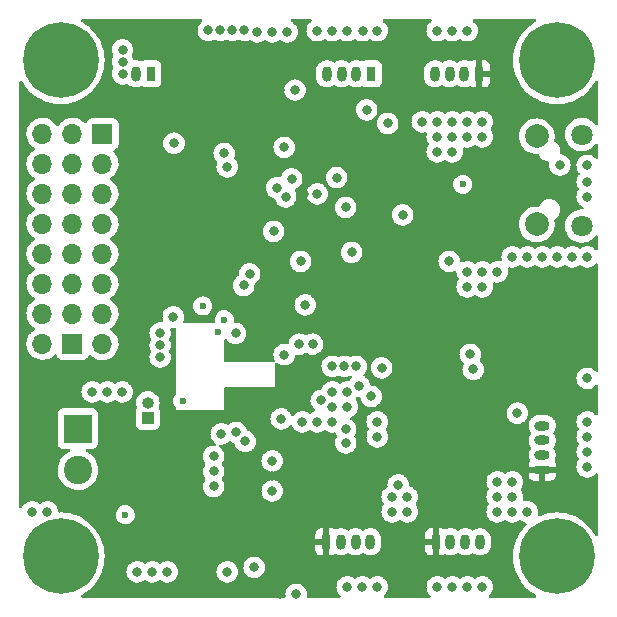
<source format=gbr>
G04 #@! TF.GenerationSoftware,KiCad,Pcbnew,(6.0.9)*
G04 #@! TF.CreationDate,2023-03-18T16:21:46+02:00*
G04 #@! TF.ProjectId,HadesMicro,48616465-734d-4696-9372-6f2e6b696361,rev?*
G04 #@! TF.SameCoordinates,Original*
G04 #@! TF.FileFunction,Copper,L3,Inr*
G04 #@! TF.FilePolarity,Positive*
%FSLAX46Y46*%
G04 Gerber Fmt 4.6, Leading zero omitted, Abs format (unit mm)*
G04 Created by KiCad (PCBNEW (6.0.9)) date 2023-03-18 16:21:46*
%MOMM*%
%LPD*%
G01*
G04 APERTURE LIST*
G04 #@! TA.AperFunction,ComponentPad*
%ADD10R,0.800000X1.300000*%
G04 #@! TD*
G04 #@! TA.AperFunction,ComponentPad*
%ADD11O,0.800000X1.300000*%
G04 #@! TD*
G04 #@! TA.AperFunction,ComponentPad*
%ADD12R,1.300000X0.800000*%
G04 #@! TD*
G04 #@! TA.AperFunction,ComponentPad*
%ADD13O,1.300000X0.800000*%
G04 #@! TD*
G04 #@! TA.AperFunction,ComponentPad*
%ADD14R,1.000000X1.000000*%
G04 #@! TD*
G04 #@! TA.AperFunction,ComponentPad*
%ADD15O,1.000000X1.000000*%
G04 #@! TD*
G04 #@! TA.AperFunction,ComponentPad*
%ADD16R,1.700000X1.700000*%
G04 #@! TD*
G04 #@! TA.AperFunction,ComponentPad*
%ADD17O,1.700000X1.700000*%
G04 #@! TD*
G04 #@! TA.AperFunction,ComponentPad*
%ADD18C,6.400000*%
G04 #@! TD*
G04 #@! TA.AperFunction,ComponentPad*
%ADD19C,0.800000*%
G04 #@! TD*
G04 #@! TA.AperFunction,ComponentPad*
%ADD20R,2.400000X2.400000*%
G04 #@! TD*
G04 #@! TA.AperFunction,ComponentPad*
%ADD21C,2.400000*%
G04 #@! TD*
G04 #@! TA.AperFunction,ComponentPad*
%ADD22C,1.800000*%
G04 #@! TD*
G04 #@! TA.AperFunction,ComponentPad*
%ADD23C,2.000000*%
G04 #@! TD*
G04 #@! TA.AperFunction,ViaPad*
%ADD24C,0.800000*%
G04 #@! TD*
G04 #@! TA.AperFunction,ViaPad*
%ADD25C,0.600000*%
G04 #@! TD*
G04 APERTURE END LIST*
D10*
X46482000Y-64770000D03*
D11*
X47732000Y-64770000D03*
X48982000Y-64770000D03*
X50232000Y-64770000D03*
D10*
X55753000Y-64770000D03*
D11*
X57003000Y-64770000D03*
X58253000Y-64770000D03*
X59503000Y-64770000D03*
D12*
X64770000Y-58674000D03*
D13*
X64770000Y-57424000D03*
X64770000Y-56174000D03*
X64770000Y-54924000D03*
D14*
X31369000Y-54292500D03*
D15*
X31369000Y-53022500D03*
D16*
X25000000Y-48000000D03*
D17*
X22460000Y-48000000D03*
X25000000Y-45460000D03*
X22460000Y-45460000D03*
X25000000Y-42920000D03*
X22460000Y-42920000D03*
X25000000Y-40380000D03*
X22460000Y-40380000D03*
X25000000Y-37840000D03*
X22460000Y-37840000D03*
X25000000Y-35300000D03*
X22460000Y-35300000D03*
X25000000Y-32760000D03*
X22460000Y-32760000D03*
X25000000Y-30220000D03*
X22460000Y-30220000D03*
D16*
X27541220Y-30251400D03*
D17*
X27541220Y-32791400D03*
X27541220Y-35331400D03*
X27541220Y-37871400D03*
X27541220Y-40411400D03*
X27541220Y-42951400D03*
X27541220Y-45491400D03*
X27541220Y-48031400D03*
D10*
X50292000Y-25146000D03*
D11*
X49042000Y-25146000D03*
X47792000Y-25146000D03*
X46542000Y-25146000D03*
D10*
X31623000Y-25146000D03*
D11*
X30373000Y-25146000D03*
D18*
X24000000Y-66000000D03*
D19*
X24000000Y-63600000D03*
X24000000Y-68400000D03*
X22302944Y-67697056D03*
X21600000Y-66000000D03*
X26400000Y-66000000D03*
X22302944Y-64302944D03*
X25697056Y-64302944D03*
X25697056Y-67697056D03*
X66000000Y-68400000D03*
X68400000Y-66000000D03*
X64302944Y-67697056D03*
X67697056Y-67697056D03*
X63600000Y-66000000D03*
X67697056Y-64302944D03*
D18*
X66000000Y-66000000D03*
D19*
X66000000Y-63600000D03*
X64302944Y-64302944D03*
X64302944Y-25697056D03*
X64302944Y-22302944D03*
X63600000Y-24000000D03*
D18*
X66000000Y-24000000D03*
D19*
X67697056Y-25697056D03*
X66000000Y-26400000D03*
X68400000Y-24000000D03*
X66000000Y-21600000D03*
X67697056Y-22302944D03*
X25697056Y-22302944D03*
X25697056Y-25697056D03*
X24000000Y-21600000D03*
X26400000Y-24000000D03*
X22302944Y-25697056D03*
X22302944Y-22302944D03*
X21600000Y-24000000D03*
D18*
X24000000Y-24000000D03*
D19*
X24000000Y-26400000D03*
D10*
X59436000Y-25146000D03*
D11*
X58186000Y-25146000D03*
X56936000Y-25146000D03*
X55686000Y-25146000D03*
D20*
X25463500Y-55181500D03*
D21*
X25463500Y-58681500D03*
D22*
X68117000Y-30288000D03*
D23*
X64317000Y-30438000D03*
D22*
X68117000Y-38038000D03*
D23*
X64317000Y-37888000D03*
D24*
X41579800Y-24536400D03*
X38785800Y-26136600D03*
X41579800Y-25501600D03*
X41579800Y-26517600D03*
X42595800Y-24536400D03*
X42595800Y-25501600D03*
X42595800Y-26517600D03*
X35814000Y-42316400D03*
X45466000Y-60452000D03*
X50038000Y-31216600D03*
X44577000Y-35306000D03*
X27668500Y-62720500D03*
X50723800Y-33934400D03*
X67206000Y-51077000D03*
X33883600Y-32435800D03*
X51181000Y-40005000D03*
X34036000Y-54356000D03*
X42545000Y-69215000D03*
X48158400Y-37744400D03*
X34112200Y-44119800D03*
X52578000Y-57150000D03*
X39598600Y-44348400D03*
X41910000Y-59182000D03*
X30988000Y-68961000D03*
X39141400Y-29286200D03*
X37966400Y-68929000D03*
X55245000Y-45847000D03*
X46228000Y-28854400D03*
X42926000Y-31369000D03*
D25*
X36033900Y-44796900D03*
D24*
X33598800Y-31018800D03*
X48133000Y-36449000D03*
X44196000Y-48031400D03*
X38100000Y-33020000D03*
X37515800Y-21463000D03*
X36499800Y-21463000D03*
X39547800Y-21463000D03*
X60960000Y-62230000D03*
X40640000Y-21590000D03*
D25*
X58039000Y-34493200D03*
D24*
X50800000Y-21488400D03*
X46990000Y-53340000D03*
X43840400Y-26517600D03*
X52070000Y-62230000D03*
X57150000Y-68580000D03*
X59690000Y-41910000D03*
X53340000Y-60960000D03*
X36957000Y-60071000D03*
X52959000Y-37084000D03*
X58674000Y-48895000D03*
X55880000Y-68580000D03*
X58420000Y-21488400D03*
X38100000Y-67310000D03*
X63500000Y-40640000D03*
X48260000Y-53340000D03*
X41910000Y-21590000D03*
X41910000Y-60452000D03*
X67310000Y-40640000D03*
X62230000Y-59690000D03*
X45720000Y-21488400D03*
X60960000Y-59690000D03*
X57150000Y-21488400D03*
X68580000Y-32893000D03*
X53340000Y-62230000D03*
X52070000Y-60960000D03*
X46990000Y-52070000D03*
X62230000Y-62230000D03*
X68580000Y-40640000D03*
X48260000Y-52070000D03*
X46990000Y-54610000D03*
X66040000Y-40640000D03*
X59690000Y-29210000D03*
X29235400Y-23114000D03*
X33528000Y-45720000D03*
D25*
X34340800Y-52832000D03*
D24*
X58420000Y-43180000D03*
X45720000Y-35306000D03*
X58420000Y-29210000D03*
X62230000Y-60960000D03*
X38531800Y-21463000D03*
X63500000Y-62230000D03*
X50800000Y-68580000D03*
X58420000Y-30480000D03*
X50800000Y-55880000D03*
X50800000Y-54610000D03*
X21590000Y-62230000D03*
X59690000Y-30480000D03*
X57150000Y-29210000D03*
X60960000Y-60960000D03*
X29235400Y-25146000D03*
X27940000Y-52070000D03*
X41910000Y-57912000D03*
X68580000Y-57150000D03*
X57150000Y-30480000D03*
X68580000Y-35560000D03*
X57150000Y-31750000D03*
X29235400Y-24130000D03*
D25*
X29464000Y-62484000D03*
D24*
X49555400Y-21488400D03*
X36957000Y-58801000D03*
X43942000Y-69215000D03*
X31750000Y-67310000D03*
X40005000Y-42082000D03*
X68580000Y-55880000D03*
X26670000Y-52070000D03*
X46990000Y-21488400D03*
X48260000Y-68580000D03*
X62230000Y-40640000D03*
X59690000Y-43180000D03*
X52578000Y-59944000D03*
X59690000Y-68580000D03*
X55880000Y-21488400D03*
X68580000Y-50927000D03*
X33020000Y-67310000D03*
X43180000Y-21590000D03*
X68580000Y-34290000D03*
X30480000Y-67310000D03*
X49530000Y-68580000D03*
X55880000Y-30480000D03*
X44704000Y-44704000D03*
X54610000Y-29210000D03*
X68580000Y-54610000D03*
X48260000Y-21488400D03*
X60960000Y-41910000D03*
D25*
X37287200Y-46990000D03*
D24*
X55880000Y-31750000D03*
X22860000Y-62230000D03*
X38811200Y-47117000D03*
X58420000Y-68580000D03*
X45720000Y-54610000D03*
X66264000Y-32863000D03*
X36957000Y-57531000D03*
X55880000Y-29210000D03*
X68580000Y-58420000D03*
X42672000Y-54356000D03*
X29210000Y-52070000D03*
X44450000Y-54610000D03*
X64770000Y-40640000D03*
X58420000Y-41910000D03*
D25*
X37846000Y-45974000D03*
D24*
X37846000Y-31877000D03*
X48641000Y-40259000D03*
X42926000Y-48920400D03*
X46064001Y-52795001D03*
X39497000Y-43053202D03*
X32419000Y-48107600D03*
X32419000Y-47083000D03*
X32419000Y-49115000D03*
X58928000Y-50165000D03*
X51181000Y-50038000D03*
X48133000Y-55245000D03*
X48133000Y-56388000D03*
X62661800Y-53873400D03*
X40386000Y-66929000D03*
X39624000Y-56261000D03*
X46990000Y-49911000D03*
X42037000Y-38481000D03*
X48006000Y-49911000D03*
X44323000Y-41021000D03*
X49022000Y-49911000D03*
X47371000Y-33939000D03*
X38862000Y-55499000D03*
X49276000Y-51562000D03*
X49911000Y-28194000D03*
X51689000Y-29337000D03*
X50292000Y-52451000D03*
X56896000Y-41021000D03*
X43053000Y-35560000D03*
X42291000Y-34798000D03*
X43561000Y-34036000D03*
X37592000Y-55626000D03*
X45339000Y-48031400D03*
G04 #@! TA.AperFunction,Conductor*
G36*
X35948257Y-20528502D02*
G01*
X35994750Y-20582158D01*
X36004854Y-20652432D01*
X35975360Y-20717012D01*
X35954197Y-20736436D01*
X35888547Y-20784134D01*
X35884126Y-20789044D01*
X35884125Y-20789045D01*
X35841930Y-20835908D01*
X35760760Y-20926056D01*
X35665273Y-21091444D01*
X35606258Y-21273072D01*
X35605568Y-21279633D01*
X35605568Y-21279635D01*
X35593570Y-21393794D01*
X35586296Y-21463000D01*
X35606258Y-21652928D01*
X35665273Y-21834556D01*
X35760760Y-21999944D01*
X35888547Y-22141866D01*
X35940983Y-22179963D01*
X36036450Y-22249324D01*
X36043048Y-22254118D01*
X36049076Y-22256802D01*
X36049078Y-22256803D01*
X36197495Y-22322882D01*
X36217512Y-22331794D01*
X36310913Y-22351647D01*
X36397856Y-22370128D01*
X36397861Y-22370128D01*
X36404313Y-22371500D01*
X36595287Y-22371500D01*
X36601739Y-22370128D01*
X36601744Y-22370128D01*
X36688688Y-22351647D01*
X36782088Y-22331794D01*
X36808136Y-22320197D01*
X36892510Y-22282631D01*
X36956552Y-22254118D01*
X37026918Y-22244684D01*
X37059047Y-22254118D01*
X37059048Y-22254118D01*
X37123090Y-22282631D01*
X37207465Y-22320197D01*
X37233512Y-22331794D01*
X37326913Y-22351647D01*
X37413856Y-22370128D01*
X37413861Y-22370128D01*
X37420313Y-22371500D01*
X37611287Y-22371500D01*
X37617739Y-22370128D01*
X37617744Y-22370128D01*
X37704688Y-22351647D01*
X37798088Y-22331794D01*
X37824136Y-22320197D01*
X37908510Y-22282631D01*
X37972552Y-22254118D01*
X38042918Y-22244684D01*
X38075047Y-22254118D01*
X38075048Y-22254118D01*
X38139090Y-22282631D01*
X38223465Y-22320197D01*
X38249512Y-22331794D01*
X38342913Y-22351647D01*
X38429856Y-22370128D01*
X38429861Y-22370128D01*
X38436313Y-22371500D01*
X38627287Y-22371500D01*
X38633739Y-22370128D01*
X38633744Y-22370128D01*
X38720688Y-22351647D01*
X38814088Y-22331794D01*
X38840136Y-22320197D01*
X38924510Y-22282631D01*
X38988552Y-22254118D01*
X39058918Y-22244684D01*
X39091047Y-22254118D01*
X39091048Y-22254118D01*
X39155090Y-22282631D01*
X39239465Y-22320197D01*
X39265512Y-22331794D01*
X39358913Y-22351647D01*
X39445856Y-22370128D01*
X39445861Y-22370128D01*
X39452313Y-22371500D01*
X39643287Y-22371500D01*
X39649739Y-22370128D01*
X39649744Y-22370128D01*
X39736688Y-22351647D01*
X39830088Y-22331794D01*
X39836115Y-22329111D01*
X39836123Y-22329108D01*
X39940512Y-22282631D01*
X40010879Y-22273197D01*
X40065821Y-22295802D01*
X40168122Y-22370128D01*
X40183248Y-22381118D01*
X40189276Y-22383802D01*
X40189278Y-22383803D01*
X40351681Y-22456109D01*
X40357712Y-22458794D01*
X40451113Y-22478647D01*
X40538056Y-22497128D01*
X40538061Y-22497128D01*
X40544513Y-22498500D01*
X40735487Y-22498500D01*
X40741939Y-22497128D01*
X40741944Y-22497128D01*
X40828887Y-22478647D01*
X40922288Y-22458794D01*
X40928319Y-22456109D01*
X41090722Y-22383803D01*
X41090724Y-22383802D01*
X41096752Y-22381118D01*
X41111879Y-22370128D01*
X41171565Y-22326763D01*
X41200940Y-22305421D01*
X41267806Y-22281563D01*
X41336958Y-22297643D01*
X41349056Y-22305418D01*
X41378435Y-22326763D01*
X41438122Y-22370128D01*
X41453248Y-22381118D01*
X41459276Y-22383802D01*
X41459278Y-22383803D01*
X41621681Y-22456109D01*
X41627712Y-22458794D01*
X41721113Y-22478647D01*
X41808056Y-22497128D01*
X41808061Y-22497128D01*
X41814513Y-22498500D01*
X42005487Y-22498500D01*
X42011939Y-22497128D01*
X42011944Y-22497128D01*
X42098887Y-22478647D01*
X42192288Y-22458794D01*
X42198319Y-22456109D01*
X42360722Y-22383803D01*
X42360724Y-22383802D01*
X42366752Y-22381118D01*
X42381879Y-22370128D01*
X42441565Y-22326763D01*
X42470940Y-22305421D01*
X42537806Y-22281563D01*
X42606958Y-22297643D01*
X42619056Y-22305418D01*
X42648435Y-22326763D01*
X42708122Y-22370128D01*
X42723248Y-22381118D01*
X42729276Y-22383802D01*
X42729278Y-22383803D01*
X42891681Y-22456109D01*
X42897712Y-22458794D01*
X42991113Y-22478647D01*
X43078056Y-22497128D01*
X43078061Y-22497128D01*
X43084513Y-22498500D01*
X43275487Y-22498500D01*
X43281939Y-22497128D01*
X43281944Y-22497128D01*
X43368887Y-22478647D01*
X43462288Y-22458794D01*
X43468319Y-22456109D01*
X43630722Y-22383803D01*
X43630724Y-22383802D01*
X43636752Y-22381118D01*
X43651879Y-22370128D01*
X43720602Y-22320197D01*
X43791253Y-22268866D01*
X43919040Y-22126944D01*
X44014527Y-21961556D01*
X44073542Y-21779928D01*
X44084221Y-21678328D01*
X44092814Y-21596565D01*
X44093504Y-21590000D01*
X44073542Y-21400072D01*
X44014527Y-21218444D01*
X43919040Y-21053056D01*
X43869214Y-20997718D01*
X43795675Y-20916045D01*
X43795674Y-20916044D01*
X43791253Y-20911134D01*
X43646069Y-20805651D01*
X43642094Y-20802763D01*
X43642093Y-20802762D01*
X43636752Y-20798882D01*
X43630724Y-20796198D01*
X43630722Y-20796197D01*
X43526078Y-20749607D01*
X43471982Y-20703627D01*
X43451333Y-20635700D01*
X43470685Y-20567392D01*
X43523896Y-20520390D01*
X43577327Y-20508500D01*
X45135296Y-20508500D01*
X45203417Y-20528502D01*
X45249910Y-20582158D01*
X45260014Y-20652432D01*
X45230520Y-20717012D01*
X45209357Y-20736436D01*
X45108747Y-20809534D01*
X45104326Y-20814444D01*
X45104325Y-20814445D01*
X45072300Y-20850013D01*
X44980960Y-20951456D01*
X44885473Y-21116844D01*
X44826458Y-21298472D01*
X44825768Y-21305033D01*
X44825768Y-21305035D01*
X44815090Y-21406635D01*
X44806496Y-21488400D01*
X44807186Y-21494965D01*
X44823099Y-21646365D01*
X44826458Y-21678328D01*
X44885473Y-21859956D01*
X44980960Y-22025344D01*
X44985378Y-22030251D01*
X44985379Y-22030252D01*
X45072441Y-22126944D01*
X45108747Y-22167266D01*
X45163260Y-22206872D01*
X45231984Y-22256803D01*
X45263248Y-22279518D01*
X45269276Y-22282202D01*
X45269278Y-22282203D01*
X45380662Y-22331794D01*
X45437712Y-22357194D01*
X45531113Y-22377047D01*
X45618056Y-22395528D01*
X45618061Y-22395528D01*
X45624513Y-22396900D01*
X45815487Y-22396900D01*
X45821939Y-22395528D01*
X45821944Y-22395528D01*
X45908887Y-22377047D01*
X46002288Y-22357194D01*
X46059338Y-22331794D01*
X46170722Y-22282203D01*
X46170724Y-22282202D01*
X46176752Y-22279518D01*
X46280940Y-22203821D01*
X46347806Y-22179963D01*
X46416958Y-22196043D01*
X46429056Y-22203818D01*
X46533248Y-22279518D01*
X46539276Y-22282202D01*
X46539278Y-22282203D01*
X46650662Y-22331794D01*
X46707712Y-22357194D01*
X46801113Y-22377047D01*
X46888056Y-22395528D01*
X46888061Y-22395528D01*
X46894513Y-22396900D01*
X47085487Y-22396900D01*
X47091939Y-22395528D01*
X47091944Y-22395528D01*
X47178887Y-22377047D01*
X47272288Y-22357194D01*
X47329338Y-22331794D01*
X47440722Y-22282203D01*
X47440724Y-22282202D01*
X47446752Y-22279518D01*
X47550940Y-22203821D01*
X47617806Y-22179963D01*
X47686958Y-22196043D01*
X47699056Y-22203818D01*
X47803248Y-22279518D01*
X47809276Y-22282202D01*
X47809278Y-22282203D01*
X47920662Y-22331794D01*
X47977712Y-22357194D01*
X48071113Y-22377047D01*
X48158056Y-22395528D01*
X48158061Y-22395528D01*
X48164513Y-22396900D01*
X48355487Y-22396900D01*
X48361939Y-22395528D01*
X48361944Y-22395528D01*
X48448887Y-22377047D01*
X48542288Y-22357194D01*
X48599338Y-22331794D01*
X48710722Y-22282203D01*
X48710724Y-22282202D01*
X48716752Y-22279518D01*
X48748017Y-22256803D01*
X48816740Y-22206872D01*
X48833640Y-22194594D01*
X48900506Y-22170736D01*
X48969658Y-22186816D01*
X48981758Y-22194592D01*
X48998660Y-22206872D01*
X49067384Y-22256803D01*
X49098648Y-22279518D01*
X49104676Y-22282202D01*
X49104678Y-22282203D01*
X49216062Y-22331794D01*
X49273112Y-22357194D01*
X49366513Y-22377047D01*
X49453456Y-22395528D01*
X49453461Y-22395528D01*
X49459913Y-22396900D01*
X49650887Y-22396900D01*
X49657339Y-22395528D01*
X49657344Y-22395528D01*
X49744287Y-22377047D01*
X49837688Y-22357194D01*
X49894738Y-22331794D01*
X50006122Y-22282203D01*
X50006124Y-22282202D01*
X50012152Y-22279518D01*
X50033573Y-22263955D01*
X50103639Y-22213049D01*
X50170507Y-22189190D01*
X50239659Y-22205271D01*
X50251761Y-22213049D01*
X50321827Y-22263955D01*
X50343248Y-22279518D01*
X50349276Y-22282202D01*
X50349278Y-22282203D01*
X50460662Y-22331794D01*
X50517712Y-22357194D01*
X50611113Y-22377047D01*
X50698056Y-22395528D01*
X50698061Y-22395528D01*
X50704513Y-22396900D01*
X50895487Y-22396900D01*
X50901939Y-22395528D01*
X50901944Y-22395528D01*
X50988887Y-22377047D01*
X51082288Y-22357194D01*
X51139338Y-22331794D01*
X51250722Y-22282203D01*
X51250724Y-22282202D01*
X51256752Y-22279518D01*
X51288017Y-22256803D01*
X51356740Y-22206872D01*
X51411253Y-22167266D01*
X51447559Y-22126944D01*
X51534621Y-22030252D01*
X51534622Y-22030251D01*
X51539040Y-22025344D01*
X51634527Y-21859956D01*
X51693542Y-21678328D01*
X51696902Y-21646365D01*
X51712814Y-21494965D01*
X51713504Y-21488400D01*
X51704910Y-21406635D01*
X51694232Y-21305035D01*
X51694232Y-21305033D01*
X51693542Y-21298472D01*
X51634527Y-21116844D01*
X51539040Y-20951456D01*
X51447701Y-20850013D01*
X51415675Y-20814445D01*
X51415674Y-20814444D01*
X51411253Y-20809534D01*
X51310643Y-20736436D01*
X51267289Y-20680213D01*
X51261214Y-20609477D01*
X51294346Y-20546686D01*
X51356166Y-20511774D01*
X51384704Y-20508500D01*
X55295296Y-20508500D01*
X55363417Y-20528502D01*
X55409910Y-20582158D01*
X55420014Y-20652432D01*
X55390520Y-20717012D01*
X55369357Y-20736436D01*
X55268747Y-20809534D01*
X55264326Y-20814444D01*
X55264325Y-20814445D01*
X55232300Y-20850013D01*
X55140960Y-20951456D01*
X55045473Y-21116844D01*
X54986458Y-21298472D01*
X54985768Y-21305033D01*
X54985768Y-21305035D01*
X54975090Y-21406635D01*
X54966496Y-21488400D01*
X54967186Y-21494965D01*
X54983099Y-21646365D01*
X54986458Y-21678328D01*
X55045473Y-21859956D01*
X55140960Y-22025344D01*
X55145378Y-22030251D01*
X55145379Y-22030252D01*
X55232441Y-22126944D01*
X55268747Y-22167266D01*
X55323260Y-22206872D01*
X55391984Y-22256803D01*
X55423248Y-22279518D01*
X55429276Y-22282202D01*
X55429278Y-22282203D01*
X55540662Y-22331794D01*
X55597712Y-22357194D01*
X55691113Y-22377047D01*
X55778056Y-22395528D01*
X55778061Y-22395528D01*
X55784513Y-22396900D01*
X55975487Y-22396900D01*
X55981939Y-22395528D01*
X55981944Y-22395528D01*
X56068887Y-22377047D01*
X56162288Y-22357194D01*
X56219338Y-22331794D01*
X56330722Y-22282203D01*
X56330724Y-22282202D01*
X56336752Y-22279518D01*
X56440940Y-22203821D01*
X56507806Y-22179963D01*
X56576958Y-22196043D01*
X56589056Y-22203818D01*
X56693248Y-22279518D01*
X56699276Y-22282202D01*
X56699278Y-22282203D01*
X56810662Y-22331794D01*
X56867712Y-22357194D01*
X56961113Y-22377047D01*
X57048056Y-22395528D01*
X57048061Y-22395528D01*
X57054513Y-22396900D01*
X57245487Y-22396900D01*
X57251939Y-22395528D01*
X57251944Y-22395528D01*
X57338887Y-22377047D01*
X57432288Y-22357194D01*
X57489338Y-22331794D01*
X57600722Y-22282203D01*
X57600724Y-22282202D01*
X57606752Y-22279518D01*
X57710940Y-22203821D01*
X57777806Y-22179963D01*
X57846958Y-22196043D01*
X57859056Y-22203818D01*
X57963248Y-22279518D01*
X57969276Y-22282202D01*
X57969278Y-22282203D01*
X58080662Y-22331794D01*
X58137712Y-22357194D01*
X58231113Y-22377047D01*
X58318056Y-22395528D01*
X58318061Y-22395528D01*
X58324513Y-22396900D01*
X58515487Y-22396900D01*
X58521939Y-22395528D01*
X58521944Y-22395528D01*
X58608887Y-22377047D01*
X58702288Y-22357194D01*
X58759338Y-22331794D01*
X58870722Y-22282203D01*
X58870724Y-22282202D01*
X58876752Y-22279518D01*
X58908017Y-22256803D01*
X58976740Y-22206872D01*
X59031253Y-22167266D01*
X59067559Y-22126944D01*
X59154621Y-22030252D01*
X59154622Y-22030251D01*
X59159040Y-22025344D01*
X59254527Y-21859956D01*
X59313542Y-21678328D01*
X59316902Y-21646365D01*
X59332814Y-21494965D01*
X59333504Y-21488400D01*
X59324910Y-21406635D01*
X59314232Y-21305035D01*
X59314232Y-21305033D01*
X59313542Y-21298472D01*
X59254527Y-21116844D01*
X59159040Y-20951456D01*
X59067701Y-20850013D01*
X59035675Y-20814445D01*
X59035674Y-20814444D01*
X59031253Y-20809534D01*
X58930643Y-20736436D01*
X58887289Y-20680213D01*
X58881214Y-20609477D01*
X58914346Y-20546686D01*
X58976166Y-20511774D01*
X59004704Y-20508500D01*
X64158955Y-20508500D01*
X64227076Y-20528502D01*
X64273569Y-20582158D01*
X64283673Y-20652432D01*
X64254179Y-20717012D01*
X64216158Y-20746767D01*
X64146147Y-20782439D01*
X64146140Y-20782443D01*
X64143206Y-20783938D01*
X64140440Y-20785734D01*
X64140437Y-20785736D01*
X63892807Y-20946548D01*
X63817207Y-20995643D01*
X63698903Y-21091444D01*
X63534311Y-21224729D01*
X63515124Y-21240266D01*
X63240266Y-21515124D01*
X63238194Y-21517682D01*
X63238191Y-21517686D01*
X63179632Y-21590000D01*
X62995643Y-21817207D01*
X62993848Y-21819970D01*
X62993848Y-21819971D01*
X62794499Y-22126944D01*
X62783938Y-22143206D01*
X62782443Y-22146140D01*
X62782439Y-22146147D01*
X62623137Y-22458794D01*
X62607468Y-22489547D01*
X62468167Y-22852438D01*
X62367562Y-23227901D01*
X62354526Y-23310206D01*
X62315121Y-23559000D01*
X62306754Y-23611824D01*
X62286411Y-24000000D01*
X62306754Y-24388176D01*
X62307267Y-24391416D01*
X62307268Y-24391424D01*
X62316208Y-24447866D01*
X62367562Y-24772099D01*
X62468167Y-25147562D01*
X62607468Y-25510453D01*
X62608966Y-25513393D01*
X62774736Y-25838734D01*
X62783938Y-25856794D01*
X62785734Y-25859560D01*
X62785736Y-25859563D01*
X62975860Y-26152329D01*
X62995643Y-26182793D01*
X63240266Y-26484876D01*
X63515124Y-26759734D01*
X63817207Y-27004357D01*
X63819970Y-27006152D01*
X63819971Y-27006152D01*
X64113030Y-27196466D01*
X64143205Y-27216062D01*
X64146139Y-27217557D01*
X64146146Y-27217561D01*
X64472231Y-27383709D01*
X64489547Y-27392532D01*
X64576995Y-27426100D01*
X64808936Y-27515134D01*
X64852438Y-27531833D01*
X65227901Y-27632438D01*
X65419433Y-27662774D01*
X65608576Y-27692732D01*
X65608584Y-27692733D01*
X65611824Y-27693246D01*
X66000000Y-27713589D01*
X66388176Y-27693246D01*
X66391416Y-27692733D01*
X66391424Y-27692732D01*
X66580567Y-27662774D01*
X66772099Y-27632438D01*
X67147562Y-27531833D01*
X67191065Y-27515134D01*
X67423005Y-27426100D01*
X67510453Y-27392532D01*
X67527769Y-27383709D01*
X67853854Y-27217561D01*
X67853861Y-27217557D01*
X67856795Y-27216062D01*
X67886971Y-27196466D01*
X68180029Y-27006152D01*
X68180030Y-27006152D01*
X68182793Y-27004357D01*
X68484876Y-26759734D01*
X68759734Y-26484876D01*
X69004357Y-26182793D01*
X69024140Y-26152329D01*
X69214264Y-25859563D01*
X69214266Y-25859560D01*
X69216062Y-25856794D01*
X69234833Y-25819955D01*
X69253233Y-25783842D01*
X69301981Y-25732227D01*
X69370896Y-25715161D01*
X69438098Y-25738062D01*
X69482250Y-25793659D01*
X69491500Y-25841045D01*
X69491500Y-29392691D01*
X69471498Y-29460812D01*
X69417842Y-29507305D01*
X69347568Y-29517409D01*
X69282988Y-29487915D01*
X69259708Y-29461131D01*
X69239574Y-29430009D01*
X69236764Y-29425665D01*
X69080887Y-29254358D01*
X69076836Y-29251159D01*
X69076832Y-29251155D01*
X68903177Y-29114011D01*
X68903172Y-29114008D01*
X68899123Y-29110810D01*
X68894607Y-29108317D01*
X68894604Y-29108315D01*
X68700879Y-29001373D01*
X68700875Y-29001371D01*
X68696355Y-28998876D01*
X68691486Y-28997152D01*
X68691482Y-28997150D01*
X68482903Y-28923288D01*
X68482899Y-28923287D01*
X68478028Y-28921562D01*
X68472935Y-28920655D01*
X68472932Y-28920654D01*
X68255095Y-28881851D01*
X68255089Y-28881850D01*
X68250006Y-28880945D01*
X68177096Y-28880054D01*
X68023581Y-28878179D01*
X68023579Y-28878179D01*
X68018411Y-28878116D01*
X67789464Y-28913150D01*
X67569314Y-28985106D01*
X67564726Y-28987494D01*
X67564722Y-28987496D01*
X67378191Y-29084598D01*
X67363872Y-29092052D01*
X67359739Y-29095155D01*
X67359736Y-29095157D01*
X67184311Y-29226870D01*
X67178655Y-29231117D01*
X67018639Y-29398564D01*
X67015725Y-29402836D01*
X67015724Y-29402837D01*
X67000152Y-29425665D01*
X66888119Y-29589899D01*
X66790602Y-29799981D01*
X66728707Y-30023169D01*
X66704095Y-30253469D01*
X66704392Y-30258622D01*
X66704392Y-30258625D01*
X66715019Y-30442930D01*
X66717427Y-30484697D01*
X66718564Y-30489743D01*
X66718565Y-30489749D01*
X66720922Y-30500206D01*
X66768346Y-30710642D01*
X66770288Y-30715424D01*
X66770289Y-30715428D01*
X66853540Y-30920450D01*
X66855484Y-30925237D01*
X66976501Y-31122719D01*
X67128147Y-31297784D01*
X67306349Y-31445730D01*
X67506322Y-31562584D01*
X67511147Y-31564426D01*
X67511148Y-31564427D01*
X67536521Y-31574116D01*
X67722694Y-31645209D01*
X67727760Y-31646240D01*
X67727761Y-31646240D01*
X67775724Y-31655998D01*
X67949656Y-31691385D01*
X68080324Y-31696176D01*
X68175949Y-31699683D01*
X68175953Y-31699683D01*
X68181113Y-31699872D01*
X68186233Y-31699216D01*
X68186235Y-31699216D01*
X68281031Y-31687072D01*
X68410847Y-31670442D01*
X68415795Y-31668957D01*
X68415802Y-31668956D01*
X68627747Y-31605369D01*
X68632690Y-31603886D01*
X68637324Y-31601616D01*
X68836049Y-31504262D01*
X68836052Y-31504260D01*
X68840684Y-31501991D01*
X69029243Y-31367494D01*
X69193303Y-31204005D01*
X69222949Y-31162749D01*
X69263177Y-31106765D01*
X69319172Y-31063117D01*
X69389875Y-31056671D01*
X69452840Y-31089474D01*
X69488074Y-31151110D01*
X69491500Y-31180291D01*
X69491500Y-32219352D01*
X69471498Y-32287473D01*
X69417842Y-32333966D01*
X69347568Y-32344070D01*
X69282988Y-32314576D01*
X69271864Y-32303662D01*
X69261231Y-32291852D01*
X69210139Y-32235109D01*
X69195675Y-32219045D01*
X69195674Y-32219044D01*
X69191253Y-32214134D01*
X69092157Y-32142136D01*
X69042094Y-32105763D01*
X69042093Y-32105762D01*
X69036752Y-32101882D01*
X69030724Y-32099198D01*
X69030722Y-32099197D01*
X68868319Y-32026891D01*
X68868318Y-32026891D01*
X68862288Y-32024206D01*
X68768888Y-32004353D01*
X68681944Y-31985872D01*
X68681939Y-31985872D01*
X68675487Y-31984500D01*
X68484513Y-31984500D01*
X68478061Y-31985872D01*
X68478056Y-31985872D01*
X68391112Y-32004353D01*
X68297712Y-32024206D01*
X68291682Y-32026891D01*
X68291681Y-32026891D01*
X68129278Y-32099197D01*
X68129276Y-32099198D01*
X68123248Y-32101882D01*
X68117907Y-32105762D01*
X68117906Y-32105763D01*
X68067843Y-32142136D01*
X67968747Y-32214134D01*
X67964326Y-32219044D01*
X67964325Y-32219045D01*
X67850402Y-32345570D01*
X67840960Y-32356056D01*
X67798923Y-32428866D01*
X67758092Y-32499588D01*
X67745473Y-32521444D01*
X67686458Y-32703072D01*
X67685768Y-32709633D01*
X67685768Y-32709635D01*
X67683975Y-32726695D01*
X67666496Y-32893000D01*
X67667186Y-32899565D01*
X67684977Y-33068834D01*
X67686458Y-33082928D01*
X67745473Y-33264556D01*
X67840960Y-33429944D01*
X67910515Y-33507192D01*
X67941230Y-33571197D01*
X67932467Y-33641650D01*
X67910516Y-33675806D01*
X67840960Y-33753056D01*
X67813180Y-33801173D01*
X67753393Y-33904727D01*
X67745473Y-33918444D01*
X67686458Y-34100072D01*
X67685768Y-34106633D01*
X67685768Y-34106635D01*
X67678958Y-34171427D01*
X67666496Y-34290000D01*
X67667186Y-34296565D01*
X67685690Y-34472617D01*
X67686458Y-34479928D01*
X67745473Y-34661556D01*
X67748776Y-34667278D01*
X67748777Y-34667279D01*
X67768893Y-34702120D01*
X67840960Y-34826944D01*
X67853338Y-34840691D01*
X67884054Y-34904697D01*
X67875290Y-34975150D01*
X67853339Y-35009307D01*
X67840960Y-35023056D01*
X67745473Y-35188444D01*
X67686458Y-35370072D01*
X67685768Y-35376633D01*
X67685768Y-35376635D01*
X67668500Y-35540933D01*
X67666496Y-35560000D01*
X67667186Y-35566565D01*
X67677865Y-35668166D01*
X67686458Y-35749928D01*
X67745473Y-35931556D01*
X67748776Y-35937278D01*
X67748777Y-35937279D01*
X67754750Y-35947625D01*
X67840960Y-36096944D01*
X67845378Y-36101851D01*
X67845379Y-36101852D01*
X67880079Y-36140390D01*
X67968747Y-36238866D01*
X68123248Y-36351118D01*
X68129274Y-36353801D01*
X68129281Y-36353805D01*
X68207623Y-36388684D01*
X68261719Y-36434664D01*
X68282369Y-36502591D01*
X68263017Y-36570899D01*
X68209807Y-36617901D01*
X68154836Y-36629782D01*
X68023581Y-36628179D01*
X68023579Y-36628179D01*
X68018411Y-36628116D01*
X67789464Y-36663150D01*
X67569314Y-36735106D01*
X67564726Y-36737494D01*
X67564722Y-36737496D01*
X67368461Y-36839663D01*
X67363872Y-36842052D01*
X67359739Y-36845155D01*
X67359736Y-36845157D01*
X67218342Y-36951319D01*
X67178655Y-36981117D01*
X67175083Y-36984855D01*
X67043112Y-37122955D01*
X67018639Y-37148564D01*
X67015725Y-37152836D01*
X67015724Y-37152837D01*
X66988469Y-37192792D01*
X66888119Y-37339899D01*
X66790602Y-37549981D01*
X66728707Y-37773169D01*
X66704095Y-38003469D01*
X66704392Y-38008622D01*
X66704392Y-38008625D01*
X66713375Y-38164423D01*
X66717427Y-38234697D01*
X66718564Y-38239743D01*
X66718565Y-38239749D01*
X66741566Y-38341811D01*
X66768346Y-38460642D01*
X66770288Y-38465424D01*
X66770289Y-38465428D01*
X66843242Y-38645088D01*
X66855484Y-38675237D01*
X66976501Y-38872719D01*
X67128147Y-39047784D01*
X67306349Y-39195730D01*
X67506322Y-39312584D01*
X67511147Y-39314426D01*
X67511148Y-39314427D01*
X67544348Y-39327105D01*
X67722694Y-39395209D01*
X67727760Y-39396240D01*
X67727761Y-39396240D01*
X67780846Y-39407040D01*
X67949656Y-39441385D01*
X68080324Y-39446176D01*
X68175949Y-39449683D01*
X68175953Y-39449683D01*
X68181113Y-39449872D01*
X68186233Y-39449216D01*
X68186235Y-39449216D01*
X68259270Y-39439860D01*
X68410847Y-39420442D01*
X68415795Y-39418957D01*
X68415802Y-39418956D01*
X68627747Y-39355369D01*
X68632690Y-39353886D01*
X68637324Y-39351616D01*
X68836049Y-39254262D01*
X68836052Y-39254260D01*
X68840684Y-39251991D01*
X69029243Y-39117494D01*
X69193303Y-38954005D01*
X69263177Y-38856765D01*
X69319172Y-38813117D01*
X69389875Y-38806671D01*
X69452840Y-38839474D01*
X69488074Y-38901110D01*
X69491500Y-38930291D01*
X69491500Y-39966352D01*
X69471498Y-40034473D01*
X69417842Y-40080966D01*
X69347568Y-40091070D01*
X69282988Y-40061576D01*
X69271864Y-40050662D01*
X69257288Y-40034473D01*
X69191253Y-39961134D01*
X69036752Y-39848882D01*
X69030724Y-39846198D01*
X69030722Y-39846197D01*
X68868319Y-39773891D01*
X68868318Y-39773891D01*
X68862288Y-39771206D01*
X68761704Y-39749826D01*
X68681944Y-39732872D01*
X68681939Y-39732872D01*
X68675487Y-39731500D01*
X68484513Y-39731500D01*
X68478061Y-39732872D01*
X68478056Y-39732872D01*
X68398296Y-39749826D01*
X68297712Y-39771206D01*
X68291682Y-39773891D01*
X68291681Y-39773891D01*
X68129278Y-39846197D01*
X68129276Y-39846198D01*
X68123248Y-39848882D01*
X68019060Y-39924579D01*
X67952194Y-39948437D01*
X67883042Y-39932357D01*
X67870944Y-39924582D01*
X67766752Y-39848882D01*
X67760724Y-39846198D01*
X67760722Y-39846197D01*
X67598319Y-39773891D01*
X67598318Y-39773891D01*
X67592288Y-39771206D01*
X67491704Y-39749826D01*
X67411944Y-39732872D01*
X67411939Y-39732872D01*
X67405487Y-39731500D01*
X67214513Y-39731500D01*
X67208061Y-39732872D01*
X67208056Y-39732872D01*
X67128296Y-39749826D01*
X67027712Y-39771206D01*
X67021682Y-39773891D01*
X67021681Y-39773891D01*
X66859278Y-39846197D01*
X66859276Y-39846198D01*
X66853248Y-39848882D01*
X66749060Y-39924579D01*
X66682194Y-39948437D01*
X66613042Y-39932357D01*
X66600944Y-39924582D01*
X66496752Y-39848882D01*
X66490724Y-39846198D01*
X66490722Y-39846197D01*
X66328319Y-39773891D01*
X66328318Y-39773891D01*
X66322288Y-39771206D01*
X66221704Y-39749826D01*
X66141944Y-39732872D01*
X66141939Y-39732872D01*
X66135487Y-39731500D01*
X65944513Y-39731500D01*
X65938061Y-39732872D01*
X65938056Y-39732872D01*
X65858296Y-39749826D01*
X65757712Y-39771206D01*
X65751682Y-39773891D01*
X65751681Y-39773891D01*
X65589278Y-39846197D01*
X65589276Y-39846198D01*
X65583248Y-39848882D01*
X65479060Y-39924579D01*
X65412194Y-39948437D01*
X65343042Y-39932357D01*
X65330944Y-39924582D01*
X65226752Y-39848882D01*
X65220724Y-39846198D01*
X65220722Y-39846197D01*
X65058319Y-39773891D01*
X65058318Y-39773891D01*
X65052288Y-39771206D01*
X64951704Y-39749826D01*
X64871944Y-39732872D01*
X64871939Y-39732872D01*
X64865487Y-39731500D01*
X64674513Y-39731500D01*
X64668061Y-39732872D01*
X64668056Y-39732872D01*
X64588296Y-39749826D01*
X64487712Y-39771206D01*
X64481682Y-39773891D01*
X64481681Y-39773891D01*
X64319278Y-39846197D01*
X64319276Y-39846198D01*
X64313248Y-39848882D01*
X64209060Y-39924579D01*
X64142194Y-39948437D01*
X64073042Y-39932357D01*
X64060944Y-39924582D01*
X63956752Y-39848882D01*
X63950724Y-39846198D01*
X63950722Y-39846197D01*
X63788319Y-39773891D01*
X63788318Y-39773891D01*
X63782288Y-39771206D01*
X63681704Y-39749826D01*
X63601944Y-39732872D01*
X63601939Y-39732872D01*
X63595487Y-39731500D01*
X63404513Y-39731500D01*
X63398061Y-39732872D01*
X63398056Y-39732872D01*
X63318296Y-39749826D01*
X63217712Y-39771206D01*
X63211682Y-39773891D01*
X63211681Y-39773891D01*
X63049278Y-39846197D01*
X63049276Y-39846198D01*
X63043248Y-39848882D01*
X62939060Y-39924579D01*
X62872194Y-39948437D01*
X62803042Y-39932357D01*
X62790944Y-39924582D01*
X62686752Y-39848882D01*
X62680724Y-39846198D01*
X62680722Y-39846197D01*
X62518319Y-39773891D01*
X62518318Y-39773891D01*
X62512288Y-39771206D01*
X62411704Y-39749826D01*
X62331944Y-39732872D01*
X62331939Y-39732872D01*
X62325487Y-39731500D01*
X62134513Y-39731500D01*
X62128061Y-39732872D01*
X62128056Y-39732872D01*
X62048296Y-39749826D01*
X61947712Y-39771206D01*
X61941682Y-39773891D01*
X61941681Y-39773891D01*
X61779278Y-39846197D01*
X61779276Y-39846198D01*
X61773248Y-39848882D01*
X61618747Y-39961134D01*
X61490960Y-40103056D01*
X61481415Y-40119588D01*
X61400926Y-40259000D01*
X61395473Y-40268444D01*
X61336458Y-40450072D01*
X61316496Y-40640000D01*
X61336458Y-40829928D01*
X61338498Y-40836206D01*
X61349746Y-40870824D01*
X61351774Y-40941791D01*
X61315111Y-41002589D01*
X61251399Y-41033915D01*
X61203716Y-41033007D01*
X61061944Y-41002872D01*
X61061939Y-41002872D01*
X61055487Y-41001500D01*
X60864513Y-41001500D01*
X60858061Y-41002872D01*
X60858056Y-41002872D01*
X60772773Y-41021000D01*
X60677712Y-41041206D01*
X60671682Y-41043891D01*
X60671681Y-41043891D01*
X60509278Y-41116197D01*
X60509276Y-41116198D01*
X60503248Y-41118882D01*
X60399060Y-41194579D01*
X60332194Y-41218437D01*
X60263042Y-41202357D01*
X60250944Y-41194582D01*
X60146752Y-41118882D01*
X60140724Y-41116198D01*
X60140722Y-41116197D01*
X59978319Y-41043891D01*
X59978318Y-41043891D01*
X59972288Y-41041206D01*
X59877227Y-41021000D01*
X59791944Y-41002872D01*
X59791939Y-41002872D01*
X59785487Y-41001500D01*
X59594513Y-41001500D01*
X59588061Y-41002872D01*
X59588056Y-41002872D01*
X59502773Y-41021000D01*
X59407712Y-41041206D01*
X59401682Y-41043891D01*
X59401681Y-41043891D01*
X59239278Y-41116197D01*
X59239276Y-41116198D01*
X59233248Y-41118882D01*
X59129060Y-41194579D01*
X59062194Y-41218437D01*
X58993042Y-41202357D01*
X58980944Y-41194582D01*
X58876752Y-41118882D01*
X58870724Y-41116198D01*
X58870722Y-41116197D01*
X58708319Y-41043891D01*
X58708318Y-41043891D01*
X58702288Y-41041206D01*
X58607227Y-41021000D01*
X58521944Y-41002872D01*
X58521939Y-41002872D01*
X58515487Y-41001500D01*
X58324513Y-41001500D01*
X58318061Y-41002872D01*
X58318056Y-41002872D01*
X58232773Y-41021000D01*
X58137712Y-41041206D01*
X58131682Y-41043891D01*
X58131681Y-41043891D01*
X58096100Y-41059733D01*
X57984634Y-41109360D01*
X57914269Y-41118794D01*
X57849972Y-41088688D01*
X57812158Y-41028599D01*
X57808077Y-41007423D01*
X57790232Y-40837635D01*
X57790232Y-40837633D01*
X57789542Y-40831072D01*
X57730527Y-40649444D01*
X57725075Y-40640000D01*
X57638341Y-40489774D01*
X57635040Y-40484056D01*
X57609064Y-40455206D01*
X57511675Y-40347045D01*
X57511674Y-40347044D01*
X57507253Y-40342134D01*
X57392829Y-40259000D01*
X57358094Y-40233763D01*
X57358093Y-40233762D01*
X57352752Y-40229882D01*
X57346724Y-40227198D01*
X57346722Y-40227197D01*
X57184319Y-40154891D01*
X57184318Y-40154891D01*
X57178288Y-40152206D01*
X57072439Y-40129707D01*
X56997944Y-40113872D01*
X56997939Y-40113872D01*
X56991487Y-40112500D01*
X56800513Y-40112500D01*
X56794061Y-40113872D01*
X56794056Y-40113872D01*
X56719561Y-40129707D01*
X56613712Y-40152206D01*
X56607682Y-40154891D01*
X56607681Y-40154891D01*
X56445278Y-40227197D01*
X56445276Y-40227198D01*
X56439248Y-40229882D01*
X56433907Y-40233762D01*
X56433906Y-40233763D01*
X56399171Y-40259000D01*
X56284747Y-40342134D01*
X56280326Y-40347044D01*
X56280325Y-40347045D01*
X56182937Y-40455206D01*
X56156960Y-40484056D01*
X56153659Y-40489774D01*
X56066926Y-40640000D01*
X56061473Y-40649444D01*
X56002458Y-40831072D01*
X56001768Y-40837633D01*
X56001768Y-40837635D01*
X55984431Y-41002589D01*
X55982496Y-41021000D01*
X55983186Y-41027565D01*
X56000740Y-41194579D01*
X56002458Y-41210928D01*
X56061473Y-41392556D01*
X56064776Y-41398278D01*
X56064777Y-41398279D01*
X56075891Y-41417529D01*
X56156960Y-41557944D01*
X56161378Y-41562851D01*
X56161379Y-41562852D01*
X56244426Y-41655085D01*
X56284747Y-41699866D01*
X56321638Y-41726669D01*
X56413206Y-41793197D01*
X56439248Y-41812118D01*
X56445276Y-41814802D01*
X56445278Y-41814803D01*
X56607681Y-41887109D01*
X56613712Y-41889794D01*
X56707112Y-41909647D01*
X56794056Y-41928128D01*
X56794061Y-41928128D01*
X56800513Y-41929500D01*
X56991487Y-41929500D01*
X56997939Y-41928128D01*
X56997944Y-41928128D01*
X57084888Y-41909647D01*
X57178288Y-41889794D01*
X57187273Y-41885794D01*
X57219900Y-41871267D01*
X57331366Y-41821640D01*
X57401731Y-41812206D01*
X57466028Y-41842312D01*
X57503842Y-41902401D01*
X57507923Y-41923577D01*
X57525690Y-42092617D01*
X57526458Y-42099928D01*
X57585473Y-42281556D01*
X57680960Y-42446944D01*
X57693338Y-42460691D01*
X57724054Y-42524697D01*
X57715290Y-42595150D01*
X57693339Y-42629307D01*
X57680960Y-42643056D01*
X57585473Y-42808444D01*
X57526458Y-42990072D01*
X57506496Y-43180000D01*
X57526458Y-43369928D01*
X57585473Y-43551556D01*
X57588776Y-43557278D01*
X57588777Y-43557279D01*
X57594750Y-43567625D01*
X57680960Y-43716944D01*
X57685378Y-43721851D01*
X57685379Y-43721852D01*
X57720079Y-43760390D01*
X57808747Y-43858866D01*
X57904782Y-43928640D01*
X57948400Y-43960330D01*
X57963248Y-43971118D01*
X57969276Y-43973802D01*
X57969278Y-43973803D01*
X58131681Y-44046109D01*
X58137712Y-44048794D01*
X58216905Y-44065627D01*
X58318056Y-44087128D01*
X58318061Y-44087128D01*
X58324513Y-44088500D01*
X58515487Y-44088500D01*
X58521939Y-44087128D01*
X58521944Y-44087128D01*
X58623095Y-44065627D01*
X58702288Y-44048794D01*
X58708319Y-44046109D01*
X58870722Y-43973803D01*
X58870724Y-43973802D01*
X58876752Y-43971118D01*
X58891601Y-43960330D01*
X58935218Y-43928640D01*
X58980940Y-43895421D01*
X59047806Y-43871563D01*
X59116958Y-43887643D01*
X59129056Y-43895418D01*
X59174782Y-43928640D01*
X59218400Y-43960330D01*
X59233248Y-43971118D01*
X59239276Y-43973802D01*
X59239278Y-43973803D01*
X59401681Y-44046109D01*
X59407712Y-44048794D01*
X59486905Y-44065627D01*
X59588056Y-44087128D01*
X59588061Y-44087128D01*
X59594513Y-44088500D01*
X59785487Y-44088500D01*
X59791939Y-44087128D01*
X59791944Y-44087128D01*
X59893095Y-44065627D01*
X59972288Y-44048794D01*
X59978319Y-44046109D01*
X60140722Y-43973803D01*
X60140724Y-43973802D01*
X60146752Y-43971118D01*
X60161601Y-43960330D01*
X60205218Y-43928640D01*
X60301253Y-43858866D01*
X60389921Y-43760390D01*
X60424621Y-43721852D01*
X60424622Y-43721851D01*
X60429040Y-43716944D01*
X60515250Y-43567625D01*
X60521223Y-43557279D01*
X60521224Y-43557278D01*
X60524527Y-43551556D01*
X60583542Y-43369928D01*
X60603504Y-43180000D01*
X60583542Y-42990072D01*
X60570254Y-42949176D01*
X60568226Y-42878209D01*
X60604889Y-42817411D01*
X60668601Y-42786085D01*
X60716284Y-42786993D01*
X60858056Y-42817128D01*
X60858061Y-42817128D01*
X60864513Y-42818500D01*
X61055487Y-42818500D01*
X61061939Y-42817128D01*
X61061944Y-42817128D01*
X61148887Y-42798647D01*
X61242288Y-42778794D01*
X61273834Y-42764749D01*
X61410722Y-42703803D01*
X61410724Y-42703802D01*
X61416752Y-42701118D01*
X61571253Y-42588866D01*
X61635853Y-42517120D01*
X61694621Y-42451852D01*
X61694625Y-42451847D01*
X61699040Y-42446944D01*
X61794527Y-42281556D01*
X61853542Y-42099928D01*
X61854311Y-42092617D01*
X61872814Y-41916565D01*
X61873504Y-41910000D01*
X61871620Y-41892072D01*
X61854232Y-41726635D01*
X61854232Y-41726633D01*
X61853542Y-41720072D01*
X61840254Y-41679176D01*
X61838226Y-41608209D01*
X61874889Y-41547411D01*
X61938601Y-41516085D01*
X61986284Y-41516993D01*
X62128056Y-41547128D01*
X62128061Y-41547128D01*
X62134513Y-41548500D01*
X62325487Y-41548500D01*
X62331939Y-41547128D01*
X62331944Y-41547128D01*
X62421781Y-41528032D01*
X62512288Y-41508794D01*
X62518319Y-41506109D01*
X62680722Y-41433803D01*
X62680724Y-41433802D01*
X62686752Y-41431118D01*
X62790940Y-41355421D01*
X62857806Y-41331563D01*
X62926958Y-41347643D01*
X62939056Y-41355418D01*
X63043248Y-41431118D01*
X63049276Y-41433802D01*
X63049278Y-41433803D01*
X63211681Y-41506109D01*
X63217712Y-41508794D01*
X63308219Y-41528032D01*
X63398056Y-41547128D01*
X63398061Y-41547128D01*
X63404513Y-41548500D01*
X63595487Y-41548500D01*
X63601939Y-41547128D01*
X63601944Y-41547128D01*
X63691781Y-41528032D01*
X63782288Y-41508794D01*
X63788319Y-41506109D01*
X63950722Y-41433803D01*
X63950724Y-41433802D01*
X63956752Y-41431118D01*
X64060940Y-41355421D01*
X64127806Y-41331563D01*
X64196958Y-41347643D01*
X64209056Y-41355418D01*
X64313248Y-41431118D01*
X64319276Y-41433802D01*
X64319278Y-41433803D01*
X64481681Y-41506109D01*
X64487712Y-41508794D01*
X64578219Y-41528032D01*
X64668056Y-41547128D01*
X64668061Y-41547128D01*
X64674513Y-41548500D01*
X64865487Y-41548500D01*
X64871939Y-41547128D01*
X64871944Y-41547128D01*
X64961781Y-41528032D01*
X65052288Y-41508794D01*
X65058319Y-41506109D01*
X65220722Y-41433803D01*
X65220724Y-41433802D01*
X65226752Y-41431118D01*
X65330940Y-41355421D01*
X65397806Y-41331563D01*
X65466958Y-41347643D01*
X65479056Y-41355418D01*
X65583248Y-41431118D01*
X65589276Y-41433802D01*
X65589278Y-41433803D01*
X65751681Y-41506109D01*
X65757712Y-41508794D01*
X65848219Y-41528032D01*
X65938056Y-41547128D01*
X65938061Y-41547128D01*
X65944513Y-41548500D01*
X66135487Y-41548500D01*
X66141939Y-41547128D01*
X66141944Y-41547128D01*
X66231781Y-41528032D01*
X66322288Y-41508794D01*
X66328319Y-41506109D01*
X66490722Y-41433803D01*
X66490724Y-41433802D01*
X66496752Y-41431118D01*
X66600940Y-41355421D01*
X66667806Y-41331563D01*
X66736958Y-41347643D01*
X66749056Y-41355418D01*
X66853248Y-41431118D01*
X66859276Y-41433802D01*
X66859278Y-41433803D01*
X67021681Y-41506109D01*
X67027712Y-41508794D01*
X67118219Y-41528032D01*
X67208056Y-41547128D01*
X67208061Y-41547128D01*
X67214513Y-41548500D01*
X67405487Y-41548500D01*
X67411939Y-41547128D01*
X67411944Y-41547128D01*
X67501781Y-41528032D01*
X67592288Y-41508794D01*
X67598319Y-41506109D01*
X67760722Y-41433803D01*
X67760724Y-41433802D01*
X67766752Y-41431118D01*
X67870940Y-41355421D01*
X67937806Y-41331563D01*
X68006958Y-41347643D01*
X68019056Y-41355418D01*
X68123248Y-41431118D01*
X68129276Y-41433802D01*
X68129278Y-41433803D01*
X68291681Y-41506109D01*
X68297712Y-41508794D01*
X68388219Y-41528032D01*
X68478056Y-41547128D01*
X68478061Y-41547128D01*
X68484513Y-41548500D01*
X68675487Y-41548500D01*
X68681939Y-41547128D01*
X68681944Y-41547128D01*
X68771781Y-41528032D01*
X68862288Y-41508794D01*
X68868319Y-41506109D01*
X69030722Y-41433803D01*
X69030724Y-41433802D01*
X69036752Y-41431118D01*
X69191253Y-41318866D01*
X69271865Y-41229338D01*
X69332310Y-41192098D01*
X69403293Y-41193450D01*
X69462278Y-41232963D01*
X69490536Y-41298094D01*
X69491500Y-41313648D01*
X69491500Y-50253352D01*
X69471498Y-50321473D01*
X69417842Y-50367966D01*
X69347568Y-50378070D01*
X69282988Y-50348576D01*
X69271864Y-50337662D01*
X69257288Y-50321473D01*
X69191253Y-50248134D01*
X69076829Y-50165000D01*
X69042094Y-50139763D01*
X69042093Y-50139762D01*
X69036752Y-50135882D01*
X69030724Y-50133198D01*
X69030722Y-50133197D01*
X68868319Y-50060891D01*
X68868318Y-50060891D01*
X68862288Y-50058206D01*
X68767227Y-50038000D01*
X68681944Y-50019872D01*
X68681939Y-50019872D01*
X68675487Y-50018500D01*
X68484513Y-50018500D01*
X68478061Y-50019872D01*
X68478056Y-50019872D01*
X68392773Y-50038000D01*
X68297712Y-50058206D01*
X68291682Y-50060891D01*
X68291681Y-50060891D01*
X68129278Y-50133197D01*
X68129276Y-50133198D01*
X68123248Y-50135882D01*
X68117907Y-50139762D01*
X68117906Y-50139763D01*
X68083171Y-50165000D01*
X67968747Y-50248134D01*
X67964326Y-50253044D01*
X67964325Y-50253045D01*
X67866937Y-50361206D01*
X67840960Y-50390056D01*
X67745473Y-50555444D01*
X67686458Y-50737072D01*
X67685768Y-50743633D01*
X67685768Y-50743635D01*
X67667818Y-50914422D01*
X67666496Y-50927000D01*
X67667186Y-50933565D01*
X67684854Y-51101663D01*
X67686458Y-51116928D01*
X67745473Y-51298556D01*
X67840960Y-51463944D01*
X67845378Y-51468851D01*
X67845379Y-51468852D01*
X67946208Y-51580834D01*
X67968747Y-51605866D01*
X68039398Y-51657197D01*
X68104820Y-51704729D01*
X68123248Y-51718118D01*
X68129276Y-51720802D01*
X68129278Y-51720803D01*
X68291681Y-51793109D01*
X68297712Y-51795794D01*
X68388069Y-51815000D01*
X68478056Y-51834128D01*
X68478061Y-51834128D01*
X68484513Y-51835500D01*
X68675487Y-51835500D01*
X68681939Y-51834128D01*
X68681944Y-51834128D01*
X68771931Y-51815000D01*
X68862288Y-51795794D01*
X68868319Y-51793109D01*
X69030722Y-51720803D01*
X69030724Y-51720802D01*
X69036752Y-51718118D01*
X69055181Y-51704729D01*
X69120602Y-51657197D01*
X69191253Y-51605866D01*
X69271865Y-51516338D01*
X69332310Y-51479098D01*
X69403293Y-51480450D01*
X69462278Y-51519963D01*
X69490536Y-51585094D01*
X69491500Y-51600648D01*
X69491500Y-53936352D01*
X69471498Y-54004473D01*
X69417842Y-54050966D01*
X69347568Y-54061070D01*
X69282988Y-54031576D01*
X69271864Y-54020662D01*
X69261220Y-54008840D01*
X69191253Y-53931134D01*
X69036752Y-53818882D01*
X69030724Y-53816198D01*
X69030722Y-53816197D01*
X68868319Y-53743891D01*
X68868318Y-53743891D01*
X68862288Y-53741206D01*
X68749721Y-53717279D01*
X68681944Y-53702872D01*
X68681939Y-53702872D01*
X68675487Y-53701500D01*
X68484513Y-53701500D01*
X68478061Y-53702872D01*
X68478056Y-53702872D01*
X68410279Y-53717279D01*
X68297712Y-53741206D01*
X68291682Y-53743891D01*
X68291681Y-53743891D01*
X68129278Y-53816197D01*
X68129276Y-53816198D01*
X68123248Y-53818882D01*
X67968747Y-53931134D01*
X67964329Y-53936041D01*
X67964325Y-53936045D01*
X67877479Y-54032498D01*
X67840960Y-54073056D01*
X67745473Y-54238444D01*
X67686458Y-54420072D01*
X67685768Y-54426633D01*
X67685768Y-54426635D01*
X67668500Y-54590933D01*
X67666496Y-54610000D01*
X67667186Y-54616565D01*
X67681824Y-54755834D01*
X67686458Y-54799928D01*
X67745473Y-54981556D01*
X67748776Y-54987278D01*
X67748777Y-54987279D01*
X67773902Y-55030797D01*
X67840960Y-55146944D01*
X67853338Y-55160691D01*
X67884054Y-55224697D01*
X67875290Y-55295150D01*
X67853339Y-55329307D01*
X67840960Y-55343056D01*
X67745473Y-55508444D01*
X67686458Y-55690072D01*
X67685768Y-55696633D01*
X67685768Y-55696635D01*
X67676802Y-55781944D01*
X67666496Y-55880000D01*
X67686458Y-56069928D01*
X67745473Y-56251556D01*
X67748776Y-56257278D01*
X67748777Y-56257279D01*
X67776252Y-56304866D01*
X67840960Y-56416944D01*
X67853338Y-56430691D01*
X67884054Y-56494697D01*
X67875290Y-56565150D01*
X67853339Y-56599307D01*
X67840960Y-56613056D01*
X67813375Y-56660834D01*
X67769377Y-56737042D01*
X67745473Y-56778444D01*
X67686458Y-56960072D01*
X67685768Y-56966633D01*
X67685768Y-56966635D01*
X67668001Y-57135681D01*
X67666496Y-57150000D01*
X67667186Y-57156565D01*
X67684601Y-57322255D01*
X67686458Y-57339928D01*
X67745473Y-57521556D01*
X67748776Y-57527278D01*
X67748777Y-57527279D01*
X67753074Y-57534721D01*
X67840960Y-57686944D01*
X67853338Y-57700691D01*
X67884054Y-57764697D01*
X67875290Y-57835150D01*
X67853339Y-57869307D01*
X67840960Y-57883056D01*
X67745473Y-58048444D01*
X67686458Y-58230072D01*
X67685768Y-58236633D01*
X67685768Y-58236635D01*
X67670758Y-58379451D01*
X67666496Y-58420000D01*
X67667186Y-58426565D01*
X67684863Y-58594749D01*
X67686458Y-58609928D01*
X67745473Y-58791556D01*
X67748776Y-58797278D01*
X67748777Y-58797279D01*
X67754716Y-58807565D01*
X67840960Y-58956944D01*
X67845378Y-58961851D01*
X67845379Y-58961852D01*
X67911692Y-59035500D01*
X67968747Y-59098866D01*
X67996008Y-59118672D01*
X68075396Y-59176351D01*
X68123248Y-59211118D01*
X68129276Y-59213802D01*
X68129278Y-59213803D01*
X68291681Y-59286109D01*
X68297712Y-59288794D01*
X68391113Y-59308647D01*
X68478056Y-59327128D01*
X68478061Y-59327128D01*
X68484513Y-59328500D01*
X68675487Y-59328500D01*
X68681939Y-59327128D01*
X68681944Y-59327128D01*
X68768887Y-59308647D01*
X68862288Y-59288794D01*
X68868319Y-59286109D01*
X69030722Y-59213803D01*
X69030724Y-59213802D01*
X69036752Y-59211118D01*
X69084605Y-59176351D01*
X69163992Y-59118672D01*
X69191253Y-59098866D01*
X69271865Y-59009338D01*
X69332310Y-58972098D01*
X69403293Y-58973450D01*
X69462278Y-59012963D01*
X69490536Y-59078094D01*
X69491500Y-59093648D01*
X69491500Y-64158955D01*
X69471498Y-64227076D01*
X69417842Y-64273569D01*
X69347568Y-64283673D01*
X69282988Y-64254179D01*
X69253233Y-64216158D01*
X69217561Y-64146147D01*
X69217557Y-64146140D01*
X69216062Y-64143206D01*
X69004357Y-63817207D01*
X68872106Y-63653891D01*
X68761809Y-63517686D01*
X68761806Y-63517682D01*
X68759734Y-63515124D01*
X68484876Y-63240266D01*
X68463997Y-63223358D01*
X68306858Y-63096109D01*
X68182793Y-62995643D01*
X68093481Y-62937643D01*
X67859564Y-62785736D01*
X67859561Y-62785734D01*
X67856795Y-62783938D01*
X67853861Y-62782443D01*
X67853854Y-62782439D01*
X67513393Y-62608966D01*
X67510453Y-62607468D01*
X67199130Y-62487962D01*
X67150652Y-62469353D01*
X67150646Y-62469351D01*
X67147562Y-62468167D01*
X66772099Y-62367562D01*
X66568207Y-62335268D01*
X66391424Y-62307268D01*
X66391416Y-62307267D01*
X66388176Y-62306754D01*
X66000000Y-62286411D01*
X65611824Y-62306754D01*
X65608584Y-62307267D01*
X65608576Y-62307268D01*
X65431793Y-62335268D01*
X65227901Y-62367562D01*
X64852438Y-62468167D01*
X64556859Y-62581629D01*
X64486097Y-62587368D01*
X64423464Y-62553938D01*
X64388847Y-62491952D01*
X64391516Y-62432961D01*
X64390129Y-62432666D01*
X64391503Y-62426205D01*
X64393542Y-62419928D01*
X64413504Y-62230000D01*
X64393542Y-62040072D01*
X64334527Y-61858444D01*
X64239040Y-61693056D01*
X64111253Y-61551134D01*
X63956752Y-61438882D01*
X63950724Y-61436198D01*
X63950722Y-61436197D01*
X63788319Y-61363891D01*
X63788318Y-61363891D01*
X63782288Y-61361206D01*
X63669721Y-61337279D01*
X63601944Y-61322872D01*
X63601939Y-61322872D01*
X63595487Y-61321500D01*
X63404513Y-61321500D01*
X63398061Y-61322872D01*
X63398056Y-61322872D01*
X63256284Y-61353007D01*
X63185493Y-61347605D01*
X63128861Y-61304788D01*
X63104367Y-61238150D01*
X63110254Y-61190824D01*
X63121502Y-61156206D01*
X63123542Y-61149928D01*
X63125138Y-61134749D01*
X63142814Y-60966565D01*
X63143504Y-60960000D01*
X63142814Y-60953435D01*
X63124232Y-60776635D01*
X63124232Y-60776633D01*
X63123542Y-60770072D01*
X63064527Y-60588444D01*
X62969040Y-60423056D01*
X62956662Y-60409309D01*
X62925946Y-60345303D01*
X62934710Y-60274850D01*
X62956661Y-60240693D01*
X62969040Y-60226944D01*
X63027314Y-60126010D01*
X63061223Y-60067279D01*
X63061224Y-60067278D01*
X63064527Y-60061556D01*
X63123542Y-59879928D01*
X63131756Y-59801782D01*
X63142814Y-59696565D01*
X63143504Y-59690000D01*
X63132153Y-59581999D01*
X63124232Y-59506635D01*
X63124232Y-59506633D01*
X63123542Y-59500072D01*
X63064527Y-59318444D01*
X62969040Y-59153056D01*
X62956706Y-59139357D01*
X62938078Y-59118669D01*
X63612001Y-59118669D01*
X63612371Y-59125490D01*
X63617895Y-59176352D01*
X63621521Y-59191604D01*
X63666676Y-59312054D01*
X63675214Y-59327649D01*
X63751715Y-59429724D01*
X63764276Y-59442285D01*
X63866351Y-59518786D01*
X63881946Y-59527324D01*
X64002394Y-59572478D01*
X64017649Y-59576105D01*
X64068514Y-59581631D01*
X64075328Y-59582000D01*
X64497885Y-59582000D01*
X64513124Y-59577525D01*
X64514329Y-59576135D01*
X64516000Y-59568452D01*
X64516000Y-59563884D01*
X65024000Y-59563884D01*
X65028475Y-59579123D01*
X65029865Y-59580328D01*
X65037548Y-59581999D01*
X65464669Y-59581999D01*
X65471490Y-59581629D01*
X65522352Y-59576105D01*
X65537604Y-59572479D01*
X65658054Y-59527324D01*
X65673649Y-59518786D01*
X65775724Y-59442285D01*
X65788285Y-59429724D01*
X65864786Y-59327649D01*
X65873324Y-59312054D01*
X65918478Y-59191606D01*
X65922105Y-59176351D01*
X65927631Y-59125486D01*
X65928000Y-59118672D01*
X65928000Y-58946115D01*
X65923525Y-58930876D01*
X65922135Y-58929671D01*
X65914452Y-58928000D01*
X65042115Y-58928000D01*
X65026876Y-58932475D01*
X65025671Y-58933865D01*
X65024000Y-58941548D01*
X65024000Y-59563884D01*
X64516000Y-59563884D01*
X64516000Y-58946115D01*
X64511525Y-58930876D01*
X64510135Y-58929671D01*
X64502452Y-58928000D01*
X63630116Y-58928000D01*
X63614877Y-58932475D01*
X63613672Y-58933865D01*
X63612001Y-58941548D01*
X63612001Y-59118669D01*
X62938078Y-59118669D01*
X62845675Y-59016045D01*
X62845674Y-59016044D01*
X62841253Y-59011134D01*
X62686752Y-58898882D01*
X62680724Y-58896198D01*
X62680722Y-58896197D01*
X62518319Y-58823891D01*
X62518318Y-58823891D01*
X62512288Y-58821206D01*
X62399721Y-58797279D01*
X62331944Y-58782872D01*
X62331939Y-58782872D01*
X62325487Y-58781500D01*
X62134513Y-58781500D01*
X62128061Y-58782872D01*
X62128056Y-58782872D01*
X62060279Y-58797279D01*
X61947712Y-58821206D01*
X61941682Y-58823891D01*
X61941681Y-58823891D01*
X61779278Y-58896197D01*
X61779276Y-58896198D01*
X61773248Y-58898882D01*
X61669060Y-58974579D01*
X61602194Y-58998437D01*
X61533042Y-58982357D01*
X61520944Y-58974582D01*
X61416752Y-58898882D01*
X61410724Y-58896198D01*
X61410722Y-58896197D01*
X61248319Y-58823891D01*
X61248318Y-58823891D01*
X61242288Y-58821206D01*
X61129721Y-58797279D01*
X61061944Y-58782872D01*
X61061939Y-58782872D01*
X61055487Y-58781500D01*
X60864513Y-58781500D01*
X60858061Y-58782872D01*
X60858056Y-58782872D01*
X60790279Y-58797279D01*
X60677712Y-58821206D01*
X60671682Y-58823891D01*
X60671681Y-58823891D01*
X60509278Y-58896197D01*
X60509276Y-58896198D01*
X60503248Y-58898882D01*
X60348747Y-59011134D01*
X60344326Y-59016044D01*
X60344325Y-59016045D01*
X60233295Y-59139357D01*
X60220960Y-59153056D01*
X60125473Y-59318444D01*
X60066458Y-59500072D01*
X60065768Y-59506633D01*
X60065768Y-59506635D01*
X60057847Y-59581999D01*
X60046496Y-59690000D01*
X60047186Y-59696565D01*
X60058245Y-59801782D01*
X60066458Y-59879928D01*
X60125473Y-60061556D01*
X60128776Y-60067278D01*
X60128777Y-60067279D01*
X60162686Y-60126010D01*
X60220960Y-60226944D01*
X60233338Y-60240691D01*
X60264054Y-60304697D01*
X60255290Y-60375150D01*
X60233339Y-60409307D01*
X60220960Y-60423056D01*
X60125473Y-60588444D01*
X60066458Y-60770072D01*
X60065768Y-60776633D01*
X60065768Y-60776635D01*
X60047186Y-60953435D01*
X60046496Y-60960000D01*
X60047186Y-60966565D01*
X60064863Y-61134749D01*
X60066458Y-61149928D01*
X60125473Y-61331556D01*
X60220960Y-61496944D01*
X60233338Y-61510691D01*
X60264054Y-61574697D01*
X60255290Y-61645150D01*
X60233339Y-61679307D01*
X60220960Y-61693056D01*
X60125473Y-61858444D01*
X60066458Y-62040072D01*
X60046496Y-62230000D01*
X60066458Y-62419928D01*
X60125473Y-62601556D01*
X60220960Y-62766944D01*
X60225378Y-62771851D01*
X60225379Y-62771852D01*
X60295126Y-62849314D01*
X60348747Y-62908866D01*
X60438948Y-62974401D01*
X60483792Y-63006982D01*
X60503248Y-63021118D01*
X60509276Y-63023802D01*
X60509278Y-63023803D01*
X60671681Y-63096109D01*
X60677712Y-63098794D01*
X60752826Y-63114760D01*
X60858056Y-63137128D01*
X60858061Y-63137128D01*
X60864513Y-63138500D01*
X61055487Y-63138500D01*
X61061939Y-63137128D01*
X61061944Y-63137128D01*
X61167174Y-63114760D01*
X61242288Y-63098794D01*
X61248319Y-63096109D01*
X61410722Y-63023803D01*
X61410724Y-63023802D01*
X61416752Y-63021118D01*
X61436209Y-63006982D01*
X61481052Y-62974401D01*
X61520940Y-62945421D01*
X61587806Y-62921563D01*
X61656958Y-62937643D01*
X61669056Y-62945418D01*
X61708948Y-62974401D01*
X61753792Y-63006982D01*
X61773248Y-63021118D01*
X61779276Y-63023802D01*
X61779278Y-63023803D01*
X61941681Y-63096109D01*
X61947712Y-63098794D01*
X62022826Y-63114760D01*
X62128056Y-63137128D01*
X62128061Y-63137128D01*
X62134513Y-63138500D01*
X62325487Y-63138500D01*
X62331939Y-63137128D01*
X62331944Y-63137128D01*
X62437174Y-63114760D01*
X62512288Y-63098794D01*
X62518319Y-63096109D01*
X62680722Y-63023803D01*
X62680724Y-63023802D01*
X62686752Y-63021118D01*
X62706209Y-63006982D01*
X62751052Y-62974401D01*
X62790940Y-62945421D01*
X62857806Y-62921563D01*
X62926958Y-62937643D01*
X62939056Y-62945418D01*
X62978948Y-62974401D01*
X63023792Y-63006982D01*
X63043248Y-63021118D01*
X63049276Y-63023802D01*
X63049278Y-63023803D01*
X63211681Y-63096109D01*
X63217712Y-63098794D01*
X63352671Y-63127481D01*
X63415143Y-63161208D01*
X63449465Y-63223358D01*
X63444737Y-63294197D01*
X63415568Y-63339822D01*
X63240266Y-63515124D01*
X63238194Y-63517682D01*
X63238191Y-63517686D01*
X63127894Y-63653891D01*
X62995643Y-63817207D01*
X62783938Y-64143206D01*
X62782443Y-64146140D01*
X62782439Y-64146147D01*
X62688725Y-64330072D01*
X62607468Y-64489547D01*
X62468167Y-64852438D01*
X62367562Y-65227901D01*
X62306754Y-65611824D01*
X62286411Y-66000000D01*
X62306754Y-66388176D01*
X62307267Y-66391416D01*
X62307268Y-66391424D01*
X62314936Y-66439834D01*
X62367562Y-66772099D01*
X62468167Y-67147562D01*
X62607468Y-67510453D01*
X62608966Y-67513393D01*
X62781420Y-67851852D01*
X62783938Y-67856794D01*
X62785734Y-67859560D01*
X62785736Y-67859563D01*
X62940083Y-68097237D01*
X62995643Y-68182793D01*
X63095819Y-68306500D01*
X63194017Y-68427763D01*
X63240266Y-68484876D01*
X63515124Y-68759734D01*
X63517682Y-68761806D01*
X63517686Y-68761809D01*
X63618497Y-68843444D01*
X63817207Y-69004357D01*
X63819970Y-69006152D01*
X63819971Y-69006152D01*
X63859212Y-69031635D01*
X64143205Y-69216062D01*
X64146139Y-69217557D01*
X64146146Y-69217561D01*
X64216157Y-69253233D01*
X64267772Y-69301981D01*
X64284838Y-69370896D01*
X64261937Y-69438098D01*
X64206340Y-69482250D01*
X64158954Y-69491500D01*
X60368848Y-69491500D01*
X60300727Y-69471498D01*
X60254234Y-69417842D01*
X60244130Y-69347568D01*
X60273624Y-69282988D01*
X60294785Y-69263565D01*
X60301253Y-69258866D01*
X60429040Y-69116944D01*
X60524527Y-68951556D01*
X60583542Y-68769928D01*
X60584396Y-68761809D01*
X60602814Y-68586565D01*
X60603504Y-68580000D01*
X60593237Y-68482314D01*
X60584232Y-68396635D01*
X60584232Y-68396633D01*
X60583542Y-68390072D01*
X60524527Y-68208444D01*
X60429040Y-68043056D01*
X60413162Y-68025421D01*
X60305675Y-67906045D01*
X60305674Y-67906044D01*
X60301253Y-67901134D01*
X60160907Y-67799166D01*
X60152094Y-67792763D01*
X60152093Y-67792762D01*
X60146752Y-67788882D01*
X60140724Y-67786198D01*
X60140722Y-67786197D01*
X59978319Y-67713891D01*
X59978318Y-67713891D01*
X59972288Y-67711206D01*
X59859721Y-67687279D01*
X59791944Y-67672872D01*
X59791939Y-67672872D01*
X59785487Y-67671500D01*
X59594513Y-67671500D01*
X59588061Y-67672872D01*
X59588056Y-67672872D01*
X59520279Y-67687279D01*
X59407712Y-67711206D01*
X59401682Y-67713891D01*
X59401681Y-67713891D01*
X59239278Y-67786197D01*
X59239276Y-67786198D01*
X59233248Y-67788882D01*
X59129060Y-67864579D01*
X59062194Y-67888437D01*
X58993042Y-67872357D01*
X58980944Y-67864582D01*
X58876752Y-67788882D01*
X58870724Y-67786198D01*
X58870722Y-67786197D01*
X58708319Y-67713891D01*
X58708318Y-67713891D01*
X58702288Y-67711206D01*
X58589721Y-67687279D01*
X58521944Y-67672872D01*
X58521939Y-67672872D01*
X58515487Y-67671500D01*
X58324513Y-67671500D01*
X58318061Y-67672872D01*
X58318056Y-67672872D01*
X58250279Y-67687279D01*
X58137712Y-67711206D01*
X58131682Y-67713891D01*
X58131681Y-67713891D01*
X57969278Y-67786197D01*
X57969276Y-67786198D01*
X57963248Y-67788882D01*
X57859060Y-67864579D01*
X57792194Y-67888437D01*
X57723042Y-67872357D01*
X57710944Y-67864582D01*
X57606752Y-67788882D01*
X57600724Y-67786198D01*
X57600722Y-67786197D01*
X57438319Y-67713891D01*
X57438318Y-67713891D01*
X57432288Y-67711206D01*
X57319721Y-67687279D01*
X57251944Y-67672872D01*
X57251939Y-67672872D01*
X57245487Y-67671500D01*
X57054513Y-67671500D01*
X57048061Y-67672872D01*
X57048056Y-67672872D01*
X56980279Y-67687279D01*
X56867712Y-67711206D01*
X56861682Y-67713891D01*
X56861681Y-67713891D01*
X56699278Y-67786197D01*
X56699276Y-67786198D01*
X56693248Y-67788882D01*
X56589060Y-67864579D01*
X56522194Y-67888437D01*
X56453042Y-67872357D01*
X56440944Y-67864582D01*
X56336752Y-67788882D01*
X56330724Y-67786198D01*
X56330722Y-67786197D01*
X56168319Y-67713891D01*
X56168318Y-67713891D01*
X56162288Y-67711206D01*
X56049721Y-67687279D01*
X55981944Y-67672872D01*
X55981939Y-67672872D01*
X55975487Y-67671500D01*
X55784513Y-67671500D01*
X55778061Y-67672872D01*
X55778056Y-67672872D01*
X55710279Y-67687279D01*
X55597712Y-67711206D01*
X55591682Y-67713891D01*
X55591681Y-67713891D01*
X55429278Y-67786197D01*
X55429276Y-67786198D01*
X55423248Y-67788882D01*
X55417907Y-67792762D01*
X55417906Y-67792763D01*
X55409093Y-67799166D01*
X55268747Y-67901134D01*
X55264326Y-67906044D01*
X55264325Y-67906045D01*
X55156839Y-68025421D01*
X55140960Y-68043056D01*
X55045473Y-68208444D01*
X54986458Y-68390072D01*
X54985768Y-68396633D01*
X54985768Y-68396635D01*
X54976763Y-68482314D01*
X54966496Y-68580000D01*
X54967186Y-68586565D01*
X54985605Y-68761809D01*
X54986458Y-68769928D01*
X55045473Y-68951556D01*
X55140960Y-69116944D01*
X55268747Y-69258866D01*
X55275215Y-69263565D01*
X55275709Y-69264205D01*
X55278998Y-69267167D01*
X55278456Y-69267769D01*
X55318568Y-69319788D01*
X55324642Y-69390525D01*
X55291509Y-69453316D01*
X55229688Y-69488226D01*
X55201152Y-69491500D01*
X51478848Y-69491500D01*
X51410727Y-69471498D01*
X51364234Y-69417842D01*
X51354130Y-69347568D01*
X51383624Y-69282988D01*
X51404785Y-69263565D01*
X51411253Y-69258866D01*
X51539040Y-69116944D01*
X51634527Y-68951556D01*
X51693542Y-68769928D01*
X51694396Y-68761809D01*
X51712814Y-68586565D01*
X51713504Y-68580000D01*
X51703237Y-68482314D01*
X51694232Y-68396635D01*
X51694232Y-68396633D01*
X51693542Y-68390072D01*
X51634527Y-68208444D01*
X51539040Y-68043056D01*
X51523162Y-68025421D01*
X51415675Y-67906045D01*
X51415674Y-67906044D01*
X51411253Y-67901134D01*
X51270907Y-67799166D01*
X51262094Y-67792763D01*
X51262093Y-67792762D01*
X51256752Y-67788882D01*
X51250724Y-67786198D01*
X51250722Y-67786197D01*
X51088319Y-67713891D01*
X51088318Y-67713891D01*
X51082288Y-67711206D01*
X50969721Y-67687279D01*
X50901944Y-67672872D01*
X50901939Y-67672872D01*
X50895487Y-67671500D01*
X50704513Y-67671500D01*
X50698061Y-67672872D01*
X50698056Y-67672872D01*
X50630279Y-67687279D01*
X50517712Y-67711206D01*
X50511682Y-67713891D01*
X50511681Y-67713891D01*
X50349278Y-67786197D01*
X50349276Y-67786198D01*
X50343248Y-67788882D01*
X50239060Y-67864579D01*
X50172194Y-67888437D01*
X50103042Y-67872357D01*
X50090944Y-67864582D01*
X49986752Y-67788882D01*
X49980724Y-67786198D01*
X49980722Y-67786197D01*
X49818319Y-67713891D01*
X49818318Y-67713891D01*
X49812288Y-67711206D01*
X49699721Y-67687279D01*
X49631944Y-67672872D01*
X49631939Y-67672872D01*
X49625487Y-67671500D01*
X49434513Y-67671500D01*
X49428061Y-67672872D01*
X49428056Y-67672872D01*
X49360279Y-67687279D01*
X49247712Y-67711206D01*
X49241682Y-67713891D01*
X49241681Y-67713891D01*
X49079278Y-67786197D01*
X49079276Y-67786198D01*
X49073248Y-67788882D01*
X48969060Y-67864579D01*
X48902194Y-67888437D01*
X48833042Y-67872357D01*
X48820944Y-67864582D01*
X48716752Y-67788882D01*
X48710724Y-67786198D01*
X48710722Y-67786197D01*
X48548319Y-67713891D01*
X48548318Y-67713891D01*
X48542288Y-67711206D01*
X48429721Y-67687279D01*
X48361944Y-67672872D01*
X48361939Y-67672872D01*
X48355487Y-67671500D01*
X48164513Y-67671500D01*
X48158061Y-67672872D01*
X48158056Y-67672872D01*
X48090279Y-67687279D01*
X47977712Y-67711206D01*
X47971682Y-67713891D01*
X47971681Y-67713891D01*
X47809278Y-67786197D01*
X47809276Y-67786198D01*
X47803248Y-67788882D01*
X47797907Y-67792762D01*
X47797906Y-67792763D01*
X47789093Y-67799166D01*
X47648747Y-67901134D01*
X47644326Y-67906044D01*
X47644325Y-67906045D01*
X47536839Y-68025421D01*
X47520960Y-68043056D01*
X47425473Y-68208444D01*
X47366458Y-68390072D01*
X47365768Y-68396633D01*
X47365768Y-68396635D01*
X47356763Y-68482314D01*
X47346496Y-68580000D01*
X47347186Y-68586565D01*
X47365605Y-68761809D01*
X47366458Y-68769928D01*
X47425473Y-68951556D01*
X47520960Y-69116944D01*
X47648747Y-69258866D01*
X47655215Y-69263565D01*
X47655709Y-69264205D01*
X47658998Y-69267167D01*
X47658456Y-69267769D01*
X47698568Y-69319788D01*
X47704642Y-69390525D01*
X47671509Y-69453316D01*
X47609688Y-69488226D01*
X47581152Y-69491500D01*
X44966380Y-69491500D01*
X44898259Y-69471498D01*
X44851766Y-69417842D01*
X44841070Y-69352329D01*
X44841571Y-69347568D01*
X44855504Y-69215000D01*
X44835542Y-69025072D01*
X44776527Y-68843444D01*
X44681040Y-68678056D01*
X44553253Y-68536134D01*
X44398752Y-68423882D01*
X44392724Y-68421198D01*
X44392722Y-68421197D01*
X44230319Y-68348891D01*
X44230318Y-68348891D01*
X44224288Y-68346206D01*
X44130888Y-68326353D01*
X44043944Y-68307872D01*
X44043939Y-68307872D01*
X44037487Y-68306500D01*
X43846513Y-68306500D01*
X43840061Y-68307872D01*
X43840056Y-68307872D01*
X43753112Y-68326353D01*
X43659712Y-68346206D01*
X43653682Y-68348891D01*
X43653681Y-68348891D01*
X43491278Y-68421197D01*
X43491276Y-68421198D01*
X43485248Y-68423882D01*
X43330747Y-68536134D01*
X43202960Y-68678056D01*
X43107473Y-68843444D01*
X43048458Y-69025072D01*
X43028496Y-69215000D01*
X43042430Y-69347568D01*
X43042930Y-69352329D01*
X43030158Y-69422168D01*
X42981656Y-69474014D01*
X42917620Y-69491500D01*
X25841046Y-69491500D01*
X25772925Y-69471498D01*
X25726432Y-69417842D01*
X25716328Y-69347568D01*
X25745822Y-69282988D01*
X25783843Y-69253233D01*
X25853854Y-69217561D01*
X25853861Y-69217557D01*
X25856795Y-69216062D01*
X26140789Y-69031635D01*
X26180029Y-69006152D01*
X26180030Y-69006152D01*
X26182793Y-69004357D01*
X26381503Y-68843444D01*
X26482314Y-68761809D01*
X26482318Y-68761806D01*
X26484876Y-68759734D01*
X26759734Y-68484876D01*
X26805984Y-68427763D01*
X26904181Y-68306500D01*
X27004357Y-68182793D01*
X27059917Y-68097237D01*
X27214264Y-67859563D01*
X27214266Y-67859560D01*
X27216062Y-67856794D01*
X27218581Y-67851852D01*
X27391034Y-67513393D01*
X27392532Y-67510453D01*
X27469479Y-67310000D01*
X29566496Y-67310000D01*
X29586458Y-67499928D01*
X29645473Y-67681556D01*
X29740960Y-67846944D01*
X29745378Y-67851851D01*
X29745379Y-67851852D01*
X29789753Y-67901134D01*
X29868747Y-67988866D01*
X30023248Y-68101118D01*
X30029276Y-68103802D01*
X30029278Y-68103803D01*
X30191681Y-68176109D01*
X30197712Y-68178794D01*
X30291112Y-68198647D01*
X30378056Y-68217128D01*
X30378061Y-68217128D01*
X30384513Y-68218500D01*
X30575487Y-68218500D01*
X30581939Y-68217128D01*
X30581944Y-68217128D01*
X30668888Y-68198647D01*
X30762288Y-68178794D01*
X30768319Y-68176109D01*
X30930722Y-68103803D01*
X30930724Y-68103802D01*
X30936752Y-68101118D01*
X31040940Y-68025421D01*
X31107806Y-68001563D01*
X31176958Y-68017643D01*
X31189056Y-68025418D01*
X31293248Y-68101118D01*
X31299276Y-68103802D01*
X31299278Y-68103803D01*
X31461681Y-68176109D01*
X31467712Y-68178794D01*
X31561112Y-68198647D01*
X31648056Y-68217128D01*
X31648061Y-68217128D01*
X31654513Y-68218500D01*
X31845487Y-68218500D01*
X31851939Y-68217128D01*
X31851944Y-68217128D01*
X31938888Y-68198647D01*
X32032288Y-68178794D01*
X32038319Y-68176109D01*
X32200722Y-68103803D01*
X32200724Y-68103802D01*
X32206752Y-68101118D01*
X32310940Y-68025421D01*
X32377806Y-68001563D01*
X32446958Y-68017643D01*
X32459056Y-68025418D01*
X32563248Y-68101118D01*
X32569276Y-68103802D01*
X32569278Y-68103803D01*
X32731681Y-68176109D01*
X32737712Y-68178794D01*
X32831112Y-68198647D01*
X32918056Y-68217128D01*
X32918061Y-68217128D01*
X32924513Y-68218500D01*
X33115487Y-68218500D01*
X33121939Y-68217128D01*
X33121944Y-68217128D01*
X33208888Y-68198647D01*
X33302288Y-68178794D01*
X33308319Y-68176109D01*
X33470722Y-68103803D01*
X33470724Y-68103802D01*
X33476752Y-68101118D01*
X33631253Y-67988866D01*
X33710247Y-67901134D01*
X33754621Y-67851852D01*
X33754622Y-67851851D01*
X33759040Y-67846944D01*
X33854527Y-67681556D01*
X33913542Y-67499928D01*
X33933504Y-67310000D01*
X37186496Y-67310000D01*
X37206458Y-67499928D01*
X37265473Y-67681556D01*
X37360960Y-67846944D01*
X37365378Y-67851851D01*
X37365379Y-67851852D01*
X37409753Y-67901134D01*
X37488747Y-67988866D01*
X37643248Y-68101118D01*
X37649276Y-68103802D01*
X37649278Y-68103803D01*
X37811681Y-68176109D01*
X37817712Y-68178794D01*
X37911112Y-68198647D01*
X37998056Y-68217128D01*
X37998061Y-68217128D01*
X38004513Y-68218500D01*
X38195487Y-68218500D01*
X38201939Y-68217128D01*
X38201944Y-68217128D01*
X38288888Y-68198647D01*
X38382288Y-68178794D01*
X38388319Y-68176109D01*
X38550722Y-68103803D01*
X38550724Y-68103802D01*
X38556752Y-68101118D01*
X38711253Y-67988866D01*
X38790247Y-67901134D01*
X38834621Y-67851852D01*
X38834622Y-67851851D01*
X38839040Y-67846944D01*
X38934527Y-67681556D01*
X38993542Y-67499928D01*
X39013504Y-67310000D01*
X38993542Y-67120072D01*
X38934527Y-66938444D01*
X38929075Y-66929000D01*
X39472496Y-66929000D01*
X39492458Y-67118928D01*
X39551473Y-67300556D01*
X39554776Y-67306278D01*
X39554777Y-67306279D01*
X39560716Y-67316565D01*
X39646960Y-67465944D01*
X39774747Y-67607866D01*
X39862331Y-67671500D01*
X39916982Y-67711206D01*
X39929248Y-67720118D01*
X39935276Y-67722802D01*
X39935278Y-67722803D01*
X40083695Y-67788882D01*
X40103712Y-67797794D01*
X40197113Y-67817647D01*
X40284056Y-67836128D01*
X40284061Y-67836128D01*
X40290513Y-67837500D01*
X40481487Y-67837500D01*
X40487939Y-67836128D01*
X40487944Y-67836128D01*
X40574887Y-67817647D01*
X40668288Y-67797794D01*
X40688305Y-67788882D01*
X40836722Y-67722803D01*
X40836724Y-67722802D01*
X40842752Y-67720118D01*
X40855019Y-67711206D01*
X40909669Y-67671500D01*
X40997253Y-67607866D01*
X41125040Y-67465944D01*
X41211284Y-67316565D01*
X41217223Y-67306279D01*
X41217224Y-67306278D01*
X41220527Y-67300556D01*
X41279542Y-67118928D01*
X41299504Y-66929000D01*
X41283715Y-66778774D01*
X41280232Y-66745635D01*
X41280232Y-66745633D01*
X41279542Y-66739072D01*
X41220527Y-66557444D01*
X41125040Y-66392056D01*
X40997253Y-66250134D01*
X40842752Y-66137882D01*
X40836724Y-66135198D01*
X40836722Y-66135197D01*
X40674319Y-66062891D01*
X40674318Y-66062891D01*
X40668288Y-66060206D01*
X40574888Y-66040353D01*
X40487944Y-66021872D01*
X40487939Y-66021872D01*
X40481487Y-66020500D01*
X40290513Y-66020500D01*
X40284061Y-66021872D01*
X40284056Y-66021872D01*
X40197112Y-66040353D01*
X40103712Y-66060206D01*
X40097682Y-66062891D01*
X40097681Y-66062891D01*
X39935278Y-66135197D01*
X39935276Y-66135198D01*
X39929248Y-66137882D01*
X39774747Y-66250134D01*
X39646960Y-66392056D01*
X39551473Y-66557444D01*
X39492458Y-66739072D01*
X39491768Y-66745633D01*
X39491768Y-66745635D01*
X39488285Y-66778774D01*
X39472496Y-66929000D01*
X38929075Y-66929000D01*
X38842341Y-66778774D01*
X38839040Y-66773056D01*
X38711253Y-66631134D01*
X38556752Y-66518882D01*
X38550724Y-66516198D01*
X38550722Y-66516197D01*
X38388319Y-66443891D01*
X38388318Y-66443891D01*
X38382288Y-66441206D01*
X38288888Y-66421353D01*
X38201944Y-66402872D01*
X38201939Y-66402872D01*
X38195487Y-66401500D01*
X38004513Y-66401500D01*
X37998061Y-66402872D01*
X37998056Y-66402872D01*
X37911112Y-66421353D01*
X37817712Y-66441206D01*
X37811682Y-66443891D01*
X37811681Y-66443891D01*
X37649278Y-66516197D01*
X37649276Y-66516198D01*
X37643248Y-66518882D01*
X37488747Y-66631134D01*
X37360960Y-66773056D01*
X37357659Y-66778774D01*
X37270926Y-66929000D01*
X37265473Y-66938444D01*
X37206458Y-67120072D01*
X37186496Y-67310000D01*
X33933504Y-67310000D01*
X33913542Y-67120072D01*
X33854527Y-66938444D01*
X33849075Y-66929000D01*
X33762341Y-66778774D01*
X33759040Y-66773056D01*
X33631253Y-66631134D01*
X33476752Y-66518882D01*
X33470724Y-66516198D01*
X33470722Y-66516197D01*
X33308319Y-66443891D01*
X33308318Y-66443891D01*
X33302288Y-66441206D01*
X33208888Y-66421353D01*
X33121944Y-66402872D01*
X33121939Y-66402872D01*
X33115487Y-66401500D01*
X32924513Y-66401500D01*
X32918061Y-66402872D01*
X32918056Y-66402872D01*
X32831112Y-66421353D01*
X32737712Y-66441206D01*
X32731682Y-66443891D01*
X32731681Y-66443891D01*
X32569278Y-66516197D01*
X32569276Y-66516198D01*
X32563248Y-66518882D01*
X32459060Y-66594579D01*
X32392194Y-66618437D01*
X32323042Y-66602357D01*
X32310944Y-66594582D01*
X32206752Y-66518882D01*
X32200724Y-66516198D01*
X32200722Y-66516197D01*
X32038319Y-66443891D01*
X32038318Y-66443891D01*
X32032288Y-66441206D01*
X31938888Y-66421353D01*
X31851944Y-66402872D01*
X31851939Y-66402872D01*
X31845487Y-66401500D01*
X31654513Y-66401500D01*
X31648061Y-66402872D01*
X31648056Y-66402872D01*
X31561112Y-66421353D01*
X31467712Y-66441206D01*
X31461682Y-66443891D01*
X31461681Y-66443891D01*
X31299278Y-66516197D01*
X31299276Y-66516198D01*
X31293248Y-66518882D01*
X31189060Y-66594579D01*
X31122194Y-66618437D01*
X31053042Y-66602357D01*
X31040944Y-66594582D01*
X30936752Y-66518882D01*
X30930724Y-66516198D01*
X30930722Y-66516197D01*
X30768319Y-66443891D01*
X30768318Y-66443891D01*
X30762288Y-66441206D01*
X30668888Y-66421353D01*
X30581944Y-66402872D01*
X30581939Y-66402872D01*
X30575487Y-66401500D01*
X30384513Y-66401500D01*
X30378061Y-66402872D01*
X30378056Y-66402872D01*
X30291112Y-66421353D01*
X30197712Y-66441206D01*
X30191682Y-66443891D01*
X30191681Y-66443891D01*
X30029278Y-66516197D01*
X30029276Y-66516198D01*
X30023248Y-66518882D01*
X29868747Y-66631134D01*
X29740960Y-66773056D01*
X29737659Y-66778774D01*
X29650926Y-66929000D01*
X29645473Y-66938444D01*
X29586458Y-67120072D01*
X29566496Y-67310000D01*
X27469479Y-67310000D01*
X27531833Y-67147562D01*
X27632438Y-66772099D01*
X27685064Y-66439834D01*
X27692732Y-66391424D01*
X27692733Y-66391416D01*
X27693246Y-66388176D01*
X27713589Y-66000000D01*
X27693246Y-65611824D01*
X27669939Y-65464669D01*
X45574001Y-65464669D01*
X45574371Y-65471490D01*
X45579895Y-65522352D01*
X45583521Y-65537604D01*
X45628676Y-65658054D01*
X45637214Y-65673649D01*
X45713715Y-65775724D01*
X45726276Y-65788285D01*
X45828351Y-65864786D01*
X45843946Y-65873324D01*
X45964394Y-65918478D01*
X45979649Y-65922105D01*
X46030514Y-65927631D01*
X46037328Y-65928000D01*
X46209885Y-65928000D01*
X46225124Y-65923525D01*
X46226329Y-65922135D01*
X46228000Y-65914452D01*
X46228000Y-65909884D01*
X46736000Y-65909884D01*
X46740475Y-65925123D01*
X46741865Y-65926328D01*
X46749548Y-65927999D01*
X46926669Y-65927999D01*
X46933490Y-65927629D01*
X46984352Y-65922105D01*
X46999604Y-65918479D01*
X47120054Y-65873324D01*
X47135648Y-65864786D01*
X47173383Y-65836506D01*
X47239890Y-65811659D01*
X47300195Y-65822226D01*
X47443677Y-65886108D01*
X47443685Y-65886111D01*
X47449712Y-65888794D01*
X47543112Y-65908647D01*
X47630056Y-65927128D01*
X47630061Y-65927128D01*
X47636513Y-65928500D01*
X47827487Y-65928500D01*
X47833939Y-65927128D01*
X47833944Y-65927128D01*
X47920888Y-65908647D01*
X48014288Y-65888794D01*
X48020321Y-65886108D01*
X48182722Y-65813803D01*
X48182724Y-65813802D01*
X48188752Y-65811118D01*
X48237468Y-65775724D01*
X48282939Y-65742687D01*
X48349807Y-65718828D01*
X48418958Y-65734909D01*
X48431061Y-65742687D01*
X48476533Y-65775724D01*
X48525248Y-65811118D01*
X48531276Y-65813802D01*
X48531278Y-65813803D01*
X48693679Y-65886108D01*
X48699712Y-65888794D01*
X48793112Y-65908647D01*
X48880056Y-65927128D01*
X48880061Y-65927128D01*
X48886513Y-65928500D01*
X49077487Y-65928500D01*
X49083939Y-65927128D01*
X49083944Y-65927128D01*
X49170888Y-65908647D01*
X49264288Y-65888794D01*
X49270321Y-65886108D01*
X49432722Y-65813803D01*
X49432724Y-65813802D01*
X49438752Y-65811118D01*
X49487468Y-65775724D01*
X49532939Y-65742687D01*
X49599807Y-65718828D01*
X49668958Y-65734909D01*
X49681061Y-65742687D01*
X49726533Y-65775724D01*
X49775248Y-65811118D01*
X49781276Y-65813802D01*
X49781278Y-65813803D01*
X49943679Y-65886108D01*
X49949712Y-65888794D01*
X50043112Y-65908647D01*
X50130056Y-65927128D01*
X50130061Y-65927128D01*
X50136513Y-65928500D01*
X50327487Y-65928500D01*
X50333939Y-65927128D01*
X50333944Y-65927128D01*
X50420888Y-65908647D01*
X50514288Y-65888794D01*
X50520321Y-65886108D01*
X50682722Y-65813803D01*
X50682724Y-65813802D01*
X50688752Y-65811118D01*
X50737468Y-65775724D01*
X50793644Y-65734909D01*
X50843253Y-65698866D01*
X50857000Y-65683598D01*
X50966621Y-65561852D01*
X50966622Y-65561851D01*
X50971040Y-65556944D01*
X51024315Y-65464669D01*
X54845001Y-65464669D01*
X54845371Y-65471490D01*
X54850895Y-65522352D01*
X54854521Y-65537604D01*
X54899676Y-65658054D01*
X54908214Y-65673649D01*
X54984715Y-65775724D01*
X54997276Y-65788285D01*
X55099351Y-65864786D01*
X55114946Y-65873324D01*
X55235394Y-65918478D01*
X55250649Y-65922105D01*
X55301514Y-65927631D01*
X55308328Y-65928000D01*
X55480885Y-65928000D01*
X55496124Y-65923525D01*
X55497329Y-65922135D01*
X55499000Y-65914452D01*
X55499000Y-65909884D01*
X56007000Y-65909884D01*
X56011475Y-65925123D01*
X56012865Y-65926328D01*
X56020548Y-65927999D01*
X56197669Y-65927999D01*
X56204490Y-65927629D01*
X56255352Y-65922105D01*
X56270604Y-65918479D01*
X56391054Y-65873324D01*
X56406648Y-65864786D01*
X56444383Y-65836506D01*
X56510890Y-65811659D01*
X56571195Y-65822226D01*
X56714677Y-65886108D01*
X56714685Y-65886111D01*
X56720712Y-65888794D01*
X56814112Y-65908647D01*
X56901056Y-65927128D01*
X56901061Y-65927128D01*
X56907513Y-65928500D01*
X57098487Y-65928500D01*
X57104939Y-65927128D01*
X57104944Y-65927128D01*
X57191888Y-65908647D01*
X57285288Y-65888794D01*
X57291321Y-65886108D01*
X57453722Y-65813803D01*
X57453724Y-65813802D01*
X57459752Y-65811118D01*
X57508468Y-65775724D01*
X57553939Y-65742687D01*
X57620807Y-65718828D01*
X57689958Y-65734909D01*
X57702061Y-65742687D01*
X57747533Y-65775724D01*
X57796248Y-65811118D01*
X57802276Y-65813802D01*
X57802278Y-65813803D01*
X57964679Y-65886108D01*
X57970712Y-65888794D01*
X58064112Y-65908647D01*
X58151056Y-65927128D01*
X58151061Y-65927128D01*
X58157513Y-65928500D01*
X58348487Y-65928500D01*
X58354939Y-65927128D01*
X58354944Y-65927128D01*
X58441888Y-65908647D01*
X58535288Y-65888794D01*
X58541321Y-65886108D01*
X58703722Y-65813803D01*
X58703724Y-65813802D01*
X58709752Y-65811118D01*
X58758468Y-65775724D01*
X58803939Y-65742687D01*
X58870807Y-65718828D01*
X58939958Y-65734909D01*
X58952061Y-65742687D01*
X58997533Y-65775724D01*
X59046248Y-65811118D01*
X59052276Y-65813802D01*
X59052278Y-65813803D01*
X59214679Y-65886108D01*
X59220712Y-65888794D01*
X59314112Y-65908647D01*
X59401056Y-65927128D01*
X59401061Y-65927128D01*
X59407513Y-65928500D01*
X59598487Y-65928500D01*
X59604939Y-65927128D01*
X59604944Y-65927128D01*
X59691888Y-65908647D01*
X59785288Y-65888794D01*
X59791321Y-65886108D01*
X59953722Y-65813803D01*
X59953724Y-65813802D01*
X59959752Y-65811118D01*
X60008468Y-65775724D01*
X60064644Y-65734909D01*
X60114253Y-65698866D01*
X60128000Y-65683598D01*
X60237621Y-65561852D01*
X60237622Y-65561851D01*
X60242040Y-65556944D01*
X60337527Y-65391556D01*
X60396542Y-65209928D01*
X60411500Y-65067610D01*
X60411500Y-64472390D01*
X60396542Y-64330072D01*
X60337527Y-64148444D01*
X60242040Y-63983056D01*
X60136959Y-63866351D01*
X60118675Y-63846045D01*
X60118674Y-63846044D01*
X60114253Y-63841134D01*
X60015157Y-63769136D01*
X59965094Y-63732763D01*
X59965093Y-63732762D01*
X59959752Y-63728882D01*
X59953724Y-63726198D01*
X59953722Y-63726197D01*
X59791319Y-63653891D01*
X59791318Y-63653891D01*
X59785288Y-63651206D01*
X59686068Y-63630116D01*
X59604944Y-63612872D01*
X59604939Y-63612872D01*
X59598487Y-63611500D01*
X59407513Y-63611500D01*
X59401061Y-63612872D01*
X59401056Y-63612872D01*
X59319932Y-63630116D01*
X59220712Y-63651206D01*
X59214682Y-63653891D01*
X59214681Y-63653891D01*
X59052278Y-63726197D01*
X59052276Y-63726198D01*
X59046248Y-63728882D01*
X59040907Y-63732762D01*
X59040906Y-63732763D01*
X58952061Y-63797313D01*
X58885193Y-63821172D01*
X58816042Y-63805091D01*
X58803939Y-63797313D01*
X58715094Y-63732763D01*
X58715093Y-63732762D01*
X58709752Y-63728882D01*
X58703724Y-63726198D01*
X58703722Y-63726197D01*
X58541319Y-63653891D01*
X58541318Y-63653891D01*
X58535288Y-63651206D01*
X58436068Y-63630116D01*
X58354944Y-63612872D01*
X58354939Y-63612872D01*
X58348487Y-63611500D01*
X58157513Y-63611500D01*
X58151061Y-63612872D01*
X58151056Y-63612872D01*
X58069932Y-63630116D01*
X57970712Y-63651206D01*
X57964682Y-63653891D01*
X57964681Y-63653891D01*
X57802278Y-63726197D01*
X57802276Y-63726198D01*
X57796248Y-63728882D01*
X57790907Y-63732762D01*
X57790906Y-63732763D01*
X57702061Y-63797313D01*
X57635193Y-63821172D01*
X57566042Y-63805091D01*
X57553939Y-63797313D01*
X57465094Y-63732763D01*
X57465093Y-63732762D01*
X57459752Y-63728882D01*
X57453724Y-63726198D01*
X57453722Y-63726197D01*
X57291319Y-63653891D01*
X57291318Y-63653891D01*
X57285288Y-63651206D01*
X57186068Y-63630116D01*
X57104944Y-63612872D01*
X57104939Y-63612872D01*
X57098487Y-63611500D01*
X56907513Y-63611500D01*
X56901061Y-63612872D01*
X56901056Y-63612872D01*
X56819932Y-63630116D01*
X56720712Y-63651206D01*
X56714685Y-63653889D01*
X56714677Y-63653892D01*
X56571195Y-63717774D01*
X56500828Y-63727208D01*
X56444383Y-63703494D01*
X56406648Y-63675214D01*
X56391054Y-63666676D01*
X56270606Y-63621522D01*
X56255351Y-63617895D01*
X56204486Y-63612369D01*
X56197672Y-63612000D01*
X56025115Y-63612000D01*
X56009876Y-63616475D01*
X56008671Y-63617865D01*
X56007000Y-63625548D01*
X56007000Y-65909884D01*
X55499000Y-65909884D01*
X55499000Y-65042115D01*
X55494525Y-65026876D01*
X55493135Y-65025671D01*
X55485452Y-65024000D01*
X54863116Y-65024000D01*
X54847877Y-65028475D01*
X54846672Y-65029865D01*
X54845001Y-65037548D01*
X54845001Y-65464669D01*
X51024315Y-65464669D01*
X51066527Y-65391556D01*
X51125542Y-65209928D01*
X51140500Y-65067610D01*
X51140500Y-64497885D01*
X54845000Y-64497885D01*
X54849475Y-64513124D01*
X54850865Y-64514329D01*
X54858548Y-64516000D01*
X55480885Y-64516000D01*
X55496124Y-64511525D01*
X55497329Y-64510135D01*
X55499000Y-64502452D01*
X55499000Y-63630116D01*
X55494525Y-63614877D01*
X55493135Y-63613672D01*
X55485452Y-63612001D01*
X55308331Y-63612001D01*
X55301510Y-63612371D01*
X55250648Y-63617895D01*
X55235396Y-63621521D01*
X55114946Y-63666676D01*
X55099351Y-63675214D01*
X54997276Y-63751715D01*
X54984715Y-63764276D01*
X54908214Y-63866351D01*
X54899676Y-63881946D01*
X54854522Y-64002394D01*
X54850895Y-64017649D01*
X54845369Y-64068514D01*
X54845000Y-64075328D01*
X54845000Y-64497885D01*
X51140500Y-64497885D01*
X51140500Y-64472390D01*
X51125542Y-64330072D01*
X51066527Y-64148444D01*
X50971040Y-63983056D01*
X50865959Y-63866351D01*
X50847675Y-63846045D01*
X50847674Y-63846044D01*
X50843253Y-63841134D01*
X50744157Y-63769136D01*
X50694094Y-63732763D01*
X50694093Y-63732762D01*
X50688752Y-63728882D01*
X50682724Y-63726198D01*
X50682722Y-63726197D01*
X50520319Y-63653891D01*
X50520318Y-63653891D01*
X50514288Y-63651206D01*
X50415068Y-63630116D01*
X50333944Y-63612872D01*
X50333939Y-63612872D01*
X50327487Y-63611500D01*
X50136513Y-63611500D01*
X50130061Y-63612872D01*
X50130056Y-63612872D01*
X50048932Y-63630116D01*
X49949712Y-63651206D01*
X49943682Y-63653891D01*
X49943681Y-63653891D01*
X49781278Y-63726197D01*
X49781276Y-63726198D01*
X49775248Y-63728882D01*
X49769907Y-63732762D01*
X49769906Y-63732763D01*
X49681061Y-63797313D01*
X49614193Y-63821172D01*
X49545042Y-63805091D01*
X49532939Y-63797313D01*
X49444094Y-63732763D01*
X49444093Y-63732762D01*
X49438752Y-63728882D01*
X49432724Y-63726198D01*
X49432722Y-63726197D01*
X49270319Y-63653891D01*
X49270318Y-63653891D01*
X49264288Y-63651206D01*
X49165068Y-63630116D01*
X49083944Y-63612872D01*
X49083939Y-63612872D01*
X49077487Y-63611500D01*
X48886513Y-63611500D01*
X48880061Y-63612872D01*
X48880056Y-63612872D01*
X48798932Y-63630116D01*
X48699712Y-63651206D01*
X48693682Y-63653891D01*
X48693681Y-63653891D01*
X48531278Y-63726197D01*
X48531276Y-63726198D01*
X48525248Y-63728882D01*
X48519907Y-63732762D01*
X48519906Y-63732763D01*
X48431061Y-63797313D01*
X48364193Y-63821172D01*
X48295042Y-63805091D01*
X48282939Y-63797313D01*
X48194094Y-63732763D01*
X48194093Y-63732762D01*
X48188752Y-63728882D01*
X48182724Y-63726198D01*
X48182722Y-63726197D01*
X48020319Y-63653891D01*
X48020318Y-63653891D01*
X48014288Y-63651206D01*
X47915068Y-63630116D01*
X47833944Y-63612872D01*
X47833939Y-63612872D01*
X47827487Y-63611500D01*
X47636513Y-63611500D01*
X47630061Y-63612872D01*
X47630056Y-63612872D01*
X47548932Y-63630116D01*
X47449712Y-63651206D01*
X47443685Y-63653889D01*
X47443677Y-63653892D01*
X47300195Y-63717774D01*
X47229828Y-63727208D01*
X47173383Y-63703494D01*
X47135648Y-63675214D01*
X47120054Y-63666676D01*
X46999606Y-63621522D01*
X46984351Y-63617895D01*
X46933486Y-63612369D01*
X46926672Y-63612000D01*
X46754115Y-63612000D01*
X46738876Y-63616475D01*
X46737671Y-63617865D01*
X46736000Y-63625548D01*
X46736000Y-65909884D01*
X46228000Y-65909884D01*
X46228000Y-65042115D01*
X46223525Y-65026876D01*
X46222135Y-65025671D01*
X46214452Y-65024000D01*
X45592116Y-65024000D01*
X45576877Y-65028475D01*
X45575672Y-65029865D01*
X45574001Y-65037548D01*
X45574001Y-65464669D01*
X27669939Y-65464669D01*
X27632438Y-65227901D01*
X27531833Y-64852438D01*
X27395733Y-64497885D01*
X45574000Y-64497885D01*
X45578475Y-64513124D01*
X45579865Y-64514329D01*
X45587548Y-64516000D01*
X46209885Y-64516000D01*
X46225124Y-64511525D01*
X46226329Y-64510135D01*
X46228000Y-64502452D01*
X46228000Y-63630116D01*
X46223525Y-63614877D01*
X46222135Y-63613672D01*
X46214452Y-63612001D01*
X46037331Y-63612001D01*
X46030510Y-63612371D01*
X45979648Y-63617895D01*
X45964396Y-63621521D01*
X45843946Y-63666676D01*
X45828351Y-63675214D01*
X45726276Y-63751715D01*
X45713715Y-63764276D01*
X45637214Y-63866351D01*
X45628676Y-63881946D01*
X45583522Y-64002394D01*
X45579895Y-64017649D01*
X45574369Y-64068514D01*
X45574000Y-64075328D01*
X45574000Y-64497885D01*
X27395733Y-64497885D01*
X27392532Y-64489547D01*
X27311275Y-64330072D01*
X27217561Y-64146147D01*
X27217557Y-64146140D01*
X27216062Y-64143206D01*
X27004357Y-63817207D01*
X26872106Y-63653891D01*
X26761809Y-63517686D01*
X26761806Y-63517682D01*
X26759734Y-63515124D01*
X26484876Y-63240266D01*
X26463997Y-63223358D01*
X26306858Y-63096109D01*
X26182793Y-62995643D01*
X26093481Y-62937643D01*
X25859564Y-62785736D01*
X25859561Y-62785734D01*
X25856795Y-62783938D01*
X25853861Y-62782443D01*
X25853854Y-62782439D01*
X25513393Y-62608966D01*
X25510453Y-62607468D01*
X25199130Y-62487962D01*
X25159215Y-62472640D01*
X28650463Y-62472640D01*
X28668163Y-62653160D01*
X28725418Y-62825273D01*
X28729065Y-62831295D01*
X28729066Y-62831297D01*
X28798182Y-62945421D01*
X28819380Y-62980424D01*
X28824269Y-62985487D01*
X28824270Y-62985488D01*
X28839357Y-63001111D01*
X28945382Y-63110902D01*
X29097159Y-63210222D01*
X29103763Y-63212678D01*
X29103765Y-63212679D01*
X29260558Y-63270990D01*
X29260560Y-63270990D01*
X29267168Y-63273448D01*
X29350995Y-63284633D01*
X29439980Y-63296507D01*
X29439984Y-63296507D01*
X29446961Y-63297438D01*
X29453972Y-63296800D01*
X29453976Y-63296800D01*
X29596459Y-63283832D01*
X29627600Y-63280998D01*
X29634302Y-63278820D01*
X29634304Y-63278820D01*
X29793409Y-63227124D01*
X29793412Y-63227123D01*
X29800108Y-63224947D01*
X29945124Y-63138500D01*
X29949860Y-63135677D01*
X29949862Y-63135676D01*
X29955912Y-63132069D01*
X30087266Y-63006982D01*
X30187643Y-62855902D01*
X30252055Y-62686338D01*
X30253035Y-62679366D01*
X30276748Y-62510639D01*
X30276748Y-62510636D01*
X30277299Y-62506717D01*
X30277616Y-62484000D01*
X30257397Y-62303745D01*
X30255080Y-62297091D01*
X30231717Y-62230000D01*
X51156496Y-62230000D01*
X51176458Y-62419928D01*
X51235473Y-62601556D01*
X51330960Y-62766944D01*
X51335378Y-62771851D01*
X51335379Y-62771852D01*
X51405126Y-62849314D01*
X51458747Y-62908866D01*
X51548948Y-62974401D01*
X51593792Y-63006982D01*
X51613248Y-63021118D01*
X51619276Y-63023802D01*
X51619278Y-63023803D01*
X51781681Y-63096109D01*
X51787712Y-63098794D01*
X51862826Y-63114760D01*
X51968056Y-63137128D01*
X51968061Y-63137128D01*
X51974513Y-63138500D01*
X52165487Y-63138500D01*
X52171939Y-63137128D01*
X52171944Y-63137128D01*
X52277174Y-63114760D01*
X52352288Y-63098794D01*
X52358319Y-63096109D01*
X52520722Y-63023803D01*
X52520724Y-63023802D01*
X52526752Y-63021118D01*
X52546209Y-63006982D01*
X52591052Y-62974401D01*
X52630940Y-62945421D01*
X52697806Y-62921563D01*
X52766958Y-62937643D01*
X52779056Y-62945418D01*
X52818948Y-62974401D01*
X52863792Y-63006982D01*
X52883248Y-63021118D01*
X52889276Y-63023802D01*
X52889278Y-63023803D01*
X53051681Y-63096109D01*
X53057712Y-63098794D01*
X53132826Y-63114760D01*
X53238056Y-63137128D01*
X53238061Y-63137128D01*
X53244513Y-63138500D01*
X53435487Y-63138500D01*
X53441939Y-63137128D01*
X53441944Y-63137128D01*
X53547174Y-63114760D01*
X53622288Y-63098794D01*
X53628319Y-63096109D01*
X53790722Y-63023803D01*
X53790724Y-63023802D01*
X53796752Y-63021118D01*
X53816209Y-63006982D01*
X53861052Y-62974401D01*
X53951253Y-62908866D01*
X54004874Y-62849314D01*
X54074621Y-62771852D01*
X54074622Y-62771851D01*
X54079040Y-62766944D01*
X54174527Y-62601556D01*
X54233542Y-62419928D01*
X54253504Y-62230000D01*
X54233542Y-62040072D01*
X54174527Y-61858444D01*
X54079040Y-61693056D01*
X54066662Y-61679309D01*
X54035946Y-61615303D01*
X54044710Y-61544850D01*
X54066661Y-61510693D01*
X54079040Y-61496944D01*
X54174527Y-61331556D01*
X54233542Y-61149928D01*
X54235138Y-61134749D01*
X54252814Y-60966565D01*
X54253504Y-60960000D01*
X54252814Y-60953435D01*
X54234232Y-60776635D01*
X54234232Y-60776633D01*
X54233542Y-60770072D01*
X54174527Y-60588444D01*
X54079040Y-60423056D01*
X54027759Y-60366102D01*
X53955675Y-60286045D01*
X53955674Y-60286044D01*
X53951253Y-60281134D01*
X53837852Y-60198743D01*
X53802094Y-60172763D01*
X53802093Y-60172762D01*
X53796752Y-60168882D01*
X53790724Y-60166198D01*
X53790722Y-60166197D01*
X53628319Y-60093891D01*
X53628318Y-60093891D01*
X53622288Y-60091206D01*
X53590202Y-60084386D01*
X53527728Y-60050659D01*
X53493406Y-59988510D01*
X53491613Y-59957171D01*
X53490814Y-59957171D01*
X53490814Y-59950564D01*
X53491504Y-59944000D01*
X53476949Y-59805520D01*
X53472232Y-59760635D01*
X53472232Y-59760633D01*
X53471542Y-59754072D01*
X53412527Y-59572444D01*
X53381548Y-59518786D01*
X53345473Y-59456303D01*
X53317040Y-59407056D01*
X53287231Y-59373949D01*
X53193675Y-59270045D01*
X53193674Y-59270044D01*
X53189253Y-59265134D01*
X53061831Y-59172556D01*
X53040094Y-59156763D01*
X53040093Y-59156762D01*
X53034752Y-59152882D01*
X53028724Y-59150198D01*
X53028722Y-59150197D01*
X52866319Y-59077891D01*
X52866318Y-59077891D01*
X52860288Y-59075206D01*
X52766888Y-59055353D01*
X52679944Y-59036872D01*
X52679939Y-59036872D01*
X52673487Y-59035500D01*
X52482513Y-59035500D01*
X52476061Y-59036872D01*
X52476056Y-59036872D01*
X52389112Y-59055353D01*
X52295712Y-59075206D01*
X52289682Y-59077891D01*
X52289681Y-59077891D01*
X52127278Y-59150197D01*
X52127276Y-59150198D01*
X52121248Y-59152882D01*
X52115907Y-59156762D01*
X52115906Y-59156763D01*
X52094169Y-59172556D01*
X51966747Y-59265134D01*
X51962326Y-59270044D01*
X51962325Y-59270045D01*
X51868770Y-59373949D01*
X51838960Y-59407056D01*
X51810527Y-59456303D01*
X51774453Y-59518786D01*
X51743473Y-59572444D01*
X51684458Y-59754072D01*
X51683768Y-59760633D01*
X51683768Y-59760635D01*
X51679051Y-59805520D01*
X51664496Y-59944000D01*
X51668732Y-59984297D01*
X51675374Y-60047495D01*
X51662602Y-60117334D01*
X51614404Y-60168367D01*
X51613248Y-60168882D01*
X51607906Y-60172763D01*
X51607903Y-60172765D01*
X51572148Y-60198743D01*
X51458747Y-60281134D01*
X51454326Y-60286044D01*
X51454325Y-60286045D01*
X51382242Y-60366102D01*
X51330960Y-60423056D01*
X51235473Y-60588444D01*
X51176458Y-60770072D01*
X51175768Y-60776633D01*
X51175768Y-60776635D01*
X51157186Y-60953435D01*
X51156496Y-60960000D01*
X51157186Y-60966565D01*
X51174863Y-61134749D01*
X51176458Y-61149928D01*
X51235473Y-61331556D01*
X51330960Y-61496944D01*
X51343338Y-61510691D01*
X51374054Y-61574697D01*
X51365290Y-61645150D01*
X51343339Y-61679307D01*
X51330960Y-61693056D01*
X51235473Y-61858444D01*
X51176458Y-62040072D01*
X51156496Y-62230000D01*
X30231717Y-62230000D01*
X30200064Y-62139106D01*
X30200062Y-62139103D01*
X30197745Y-62132448D01*
X30101626Y-61978624D01*
X30011719Y-61888087D01*
X29978778Y-61854915D01*
X29978774Y-61854912D01*
X29973815Y-61849918D01*
X29962697Y-61842862D01*
X29914538Y-61812300D01*
X29820666Y-61752727D01*
X29791463Y-61742328D01*
X29656425Y-61694243D01*
X29656420Y-61694242D01*
X29649790Y-61691881D01*
X29642802Y-61691048D01*
X29642799Y-61691047D01*
X29519698Y-61676368D01*
X29469680Y-61670404D01*
X29462677Y-61671140D01*
X29462676Y-61671140D01*
X29296288Y-61688628D01*
X29296286Y-61688629D01*
X29289288Y-61689364D01*
X29117579Y-61747818D01*
X29111575Y-61751512D01*
X28969095Y-61839166D01*
X28969092Y-61839168D01*
X28963088Y-61842862D01*
X28958053Y-61847793D01*
X28958050Y-61847795D01*
X28838525Y-61964843D01*
X28833493Y-61969771D01*
X28735235Y-62122238D01*
X28732826Y-62128858D01*
X28732824Y-62128861D01*
X28693623Y-62236565D01*
X28673197Y-62292685D01*
X28650463Y-62472640D01*
X25159215Y-62472640D01*
X25150652Y-62469353D01*
X25150646Y-62469351D01*
X25147562Y-62468167D01*
X24772099Y-62367562D01*
X24568207Y-62335268D01*
X24391424Y-62307268D01*
X24391416Y-62307267D01*
X24388176Y-62306754D01*
X24000000Y-62286411D01*
X23996699Y-62286584D01*
X23900047Y-62291649D01*
X23830973Y-62275240D01*
X23781736Y-62224091D01*
X23768143Y-62178993D01*
X23754232Y-62046634D01*
X23754231Y-62046631D01*
X23753542Y-62040072D01*
X23694527Y-61858444D01*
X23599040Y-61693056D01*
X23471253Y-61551134D01*
X23316752Y-61438882D01*
X23310724Y-61436198D01*
X23310722Y-61436197D01*
X23148319Y-61363891D01*
X23148318Y-61363891D01*
X23142288Y-61361206D01*
X23029721Y-61337279D01*
X22961944Y-61322872D01*
X22961939Y-61322872D01*
X22955487Y-61321500D01*
X22764513Y-61321500D01*
X22758061Y-61322872D01*
X22758056Y-61322872D01*
X22690279Y-61337279D01*
X22577712Y-61361206D01*
X22571682Y-61363891D01*
X22571681Y-61363891D01*
X22409278Y-61436197D01*
X22409276Y-61436198D01*
X22403248Y-61438882D01*
X22299060Y-61514579D01*
X22232194Y-61538437D01*
X22163042Y-61522357D01*
X22150944Y-61514582D01*
X22046752Y-61438882D01*
X22040724Y-61436198D01*
X22040722Y-61436197D01*
X21878319Y-61363891D01*
X21878318Y-61363891D01*
X21872288Y-61361206D01*
X21759721Y-61337279D01*
X21691944Y-61322872D01*
X21691939Y-61322872D01*
X21685487Y-61321500D01*
X21494513Y-61321500D01*
X21488061Y-61322872D01*
X21488056Y-61322872D01*
X21420279Y-61337279D01*
X21307712Y-61361206D01*
X21301682Y-61363891D01*
X21301681Y-61363891D01*
X21139278Y-61436197D01*
X21139276Y-61436198D01*
X21133248Y-61438882D01*
X20978747Y-61551134D01*
X20850960Y-61693056D01*
X20755473Y-61858444D01*
X20753431Y-61864728D01*
X20750747Y-61870757D01*
X20748881Y-61869926D01*
X20714263Y-61920556D01*
X20648868Y-61948195D01*
X20578910Y-61936091D01*
X20526602Y-61888087D01*
X20508500Y-61823017D01*
X20508500Y-58636651D01*
X23750796Y-58636651D01*
X23762980Y-58890298D01*
X23776237Y-58956944D01*
X23809763Y-59125490D01*
X23812521Y-59139357D01*
X23814100Y-59143755D01*
X23814102Y-59143762D01*
X23880125Y-59327649D01*
X23898331Y-59378358D01*
X23900548Y-59382484D01*
X24007751Y-59581999D01*
X24018525Y-59602051D01*
X24021320Y-59605794D01*
X24021322Y-59605797D01*
X24167671Y-59801782D01*
X24167676Y-59801788D01*
X24170463Y-59805520D01*
X24173772Y-59808800D01*
X24173777Y-59808806D01*
X24316778Y-59950564D01*
X24350807Y-59984297D01*
X24354569Y-59987055D01*
X24354572Y-59987058D01*
X24500274Y-60093891D01*
X24555594Y-60134453D01*
X24559729Y-60136629D01*
X24559733Y-60136631D01*
X24622749Y-60169785D01*
X24780327Y-60252691D01*
X25020068Y-60336412D01*
X25269550Y-60383778D01*
X25390032Y-60388511D01*
X25518625Y-60393564D01*
X25518630Y-60393564D01*
X25523293Y-60393747D01*
X25622274Y-60382907D01*
X25771069Y-60366612D01*
X25771075Y-60366611D01*
X25775722Y-60366102D01*
X25854722Y-60345303D01*
X25957337Y-60318286D01*
X26021293Y-60301448D01*
X26183295Y-60231847D01*
X26250307Y-60203057D01*
X26250310Y-60203055D01*
X26254610Y-60201208D01*
X26258590Y-60198745D01*
X26258594Y-60198743D01*
X26465024Y-60071000D01*
X36043496Y-60071000D01*
X36044186Y-60077565D01*
X36060402Y-60231847D01*
X36063458Y-60260928D01*
X36122473Y-60442556D01*
X36125776Y-60448278D01*
X36125777Y-60448279D01*
X36131716Y-60458565D01*
X36217960Y-60607944D01*
X36345747Y-60749866D01*
X36500248Y-60862118D01*
X36506276Y-60864802D01*
X36506278Y-60864803D01*
X36668681Y-60937109D01*
X36674712Y-60939794D01*
X36738888Y-60953435D01*
X36855056Y-60978128D01*
X36855061Y-60978128D01*
X36861513Y-60979500D01*
X37052487Y-60979500D01*
X37058939Y-60978128D01*
X37058944Y-60978128D01*
X37175112Y-60953435D01*
X37239288Y-60939794D01*
X37245319Y-60937109D01*
X37407722Y-60864803D01*
X37407724Y-60864802D01*
X37413752Y-60862118D01*
X37568253Y-60749866D01*
X37696040Y-60607944D01*
X37782284Y-60458565D01*
X37786075Y-60452000D01*
X40996496Y-60452000D01*
X41016458Y-60641928D01*
X41075473Y-60823556D01*
X41170960Y-60988944D01*
X41298747Y-61130866D01*
X41453248Y-61243118D01*
X41459276Y-61245802D01*
X41459278Y-61245803D01*
X41621681Y-61318109D01*
X41627712Y-61320794D01*
X41721113Y-61340647D01*
X41808056Y-61359128D01*
X41808061Y-61359128D01*
X41814513Y-61360500D01*
X42005487Y-61360500D01*
X42011939Y-61359128D01*
X42011944Y-61359128D01*
X42098887Y-61340647D01*
X42192288Y-61320794D01*
X42198319Y-61318109D01*
X42360722Y-61245803D01*
X42360724Y-61245802D01*
X42366752Y-61243118D01*
X42521253Y-61130866D01*
X42649040Y-60988944D01*
X42744527Y-60823556D01*
X42803542Y-60641928D01*
X42823504Y-60452000D01*
X42815427Y-60375150D01*
X42804232Y-60268635D01*
X42804232Y-60268633D01*
X42803542Y-60262072D01*
X42744527Y-60080444D01*
X42739075Y-60071000D01*
X42673355Y-59957171D01*
X42649040Y-59915056D01*
X42638641Y-59903506D01*
X42525675Y-59778045D01*
X42525674Y-59778044D01*
X42521253Y-59773134D01*
X42406829Y-59690000D01*
X42372094Y-59664763D01*
X42372093Y-59664762D01*
X42366752Y-59660882D01*
X42360724Y-59658198D01*
X42360722Y-59658197D01*
X42198319Y-59585891D01*
X42198318Y-59585891D01*
X42192288Y-59583206D01*
X42098888Y-59563353D01*
X42011944Y-59544872D01*
X42011939Y-59544872D01*
X42005487Y-59543500D01*
X41814513Y-59543500D01*
X41808061Y-59544872D01*
X41808056Y-59544872D01*
X41721112Y-59563353D01*
X41627712Y-59583206D01*
X41621682Y-59585891D01*
X41621681Y-59585891D01*
X41459278Y-59658197D01*
X41459276Y-59658198D01*
X41453248Y-59660882D01*
X41447907Y-59664762D01*
X41447906Y-59664763D01*
X41413171Y-59690000D01*
X41298747Y-59773134D01*
X41294326Y-59778044D01*
X41294325Y-59778045D01*
X41181360Y-59903506D01*
X41170960Y-59915056D01*
X41146645Y-59957171D01*
X41080926Y-60071000D01*
X41075473Y-60080444D01*
X41016458Y-60262072D01*
X41015768Y-60268633D01*
X41015768Y-60268635D01*
X41004573Y-60375150D01*
X40996496Y-60452000D01*
X37786075Y-60452000D01*
X37788223Y-60448279D01*
X37788224Y-60448278D01*
X37791527Y-60442556D01*
X37850542Y-60260928D01*
X37853599Y-60231847D01*
X37869814Y-60077565D01*
X37870504Y-60071000D01*
X37861834Y-59988510D01*
X37851232Y-59887635D01*
X37851232Y-59887633D01*
X37850542Y-59881072D01*
X37791527Y-59699444D01*
X37786075Y-59690000D01*
X37724417Y-59583206D01*
X37696040Y-59534056D01*
X37683662Y-59520309D01*
X37652946Y-59456303D01*
X37661710Y-59385850D01*
X37683661Y-59351693D01*
X37696040Y-59337944D01*
X37771504Y-59207237D01*
X37788223Y-59178279D01*
X37788224Y-59178278D01*
X37791527Y-59172556D01*
X37850542Y-58990928D01*
X37852261Y-58974579D01*
X37869814Y-58807565D01*
X37870504Y-58801000D01*
X37868599Y-58782872D01*
X37851232Y-58617635D01*
X37851232Y-58617633D01*
X37850542Y-58611072D01*
X37791527Y-58429444D01*
X37786075Y-58420000D01*
X37726920Y-58317542D01*
X37696040Y-58264056D01*
X37683662Y-58250309D01*
X37652946Y-58186303D01*
X37661710Y-58115850D01*
X37683661Y-58081693D01*
X37696040Y-58067944D01*
X37783702Y-57916110D01*
X37786075Y-57912000D01*
X40996496Y-57912000D01*
X40997186Y-57918565D01*
X41013402Y-58072847D01*
X41016458Y-58101928D01*
X41075473Y-58283556D01*
X41170960Y-58448944D01*
X41298747Y-58590866D01*
X41453248Y-58703118D01*
X41459276Y-58705802D01*
X41459278Y-58705803D01*
X41621681Y-58778109D01*
X41627712Y-58780794D01*
X41721113Y-58800647D01*
X41808056Y-58819128D01*
X41808061Y-58819128D01*
X41814513Y-58820500D01*
X42005487Y-58820500D01*
X42011939Y-58819128D01*
X42011944Y-58819128D01*
X42098887Y-58800647D01*
X42192288Y-58780794D01*
X42198319Y-58778109D01*
X42360722Y-58705803D01*
X42360724Y-58705802D01*
X42366752Y-58703118D01*
X42521253Y-58590866D01*
X42649040Y-58448944D01*
X42744527Y-58283556D01*
X42803542Y-58101928D01*
X42806599Y-58072847D01*
X42822814Y-57918565D01*
X42823504Y-57912000D01*
X42803542Y-57722072D01*
X42744527Y-57540444D01*
X42739075Y-57531000D01*
X42732428Y-57519487D01*
X63611500Y-57519487D01*
X63612872Y-57525939D01*
X63612872Y-57525944D01*
X63617290Y-57546729D01*
X63651206Y-57706288D01*
X63653889Y-57712315D01*
X63653892Y-57712323D01*
X63717774Y-57855805D01*
X63727208Y-57926172D01*
X63703494Y-57982617D01*
X63675214Y-58020352D01*
X63666676Y-58035946D01*
X63621522Y-58156394D01*
X63617895Y-58171649D01*
X63612369Y-58222514D01*
X63612000Y-58229328D01*
X63612000Y-58401885D01*
X63616475Y-58417124D01*
X63617865Y-58418329D01*
X63625548Y-58420000D01*
X65909884Y-58420000D01*
X65925123Y-58415525D01*
X65926328Y-58414135D01*
X65927999Y-58406452D01*
X65927999Y-58229331D01*
X65927629Y-58222510D01*
X65922105Y-58171648D01*
X65918479Y-58156396D01*
X65873324Y-58035946D01*
X65864786Y-58020352D01*
X65836506Y-57982617D01*
X65811659Y-57916110D01*
X65822226Y-57855805D01*
X65886108Y-57712323D01*
X65886111Y-57712315D01*
X65888794Y-57706288D01*
X65922710Y-57546729D01*
X65927128Y-57525944D01*
X65927128Y-57525939D01*
X65928500Y-57519487D01*
X65928500Y-57328513D01*
X65926625Y-57319689D01*
X65907401Y-57229251D01*
X65888794Y-57141712D01*
X65883137Y-57129006D01*
X65813803Y-56973278D01*
X65813802Y-56973276D01*
X65811118Y-56967248D01*
X65805905Y-56960072D01*
X65742687Y-56873061D01*
X65718828Y-56806193D01*
X65734909Y-56737042D01*
X65742687Y-56724939D01*
X65807237Y-56636094D01*
X65807238Y-56636093D01*
X65811118Y-56630752D01*
X65815996Y-56619797D01*
X65886109Y-56462319D01*
X65886109Y-56462318D01*
X65888794Y-56456288D01*
X65923544Y-56292803D01*
X65927128Y-56275944D01*
X65927128Y-56275939D01*
X65928500Y-56269487D01*
X65928500Y-56078513D01*
X65926919Y-56071072D01*
X65890166Y-55898169D01*
X65888794Y-55891712D01*
X65880657Y-55873435D01*
X65813803Y-55723278D01*
X65813802Y-55723276D01*
X65811118Y-55717248D01*
X65791374Y-55690072D01*
X65742687Y-55623061D01*
X65718828Y-55556193D01*
X65734909Y-55487042D01*
X65742687Y-55474939D01*
X65807237Y-55386094D01*
X65807238Y-55386093D01*
X65811118Y-55380752D01*
X65825356Y-55348774D01*
X65886109Y-55212319D01*
X65886109Y-55212318D01*
X65888794Y-55206288D01*
X65922271Y-55048794D01*
X65927128Y-55025944D01*
X65927128Y-55025939D01*
X65928500Y-55019487D01*
X65928500Y-54828513D01*
X65923759Y-54806206D01*
X65894212Y-54667203D01*
X65888794Y-54641712D01*
X65883671Y-54630206D01*
X65813803Y-54473278D01*
X65813802Y-54473276D01*
X65811118Y-54467248D01*
X65776843Y-54420072D01*
X65716390Y-54336867D01*
X65698866Y-54312747D01*
X65633248Y-54253664D01*
X65561852Y-54189379D01*
X65561851Y-54189378D01*
X65556944Y-54184960D01*
X65391556Y-54089473D01*
X65209928Y-54030458D01*
X65203367Y-54029768D01*
X65203365Y-54029768D01*
X65150111Y-54024171D01*
X65067610Y-54015500D01*
X64472390Y-54015500D01*
X64389889Y-54024171D01*
X64336635Y-54029768D01*
X64336633Y-54029768D01*
X64330072Y-54030458D01*
X64148444Y-54089473D01*
X63983056Y-54184960D01*
X63978149Y-54189378D01*
X63978148Y-54189379D01*
X63906752Y-54253664D01*
X63841134Y-54312747D01*
X63823610Y-54336867D01*
X63763158Y-54420072D01*
X63728882Y-54467248D01*
X63726198Y-54473276D01*
X63726197Y-54473278D01*
X63656329Y-54630206D01*
X63651206Y-54641712D01*
X63645788Y-54667203D01*
X63616242Y-54806206D01*
X63611500Y-54828513D01*
X63611500Y-55019487D01*
X63612872Y-55025939D01*
X63612872Y-55025944D01*
X63617729Y-55048794D01*
X63651206Y-55206288D01*
X63653891Y-55212318D01*
X63653891Y-55212319D01*
X63714645Y-55348774D01*
X63728882Y-55380752D01*
X63732762Y-55386093D01*
X63732763Y-55386094D01*
X63797313Y-55474939D01*
X63821172Y-55541807D01*
X63805091Y-55610958D01*
X63797313Y-55623061D01*
X63748627Y-55690072D01*
X63728882Y-55717248D01*
X63726198Y-55723276D01*
X63726197Y-55723278D01*
X63659343Y-55873435D01*
X63651206Y-55891712D01*
X63649834Y-55898169D01*
X63613082Y-56071072D01*
X63611500Y-56078513D01*
X63611500Y-56269487D01*
X63612872Y-56275939D01*
X63612872Y-56275944D01*
X63616456Y-56292803D01*
X63651206Y-56456288D01*
X63653891Y-56462318D01*
X63653891Y-56462319D01*
X63724005Y-56619797D01*
X63728882Y-56630752D01*
X63732762Y-56636093D01*
X63732763Y-56636094D01*
X63797313Y-56724939D01*
X63821172Y-56791807D01*
X63805091Y-56860958D01*
X63797313Y-56873061D01*
X63734096Y-56960072D01*
X63728882Y-56967248D01*
X63726198Y-56973276D01*
X63726197Y-56973278D01*
X63656863Y-57129006D01*
X63651206Y-57141712D01*
X63632599Y-57229251D01*
X63613376Y-57319689D01*
X63611500Y-57328513D01*
X63611500Y-57519487D01*
X42732428Y-57519487D01*
X42652341Y-57380774D01*
X42649040Y-57375056D01*
X42623064Y-57346206D01*
X42525675Y-57238045D01*
X42525674Y-57238044D01*
X42521253Y-57233134D01*
X42404309Y-57148169D01*
X42372094Y-57124763D01*
X42372093Y-57124762D01*
X42366752Y-57120882D01*
X42360724Y-57118198D01*
X42360722Y-57118197D01*
X42198319Y-57045891D01*
X42198318Y-57045891D01*
X42192288Y-57043206D01*
X42098887Y-57023353D01*
X42011944Y-57004872D01*
X42011939Y-57004872D01*
X42005487Y-57003500D01*
X41814513Y-57003500D01*
X41808061Y-57004872D01*
X41808056Y-57004872D01*
X41721113Y-57023353D01*
X41627712Y-57043206D01*
X41621682Y-57045891D01*
X41621681Y-57045891D01*
X41459278Y-57118197D01*
X41459276Y-57118198D01*
X41453248Y-57120882D01*
X41447907Y-57124762D01*
X41447906Y-57124763D01*
X41415691Y-57148169D01*
X41298747Y-57233134D01*
X41294326Y-57238044D01*
X41294325Y-57238045D01*
X41196937Y-57346206D01*
X41170960Y-57375056D01*
X41167659Y-57380774D01*
X41080926Y-57531000D01*
X41075473Y-57540444D01*
X41016458Y-57722072D01*
X40996496Y-57912000D01*
X37786075Y-57912000D01*
X37788223Y-57908279D01*
X37788224Y-57908278D01*
X37791527Y-57902556D01*
X37850542Y-57720928D01*
X37851447Y-57712323D01*
X37869814Y-57537565D01*
X37870504Y-57531000D01*
X37850542Y-57341072D01*
X37791527Y-57159444D01*
X37786075Y-57150000D01*
X37738077Y-57066866D01*
X37696040Y-56994056D01*
X37677332Y-56973278D01*
X37572675Y-56857045D01*
X37572674Y-56857044D01*
X37568253Y-56852134D01*
X37444795Y-56762436D01*
X37401441Y-56706213D01*
X37395366Y-56635477D01*
X37428498Y-56572686D01*
X37490318Y-56537774D01*
X37518856Y-56534500D01*
X37687487Y-56534500D01*
X37693939Y-56533128D01*
X37693944Y-56533128D01*
X37780888Y-56514647D01*
X37874288Y-56494794D01*
X37940686Y-56465232D01*
X38042722Y-56419803D01*
X38042724Y-56419802D01*
X38048752Y-56417118D01*
X38203253Y-56304866D01*
X38215252Y-56291540D01*
X38275696Y-56254302D01*
X38346680Y-56255654D01*
X38382945Y-56273915D01*
X38399902Y-56286235D01*
X38399909Y-56286239D01*
X38405248Y-56290118D01*
X38411276Y-56292802D01*
X38411278Y-56292803D01*
X38447094Y-56308749D01*
X38579712Y-56367794D01*
X38641471Y-56380921D01*
X38703943Y-56414649D01*
X38735105Y-56465231D01*
X38789473Y-56632556D01*
X38884960Y-56797944D01*
X38889378Y-56802851D01*
X38889379Y-56802852D01*
X38976743Y-56899880D01*
X39012747Y-56939866D01*
X39060732Y-56974729D01*
X39154982Y-57043206D01*
X39167248Y-57052118D01*
X39173276Y-57054802D01*
X39173278Y-57054803D01*
X39321695Y-57120882D01*
X39341712Y-57129794D01*
X39405888Y-57143435D01*
X39522056Y-57168128D01*
X39522061Y-57168128D01*
X39528513Y-57169500D01*
X39719487Y-57169500D01*
X39725939Y-57168128D01*
X39725944Y-57168128D01*
X39842112Y-57143435D01*
X39906288Y-57129794D01*
X39926305Y-57120882D01*
X40074722Y-57054803D01*
X40074724Y-57054802D01*
X40080752Y-57052118D01*
X40093019Y-57043206D01*
X40187268Y-56974729D01*
X40235253Y-56939866D01*
X40271257Y-56899880D01*
X40358621Y-56802852D01*
X40358622Y-56802851D01*
X40363040Y-56797944D01*
X40458527Y-56632556D01*
X40517542Y-56450928D01*
X40520599Y-56421847D01*
X40536814Y-56267565D01*
X40537504Y-56261000D01*
X40517542Y-56071072D01*
X40458527Y-55889444D01*
X40453075Y-55880000D01*
X40396462Y-55781944D01*
X40363040Y-55724056D01*
X40260590Y-55610273D01*
X40239675Y-55587045D01*
X40239674Y-55587044D01*
X40235253Y-55582134D01*
X40094907Y-55480166D01*
X40086094Y-55473763D01*
X40086093Y-55473762D01*
X40080752Y-55469882D01*
X40074724Y-55467198D01*
X40074722Y-55467197D01*
X39912319Y-55394891D01*
X39912318Y-55394891D01*
X39906288Y-55392206D01*
X39844529Y-55379079D01*
X39782057Y-55345351D01*
X39750894Y-55294768D01*
X39748977Y-55288866D01*
X39696527Y-55127444D01*
X39601040Y-54962056D01*
X39521254Y-54873444D01*
X39477675Y-54825045D01*
X39477671Y-54825041D01*
X39473253Y-54820134D01*
X39345831Y-54727556D01*
X39324094Y-54711763D01*
X39324093Y-54711762D01*
X39318752Y-54707882D01*
X39312724Y-54705198D01*
X39312722Y-54705197D01*
X39150319Y-54632891D01*
X39150318Y-54632891D01*
X39144288Y-54630206D01*
X39049227Y-54610000D01*
X38963944Y-54591872D01*
X38963939Y-54591872D01*
X38957487Y-54590500D01*
X38766513Y-54590500D01*
X38760061Y-54591872D01*
X38760056Y-54591872D01*
X38674773Y-54610000D01*
X38579712Y-54630206D01*
X38573682Y-54632891D01*
X38573681Y-54632891D01*
X38411278Y-54705197D01*
X38411276Y-54705198D01*
X38405248Y-54707882D01*
X38399907Y-54711762D01*
X38399906Y-54711763D01*
X38378169Y-54727556D01*
X38250747Y-54820134D01*
X38238748Y-54833460D01*
X38178304Y-54870698D01*
X38107320Y-54869346D01*
X38071055Y-54851085D01*
X38054098Y-54838765D01*
X38054091Y-54838761D01*
X38048752Y-54834882D01*
X38042724Y-54832198D01*
X38042722Y-54832197D01*
X37880319Y-54759891D01*
X37880318Y-54759891D01*
X37874288Y-54757206D01*
X37761721Y-54733279D01*
X37693944Y-54718872D01*
X37693939Y-54718872D01*
X37687487Y-54717500D01*
X37496513Y-54717500D01*
X37490061Y-54718872D01*
X37490056Y-54718872D01*
X37422279Y-54733279D01*
X37309712Y-54757206D01*
X37303682Y-54759891D01*
X37303681Y-54759891D01*
X37141278Y-54832197D01*
X37141276Y-54832198D01*
X37135248Y-54834882D01*
X37129907Y-54838762D01*
X37129906Y-54838763D01*
X37090049Y-54867721D01*
X36980747Y-54947134D01*
X36976326Y-54952044D01*
X36976325Y-54952045D01*
X36898257Y-55038749D01*
X36852960Y-55089056D01*
X36849659Y-55094774D01*
X36762926Y-55245000D01*
X36757473Y-55254444D01*
X36698458Y-55436072D01*
X36697768Y-55442633D01*
X36697768Y-55442635D01*
X36688034Y-55535253D01*
X36678496Y-55626000D01*
X36679186Y-55632565D01*
X36691897Y-55753500D01*
X36698458Y-55815928D01*
X36757473Y-55997556D01*
X36852960Y-56162944D01*
X36857378Y-56167851D01*
X36857379Y-56167852D01*
X36967468Y-56290118D01*
X36980747Y-56304866D01*
X37063664Y-56365109D01*
X37104205Y-56394564D01*
X37147559Y-56450787D01*
X37153634Y-56521523D01*
X37120502Y-56584314D01*
X37058682Y-56619226D01*
X37030144Y-56622500D01*
X36861513Y-56622500D01*
X36855061Y-56623872D01*
X36855056Y-56623872D01*
X36787279Y-56638279D01*
X36674712Y-56662206D01*
X36668682Y-56664891D01*
X36668681Y-56664891D01*
X36506278Y-56737197D01*
X36506276Y-56737198D01*
X36500248Y-56739882D01*
X36494907Y-56743762D01*
X36494906Y-56743763D01*
X36473169Y-56759556D01*
X36345747Y-56852134D01*
X36341326Y-56857044D01*
X36341325Y-56857045D01*
X36236669Y-56973278D01*
X36217960Y-56994056D01*
X36175923Y-57066866D01*
X36127926Y-57150000D01*
X36122473Y-57159444D01*
X36063458Y-57341072D01*
X36043496Y-57531000D01*
X36044186Y-57537565D01*
X36062554Y-57712323D01*
X36063458Y-57720928D01*
X36122473Y-57902556D01*
X36125776Y-57908278D01*
X36125777Y-57908279D01*
X36130298Y-57916110D01*
X36217960Y-58067944D01*
X36230338Y-58081691D01*
X36261054Y-58145697D01*
X36252290Y-58216150D01*
X36230339Y-58250307D01*
X36217960Y-58264056D01*
X36187080Y-58317542D01*
X36127926Y-58420000D01*
X36122473Y-58429444D01*
X36063458Y-58611072D01*
X36062768Y-58617633D01*
X36062768Y-58617635D01*
X36045401Y-58782872D01*
X36043496Y-58801000D01*
X36044186Y-58807565D01*
X36061740Y-58974579D01*
X36063458Y-58990928D01*
X36122473Y-59172556D01*
X36125776Y-59178278D01*
X36125777Y-59178279D01*
X36142496Y-59207237D01*
X36217960Y-59337944D01*
X36230338Y-59351691D01*
X36261054Y-59415697D01*
X36252290Y-59486150D01*
X36230339Y-59520307D01*
X36217960Y-59534056D01*
X36189583Y-59583206D01*
X36127926Y-59690000D01*
X36122473Y-59699444D01*
X36063458Y-59881072D01*
X36062768Y-59887633D01*
X36062768Y-59887635D01*
X36052166Y-59988510D01*
X36043496Y-60071000D01*
X26465024Y-60071000D01*
X26466564Y-60070047D01*
X26466566Y-60070045D01*
X26470547Y-60067582D01*
X26474124Y-60064554D01*
X26660789Y-59906531D01*
X26660791Y-59906529D01*
X26664362Y-59903506D01*
X26831795Y-59712584D01*
X26836205Y-59705729D01*
X26966641Y-59502942D01*
X26969169Y-59499012D01*
X27073467Y-59267480D01*
X27142396Y-59023075D01*
X27157702Y-58902763D01*
X27174045Y-58774298D01*
X27174045Y-58774292D01*
X27174443Y-58771167D01*
X27176791Y-58681500D01*
X27159509Y-58448944D01*
X27158318Y-58432911D01*
X27158317Y-58432907D01*
X27157972Y-58428259D01*
X27156104Y-58420000D01*
X27114612Y-58236635D01*
X27101928Y-58180582D01*
X27098454Y-58171648D01*
X27011584Y-57948262D01*
X27011583Y-57948260D01*
X27009891Y-57943909D01*
X26989366Y-57907998D01*
X26886202Y-57727497D01*
X26886200Y-57727495D01*
X26883883Y-57723440D01*
X26726671Y-57524017D01*
X26643125Y-57445425D01*
X26545110Y-57353222D01*
X26545108Y-57353220D01*
X26541709Y-57350023D01*
X26462578Y-57295128D01*
X26336893Y-57207937D01*
X26336890Y-57207935D01*
X26333061Y-57205279D01*
X26285457Y-57181803D01*
X26178396Y-57129006D01*
X26126147Y-57080937D01*
X26108181Y-57012252D01*
X26130200Y-56944756D01*
X26185216Y-56899880D01*
X26234125Y-56890000D01*
X26711634Y-56890000D01*
X26773816Y-56883245D01*
X26910205Y-56832115D01*
X27026761Y-56744761D01*
X27114115Y-56628205D01*
X27165245Y-56491816D01*
X27172000Y-56429634D01*
X27172000Y-53933366D01*
X27165245Y-53871184D01*
X27114115Y-53734795D01*
X27026761Y-53618239D01*
X26910205Y-53530885D01*
X26773816Y-53479755D01*
X26711634Y-53473000D01*
X24215366Y-53473000D01*
X24153184Y-53479755D01*
X24016795Y-53530885D01*
X23900239Y-53618239D01*
X23812885Y-53734795D01*
X23761755Y-53871184D01*
X23755000Y-53933366D01*
X23755000Y-56429634D01*
X23761755Y-56491816D01*
X23812885Y-56628205D01*
X23900239Y-56744761D01*
X24016795Y-56832115D01*
X24153184Y-56883245D01*
X24215366Y-56890000D01*
X24694219Y-56890000D01*
X24762340Y-56910002D01*
X24808833Y-56963658D01*
X24818937Y-57033932D01*
X24789443Y-57098512D01*
X24746971Y-57130426D01*
X24632880Y-57183022D01*
X24628971Y-57185585D01*
X24424428Y-57319689D01*
X24424423Y-57319693D01*
X24420515Y-57322255D01*
X24231062Y-57491348D01*
X24068683Y-57686587D01*
X23936947Y-57903682D01*
X23935138Y-57907996D01*
X23935137Y-57907998D01*
X23847978Y-58115850D01*
X23838746Y-58137865D01*
X23837595Y-58142397D01*
X23837594Y-58142400D01*
X23810188Y-58250311D01*
X23776238Y-58383990D01*
X23750796Y-58636651D01*
X20508500Y-58636651D01*
X20508500Y-53008351D01*
X30355719Y-53008351D01*
X30356235Y-53014495D01*
X30371353Y-53194534D01*
X30372268Y-53205434D01*
X30426783Y-53395550D01*
X30433150Y-53407938D01*
X30446496Y-53477665D01*
X30426300Y-53529766D01*
X30428079Y-53530740D01*
X30423771Y-53538608D01*
X30418385Y-53545795D01*
X30367255Y-53682184D01*
X30360500Y-53744366D01*
X30360500Y-54840634D01*
X30367255Y-54902816D01*
X30418385Y-55039205D01*
X30505739Y-55155761D01*
X30622295Y-55243115D01*
X30758684Y-55294245D01*
X30820866Y-55301000D01*
X31917134Y-55301000D01*
X31979316Y-55294245D01*
X32115705Y-55243115D01*
X32232261Y-55155761D01*
X32319615Y-55039205D01*
X32370745Y-54902816D01*
X32377500Y-54840634D01*
X32377500Y-54356000D01*
X41758496Y-54356000D01*
X41759186Y-54362565D01*
X41769192Y-54457763D01*
X41778458Y-54545928D01*
X41837473Y-54727556D01*
X41932960Y-54892944D01*
X41937378Y-54897851D01*
X41937379Y-54897852D01*
X42056325Y-55029955D01*
X42060747Y-55034866D01*
X42128578Y-55084148D01*
X42196820Y-55133729D01*
X42215248Y-55147118D01*
X42221276Y-55149802D01*
X42221278Y-55149803D01*
X42383681Y-55222109D01*
X42389712Y-55224794D01*
X42453888Y-55238435D01*
X42570056Y-55263128D01*
X42570061Y-55263128D01*
X42576513Y-55264500D01*
X42767487Y-55264500D01*
X42773939Y-55263128D01*
X42773944Y-55263128D01*
X42890112Y-55238435D01*
X42954288Y-55224794D01*
X42960319Y-55222109D01*
X43122722Y-55149803D01*
X43122724Y-55149802D01*
X43128752Y-55147118D01*
X43147181Y-55133729D01*
X43215422Y-55084148D01*
X43283253Y-55034866D01*
X43394078Y-54911783D01*
X43454523Y-54874544D01*
X43525507Y-54875896D01*
X43584491Y-54915410D01*
X43607545Y-54957156D01*
X43615473Y-54981556D01*
X43618776Y-54987278D01*
X43618777Y-54987279D01*
X43643902Y-55030797D01*
X43710960Y-55146944D01*
X43715375Y-55151847D01*
X43715379Y-55151852D01*
X43769824Y-55212319D01*
X43838747Y-55288866D01*
X43913333Y-55343056D01*
X43980982Y-55392206D01*
X43993248Y-55401118D01*
X43999276Y-55403802D01*
X43999278Y-55403803D01*
X44147695Y-55469882D01*
X44167712Y-55478794D01*
X44261113Y-55498647D01*
X44348056Y-55517128D01*
X44348061Y-55517128D01*
X44354513Y-55518500D01*
X44545487Y-55518500D01*
X44551939Y-55517128D01*
X44551944Y-55517128D01*
X44638888Y-55498647D01*
X44732288Y-55478794D01*
X44752305Y-55469882D01*
X44900722Y-55403803D01*
X44900724Y-55403802D01*
X44906752Y-55401118D01*
X45010940Y-55325421D01*
X45077806Y-55301563D01*
X45146958Y-55317643D01*
X45159056Y-55325418D01*
X45263248Y-55401118D01*
X45269276Y-55403802D01*
X45269278Y-55403803D01*
X45417695Y-55469882D01*
X45437712Y-55478794D01*
X45531113Y-55498647D01*
X45618056Y-55517128D01*
X45618061Y-55517128D01*
X45624513Y-55518500D01*
X45815487Y-55518500D01*
X45821939Y-55517128D01*
X45821944Y-55517128D01*
X45908888Y-55498647D01*
X46002288Y-55478794D01*
X46022305Y-55469882D01*
X46170722Y-55403803D01*
X46170724Y-55403802D01*
X46176752Y-55401118D01*
X46280940Y-55325421D01*
X46347806Y-55301563D01*
X46416958Y-55317643D01*
X46429056Y-55325418D01*
X46533248Y-55401118D01*
X46539276Y-55403802D01*
X46539278Y-55403803D01*
X46687695Y-55469882D01*
X46707712Y-55478794D01*
X46801113Y-55498647D01*
X46888056Y-55517128D01*
X46888061Y-55517128D01*
X46894513Y-55518500D01*
X47085487Y-55518500D01*
X47098531Y-55515727D01*
X47143941Y-55506076D01*
X47214732Y-55511479D01*
X47271364Y-55554296D01*
X47289970Y-55590387D01*
X47296431Y-55610271D01*
X47298473Y-55616556D01*
X47301776Y-55622277D01*
X47307716Y-55632565D01*
X47353524Y-55711906D01*
X47377538Y-55753500D01*
X47394276Y-55822495D01*
X47377538Y-55879499D01*
X47298473Y-56016444D01*
X47239458Y-56198072D01*
X47238768Y-56204633D01*
X47238768Y-56204635D01*
X47220240Y-56380921D01*
X47219496Y-56388000D01*
X47222297Y-56414649D01*
X47237863Y-56562749D01*
X47239458Y-56577928D01*
X47298473Y-56759556D01*
X47393960Y-56924944D01*
X47398378Y-56929851D01*
X47398379Y-56929852D01*
X47451769Y-56989148D01*
X47521747Y-57066866D01*
X47609927Y-57130933D01*
X47661122Y-57168128D01*
X47676248Y-57179118D01*
X47682276Y-57181802D01*
X47682278Y-57181803D01*
X47844681Y-57254109D01*
X47850712Y-57256794D01*
X47944113Y-57276647D01*
X48031056Y-57295128D01*
X48031061Y-57295128D01*
X48037513Y-57296500D01*
X48228487Y-57296500D01*
X48234939Y-57295128D01*
X48234944Y-57295128D01*
X48321887Y-57276647D01*
X48415288Y-57256794D01*
X48421319Y-57254109D01*
X48583722Y-57181803D01*
X48583724Y-57181802D01*
X48589752Y-57179118D01*
X48604879Y-57168128D01*
X48656073Y-57130933D01*
X48744253Y-57066866D01*
X48814231Y-56989148D01*
X48867621Y-56929852D01*
X48867622Y-56929851D01*
X48872040Y-56924944D01*
X48967527Y-56759556D01*
X49026542Y-56577928D01*
X49028138Y-56562749D01*
X49043703Y-56414649D01*
X49046504Y-56388000D01*
X49045760Y-56380921D01*
X49027232Y-56204635D01*
X49027232Y-56204633D01*
X49026542Y-56198072D01*
X48967527Y-56016444D01*
X48888751Y-55880000D01*
X49886496Y-55880000D01*
X49906458Y-56069928D01*
X49965473Y-56251556D01*
X49968776Y-56257278D01*
X49968777Y-56257279D01*
X49996252Y-56304866D01*
X50060960Y-56416944D01*
X50065375Y-56421847D01*
X50065379Y-56421852D01*
X50091432Y-56450787D01*
X50188747Y-56558866D01*
X50263333Y-56613056D01*
X50330982Y-56662206D01*
X50343248Y-56671118D01*
X50349276Y-56673802D01*
X50349278Y-56673803D01*
X50511681Y-56746109D01*
X50517712Y-56748794D01*
X50611112Y-56768647D01*
X50698056Y-56787128D01*
X50698061Y-56787128D01*
X50704513Y-56788500D01*
X50895487Y-56788500D01*
X50901939Y-56787128D01*
X50901944Y-56787128D01*
X50988887Y-56768647D01*
X51082288Y-56748794D01*
X51088319Y-56746109D01*
X51250722Y-56673803D01*
X51250724Y-56673802D01*
X51256752Y-56671118D01*
X51269019Y-56662206D01*
X51336667Y-56613056D01*
X51411253Y-56558866D01*
X51508568Y-56450787D01*
X51534621Y-56421852D01*
X51534625Y-56421847D01*
X51539040Y-56416944D01*
X51603748Y-56304866D01*
X51631223Y-56257279D01*
X51631224Y-56257278D01*
X51634527Y-56251556D01*
X51693542Y-56069928D01*
X51713504Y-55880000D01*
X51703198Y-55781944D01*
X51694232Y-55696635D01*
X51694232Y-55696633D01*
X51693542Y-55690072D01*
X51634527Y-55508444D01*
X51539040Y-55343056D01*
X51526662Y-55329309D01*
X51495946Y-55265303D01*
X51504710Y-55194850D01*
X51526661Y-55160693D01*
X51539040Y-55146944D01*
X51606098Y-55030797D01*
X51631223Y-54987279D01*
X51631224Y-54987278D01*
X51634527Y-54981556D01*
X51693542Y-54799928D01*
X51698177Y-54755834D01*
X51712814Y-54616565D01*
X51713504Y-54610000D01*
X51711500Y-54590933D01*
X51694232Y-54426635D01*
X51694232Y-54426633D01*
X51693542Y-54420072D01*
X51634527Y-54238444D01*
X51539040Y-54073056D01*
X51502522Y-54032498D01*
X51415675Y-53936045D01*
X51415671Y-53936041D01*
X51411253Y-53931134D01*
X51331789Y-53873400D01*
X61748296Y-53873400D01*
X61748986Y-53879965D01*
X61765018Y-54032498D01*
X61768258Y-54063328D01*
X61827273Y-54244956D01*
X61830576Y-54250678D01*
X61830577Y-54250679D01*
X61863859Y-54308325D01*
X61922760Y-54410344D01*
X61927178Y-54415251D01*
X61927179Y-54415252D01*
X61979426Y-54473278D01*
X62050547Y-54552266D01*
X62105060Y-54591872D01*
X62182546Y-54648169D01*
X62205048Y-54664518D01*
X62211076Y-54667202D01*
X62211078Y-54667203D01*
X62332518Y-54721271D01*
X62379512Y-54742194D01*
X62472913Y-54762047D01*
X62559856Y-54780528D01*
X62559861Y-54780528D01*
X62566313Y-54781900D01*
X62757287Y-54781900D01*
X62763739Y-54780528D01*
X62763744Y-54780528D01*
X62850687Y-54762047D01*
X62944088Y-54742194D01*
X62991082Y-54721271D01*
X63112522Y-54667203D01*
X63112524Y-54667202D01*
X63118552Y-54664518D01*
X63141055Y-54648169D01*
X63218540Y-54591872D01*
X63273053Y-54552266D01*
X63344174Y-54473278D01*
X63396421Y-54415252D01*
X63396422Y-54415251D01*
X63400840Y-54410344D01*
X63459741Y-54308325D01*
X63493023Y-54250679D01*
X63493024Y-54250678D01*
X63496327Y-54244956D01*
X63555342Y-54063328D01*
X63558583Y-54032498D01*
X63574614Y-53879965D01*
X63575304Y-53873400D01*
X63569292Y-53816197D01*
X63556032Y-53690035D01*
X63556032Y-53690033D01*
X63555342Y-53683472D01*
X63496327Y-53501844D01*
X63485176Y-53482529D01*
X63447511Y-53417293D01*
X63400840Y-53336456D01*
X63385838Y-53319794D01*
X63277475Y-53199445D01*
X63277474Y-53199444D01*
X63273053Y-53194534D01*
X63118552Y-53082282D01*
X63112524Y-53079598D01*
X63112522Y-53079597D01*
X62950119Y-53007291D01*
X62950118Y-53007291D01*
X62944088Y-53004606D01*
X62821270Y-52978500D01*
X62763744Y-52966272D01*
X62763739Y-52966272D01*
X62757287Y-52964900D01*
X62566313Y-52964900D01*
X62559861Y-52966272D01*
X62559856Y-52966272D01*
X62502330Y-52978500D01*
X62379512Y-53004606D01*
X62373482Y-53007291D01*
X62373481Y-53007291D01*
X62211078Y-53079597D01*
X62211076Y-53079598D01*
X62205048Y-53082282D01*
X62050547Y-53194534D01*
X62046126Y-53199444D01*
X62046125Y-53199445D01*
X61937763Y-53319794D01*
X61922760Y-53336456D01*
X61876089Y-53417293D01*
X61838425Y-53482529D01*
X61827273Y-53501844D01*
X61768258Y-53683472D01*
X61767568Y-53690033D01*
X61767568Y-53690035D01*
X61754308Y-53816197D01*
X61748296Y-53873400D01*
X51331789Y-53873400D01*
X51256752Y-53818882D01*
X51250724Y-53816198D01*
X51250722Y-53816197D01*
X51088319Y-53743891D01*
X51088318Y-53743891D01*
X51082288Y-53741206D01*
X50969721Y-53717279D01*
X50901944Y-53702872D01*
X50901939Y-53702872D01*
X50895487Y-53701500D01*
X50704513Y-53701500D01*
X50698061Y-53702872D01*
X50698056Y-53702872D01*
X50630279Y-53717279D01*
X50517712Y-53741206D01*
X50511682Y-53743891D01*
X50511681Y-53743891D01*
X50349278Y-53816197D01*
X50349276Y-53816198D01*
X50343248Y-53818882D01*
X50188747Y-53931134D01*
X50184329Y-53936041D01*
X50184325Y-53936045D01*
X50097479Y-54032498D01*
X50060960Y-54073056D01*
X49965473Y-54238444D01*
X49906458Y-54420072D01*
X49905768Y-54426633D01*
X49905768Y-54426635D01*
X49888500Y-54590933D01*
X49886496Y-54610000D01*
X49887186Y-54616565D01*
X49901824Y-54755834D01*
X49906458Y-54799928D01*
X49965473Y-54981556D01*
X49968776Y-54987278D01*
X49968777Y-54987279D01*
X49993902Y-55030797D01*
X50060960Y-55146944D01*
X50073338Y-55160691D01*
X50104054Y-55224697D01*
X50095290Y-55295150D01*
X50073339Y-55329307D01*
X50060960Y-55343056D01*
X49965473Y-55508444D01*
X49906458Y-55690072D01*
X49905768Y-55696633D01*
X49905768Y-55696635D01*
X49896802Y-55781944D01*
X49886496Y-55880000D01*
X48888751Y-55880000D01*
X48888462Y-55879499D01*
X48871724Y-55810505D01*
X48888462Y-55753500D01*
X48912477Y-55711906D01*
X48958284Y-55632565D01*
X48964223Y-55622279D01*
X48964224Y-55622277D01*
X48967527Y-55616556D01*
X49026542Y-55434928D01*
X49029814Y-55403803D01*
X49045814Y-55251565D01*
X49046504Y-55245000D01*
X49045740Y-55237729D01*
X49027232Y-55061635D01*
X49027232Y-55061633D01*
X49026542Y-55055072D01*
X48967527Y-54873444D01*
X48939582Y-54825041D01*
X48892542Y-54743566D01*
X48872040Y-54708056D01*
X48800978Y-54629133D01*
X48748675Y-54571045D01*
X48748674Y-54571044D01*
X48744253Y-54566134D01*
X48589752Y-54453882D01*
X48583726Y-54451199D01*
X48583719Y-54451195D01*
X48549317Y-54435879D01*
X48495221Y-54389899D01*
X48474571Y-54321972D01*
X48493923Y-54253664D01*
X48549316Y-54205665D01*
X48710722Y-54133803D01*
X48710724Y-54133802D01*
X48716752Y-54131118D01*
X48871253Y-54018866D01*
X48875675Y-54013955D01*
X48994621Y-53881852D01*
X48994622Y-53881851D01*
X48999040Y-53876944D01*
X49078201Y-53739833D01*
X49091223Y-53717279D01*
X49091224Y-53717278D01*
X49094527Y-53711556D01*
X49153542Y-53529928D01*
X49158177Y-53485834D01*
X49172814Y-53346565D01*
X49173504Y-53340000D01*
X49171654Y-53322401D01*
X49154232Y-53156635D01*
X49154232Y-53156633D01*
X49153542Y-53150072D01*
X49094527Y-52968444D01*
X48999040Y-52803056D01*
X48986662Y-52789309D01*
X48955946Y-52725303D01*
X48964710Y-52654850D01*
X48986661Y-52620693D01*
X48999040Y-52606944D01*
X49043270Y-52530336D01*
X49094651Y-52481344D01*
X49164365Y-52467908D01*
X49168517Y-52468545D01*
X49174053Y-52469127D01*
X49180513Y-52470500D01*
X49267094Y-52470500D01*
X49335215Y-52490502D01*
X49381708Y-52544158D01*
X49392404Y-52583329D01*
X49395402Y-52611852D01*
X49398458Y-52640928D01*
X49457473Y-52822556D01*
X49460776Y-52828278D01*
X49460777Y-52828279D01*
X49477496Y-52857237D01*
X49552960Y-52987944D01*
X49557378Y-52992851D01*
X49557379Y-52992852D01*
X49637902Y-53082282D01*
X49680747Y-53129866D01*
X49835248Y-53242118D01*
X49841276Y-53244802D01*
X49841278Y-53244803D01*
X49846242Y-53247013D01*
X50009712Y-53319794D01*
X50089968Y-53336853D01*
X50190056Y-53358128D01*
X50190061Y-53358128D01*
X50196513Y-53359500D01*
X50387487Y-53359500D01*
X50393939Y-53358128D01*
X50393944Y-53358128D01*
X50494032Y-53336853D01*
X50574288Y-53319794D01*
X50737758Y-53247013D01*
X50742722Y-53244803D01*
X50742724Y-53244802D01*
X50748752Y-53242118D01*
X50903253Y-53129866D01*
X50946098Y-53082282D01*
X51026621Y-52992852D01*
X51026622Y-52992851D01*
X51031040Y-52987944D01*
X51106504Y-52857237D01*
X51123223Y-52828279D01*
X51123224Y-52828278D01*
X51126527Y-52822556D01*
X51185542Y-52640928D01*
X51188599Y-52611847D01*
X51204814Y-52457565D01*
X51205504Y-52451000D01*
X51190520Y-52308438D01*
X51186232Y-52267635D01*
X51186232Y-52267633D01*
X51185542Y-52261072D01*
X51126527Y-52079444D01*
X51121075Y-52070000D01*
X51086312Y-52009789D01*
X51031040Y-51914056D01*
X51006230Y-51886501D01*
X50907675Y-51777045D01*
X50907674Y-51777044D01*
X50903253Y-51772134D01*
X50748752Y-51659882D01*
X50742724Y-51657198D01*
X50742722Y-51657197D01*
X50580319Y-51584891D01*
X50580318Y-51584891D01*
X50574288Y-51582206D01*
X50480888Y-51562353D01*
X50393944Y-51543872D01*
X50393939Y-51543872D01*
X50387487Y-51542500D01*
X50300906Y-51542500D01*
X50232785Y-51522498D01*
X50186292Y-51468842D01*
X50175596Y-51429671D01*
X50170232Y-51378635D01*
X50170232Y-51378633D01*
X50169542Y-51372072D01*
X50110527Y-51190444D01*
X50015040Y-51025056D01*
X49887253Y-50883134D01*
X49746907Y-50781166D01*
X49738094Y-50774763D01*
X49738093Y-50774762D01*
X49732752Y-50770882D01*
X49726719Y-50768196D01*
X49726714Y-50768193D01*
X49703810Y-50757995D01*
X49649714Y-50712015D01*
X49629065Y-50644088D01*
X49648418Y-50575780D01*
X49661414Y-50558591D01*
X49761040Y-50447944D01*
X49819314Y-50347010D01*
X49853223Y-50288279D01*
X49853224Y-50288278D01*
X49856527Y-50282556D01*
X49915542Y-50100928D01*
X49920177Y-50056834D01*
X49922156Y-50038000D01*
X50267496Y-50038000D01*
X50268186Y-50044565D01*
X50278192Y-50139763D01*
X50287458Y-50227928D01*
X50346473Y-50409556D01*
X50441960Y-50574944D01*
X50569747Y-50716866D01*
X50626356Y-50757995D01*
X50709122Y-50818128D01*
X50724248Y-50829118D01*
X50730276Y-50831802D01*
X50730278Y-50831803D01*
X50892681Y-50904109D01*
X50898712Y-50906794D01*
X50962888Y-50920435D01*
X51079056Y-50945128D01*
X51079061Y-50945128D01*
X51085513Y-50946500D01*
X51276487Y-50946500D01*
X51282939Y-50945128D01*
X51282944Y-50945128D01*
X51399112Y-50920435D01*
X51463288Y-50906794D01*
X51469319Y-50904109D01*
X51631722Y-50831803D01*
X51631724Y-50831802D01*
X51637752Y-50829118D01*
X51652879Y-50818128D01*
X51735644Y-50757995D01*
X51792253Y-50716866D01*
X51920040Y-50574944D01*
X52015527Y-50409556D01*
X52074542Y-50227928D01*
X52083809Y-50139763D01*
X52093814Y-50044565D01*
X52094504Y-50038000D01*
X52092599Y-50019872D01*
X52075232Y-49854635D01*
X52075232Y-49854633D01*
X52074542Y-49848072D01*
X52015527Y-49666444D01*
X52007156Y-49651944D01*
X51962077Y-49573866D01*
X51920040Y-49501056D01*
X51898458Y-49477086D01*
X51796675Y-49364045D01*
X51796674Y-49364044D01*
X51792253Y-49359134D01*
X51668434Y-49269174D01*
X51643094Y-49250763D01*
X51643093Y-49250762D01*
X51637752Y-49246882D01*
X51631724Y-49244198D01*
X51631722Y-49244197D01*
X51469319Y-49171891D01*
X51469318Y-49171891D01*
X51463288Y-49169206D01*
X51363673Y-49148032D01*
X51282944Y-49130872D01*
X51282939Y-49130872D01*
X51276487Y-49129500D01*
X51085513Y-49129500D01*
X51079061Y-49130872D01*
X51079056Y-49130872D01*
X50998327Y-49148032D01*
X50898712Y-49169206D01*
X50892682Y-49171891D01*
X50892681Y-49171891D01*
X50730278Y-49244197D01*
X50730276Y-49244198D01*
X50724248Y-49246882D01*
X50718907Y-49250762D01*
X50718906Y-49250763D01*
X50693566Y-49269174D01*
X50569747Y-49359134D01*
X50565326Y-49364044D01*
X50565325Y-49364045D01*
X50463543Y-49477086D01*
X50441960Y-49501056D01*
X50399923Y-49573866D01*
X50354845Y-49651944D01*
X50346473Y-49666444D01*
X50287458Y-49848072D01*
X50286768Y-49854633D01*
X50286768Y-49854635D01*
X50269401Y-50019872D01*
X50267496Y-50038000D01*
X49922156Y-50038000D01*
X49934814Y-49917565D01*
X49935504Y-49911000D01*
X49918870Y-49752732D01*
X49916232Y-49727635D01*
X49916232Y-49727633D01*
X49915542Y-49721072D01*
X49856527Y-49539444D01*
X49851075Y-49530000D01*
X49778328Y-49404000D01*
X49761040Y-49374056D01*
X49749963Y-49361753D01*
X49637675Y-49237045D01*
X49637674Y-49237044D01*
X49633253Y-49232134D01*
X49512948Y-49144727D01*
X49484094Y-49123763D01*
X49484093Y-49123762D01*
X49478752Y-49119882D01*
X49472724Y-49117198D01*
X49472722Y-49117197D01*
X49310319Y-49044891D01*
X49310318Y-49044891D01*
X49304288Y-49042206D01*
X49210887Y-49022353D01*
X49123944Y-49003872D01*
X49123939Y-49003872D01*
X49117487Y-49002500D01*
X48926513Y-49002500D01*
X48920061Y-49003872D01*
X48920056Y-49003872D01*
X48833112Y-49022353D01*
X48739712Y-49042206D01*
X48565248Y-49119882D01*
X48494882Y-49129316D01*
X48462753Y-49119882D01*
X48462752Y-49119882D01*
X48288288Y-49042206D01*
X48194887Y-49022353D01*
X48107944Y-49003872D01*
X48107939Y-49003872D01*
X48101487Y-49002500D01*
X47910513Y-49002500D01*
X47904061Y-49003872D01*
X47904056Y-49003872D01*
X47817112Y-49022353D01*
X47723712Y-49042206D01*
X47549248Y-49119882D01*
X47478882Y-49129316D01*
X47446753Y-49119882D01*
X47446752Y-49119882D01*
X47272288Y-49042206D01*
X47178887Y-49022353D01*
X47091944Y-49003872D01*
X47091939Y-49003872D01*
X47085487Y-49002500D01*
X46894513Y-49002500D01*
X46888061Y-49003872D01*
X46888056Y-49003872D01*
X46801112Y-49022353D01*
X46707712Y-49042206D01*
X46701682Y-49044891D01*
X46701681Y-49044891D01*
X46539278Y-49117197D01*
X46539276Y-49117198D01*
X46533248Y-49119882D01*
X46527907Y-49123762D01*
X46527906Y-49123763D01*
X46499052Y-49144727D01*
X46378747Y-49232134D01*
X46374326Y-49237044D01*
X46374325Y-49237045D01*
X46262038Y-49361753D01*
X46250960Y-49374056D01*
X46233672Y-49404000D01*
X46160926Y-49530000D01*
X46155473Y-49539444D01*
X46096458Y-49721072D01*
X46095768Y-49727633D01*
X46095768Y-49727635D01*
X46093130Y-49752732D01*
X46076496Y-49911000D01*
X46077186Y-49917565D01*
X46091824Y-50056834D01*
X46096458Y-50100928D01*
X46155473Y-50282556D01*
X46158776Y-50288278D01*
X46158777Y-50288279D01*
X46192686Y-50347010D01*
X46250960Y-50447944D01*
X46255375Y-50452847D01*
X46255379Y-50452852D01*
X46342600Y-50549721D01*
X46378747Y-50589866D01*
X46453377Y-50644088D01*
X46520982Y-50693206D01*
X46533248Y-50702118D01*
X46539276Y-50704802D01*
X46539278Y-50704803D01*
X46687695Y-50770882D01*
X46707712Y-50779794D01*
X46801112Y-50799647D01*
X46888056Y-50818128D01*
X46888061Y-50818128D01*
X46894513Y-50819500D01*
X47085487Y-50819500D01*
X47091939Y-50818128D01*
X47091944Y-50818128D01*
X47178887Y-50799647D01*
X47272288Y-50779794D01*
X47298345Y-50768193D01*
X47353503Y-50743635D01*
X47446752Y-50702118D01*
X47517118Y-50692684D01*
X47549247Y-50702118D01*
X47549248Y-50702118D01*
X47642497Y-50743635D01*
X47697656Y-50768193D01*
X47723712Y-50779794D01*
X47817112Y-50799647D01*
X47904056Y-50818128D01*
X47904061Y-50818128D01*
X47910513Y-50819500D01*
X48101487Y-50819500D01*
X48107939Y-50818128D01*
X48107944Y-50818128D01*
X48194887Y-50799647D01*
X48288288Y-50779794D01*
X48314345Y-50768193D01*
X48369503Y-50743635D01*
X48462752Y-50702118D01*
X48533118Y-50692684D01*
X48565248Y-50702118D01*
X48571279Y-50704803D01*
X48594192Y-50715005D01*
X48648287Y-50760986D01*
X48668935Y-50828914D01*
X48649581Y-50897222D01*
X48636586Y-50914409D01*
X48536960Y-51025056D01*
X48533466Y-51031109D01*
X48492731Y-51101663D01*
X48441349Y-51150656D01*
X48371635Y-51164092D01*
X48367483Y-51163455D01*
X48361947Y-51162873D01*
X48355487Y-51161500D01*
X48164513Y-51161500D01*
X48158061Y-51162872D01*
X48158056Y-51162872D01*
X48073041Y-51180943D01*
X47977712Y-51201206D01*
X47971682Y-51203891D01*
X47971681Y-51203891D01*
X47809278Y-51276197D01*
X47809276Y-51276198D01*
X47803248Y-51278882D01*
X47699060Y-51354579D01*
X47632194Y-51378437D01*
X47563042Y-51362357D01*
X47550944Y-51354582D01*
X47446752Y-51278882D01*
X47440724Y-51276198D01*
X47440722Y-51276197D01*
X47278319Y-51203891D01*
X47278318Y-51203891D01*
X47272288Y-51201206D01*
X47176959Y-51180943D01*
X47091944Y-51162872D01*
X47091939Y-51162872D01*
X47085487Y-51161500D01*
X46894513Y-51161500D01*
X46888061Y-51162872D01*
X46888056Y-51162872D01*
X46803041Y-51180943D01*
X46707712Y-51201206D01*
X46701682Y-51203891D01*
X46701681Y-51203891D01*
X46539278Y-51276197D01*
X46539276Y-51276198D01*
X46533248Y-51278882D01*
X46527907Y-51282762D01*
X46527906Y-51282763D01*
X46506169Y-51298556D01*
X46378747Y-51391134D01*
X46374326Y-51396044D01*
X46374325Y-51396045D01*
X46298327Y-51480450D01*
X46250960Y-51533056D01*
X46208923Y-51605866D01*
X46160926Y-51689000D01*
X46155473Y-51698444D01*
X46131530Y-51772134D01*
X46122658Y-51799438D01*
X46082584Y-51858043D01*
X46017187Y-51885680D01*
X46002825Y-51886501D01*
X45968514Y-51886501D01*
X45962062Y-51887873D01*
X45962057Y-51887873D01*
X45875114Y-51906354D01*
X45781713Y-51926207D01*
X45775683Y-51928892D01*
X45775682Y-51928892D01*
X45613279Y-52001198D01*
X45613277Y-52001199D01*
X45607249Y-52003883D01*
X45601908Y-52007763D01*
X45601907Y-52007764D01*
X45599237Y-52009704D01*
X45452748Y-52116135D01*
X45448327Y-52121045D01*
X45448326Y-52121046D01*
X45334422Y-52247550D01*
X45324961Y-52258057D01*
X45229474Y-52423445D01*
X45170459Y-52605073D01*
X45169769Y-52611634D01*
X45169769Y-52611636D01*
X45166031Y-52647206D01*
X45150497Y-52795001D01*
X45170459Y-52984929D01*
X45229474Y-53166557D01*
X45232777Y-53172279D01*
X45232778Y-53172280D01*
X45248374Y-53199293D01*
X45324961Y-53331945D01*
X45329379Y-53336852D01*
X45329380Y-53336853D01*
X45409744Y-53426106D01*
X45452748Y-53473867D01*
X45474803Y-53489891D01*
X45505068Y-53511880D01*
X45548422Y-53568103D01*
X45554497Y-53638839D01*
X45521365Y-53701630D01*
X45457203Y-53737063D01*
X45444170Y-53739833D01*
X45444167Y-53739834D01*
X45437712Y-53741206D01*
X45431682Y-53743891D01*
X45431681Y-53743891D01*
X45269278Y-53816197D01*
X45269276Y-53816198D01*
X45263248Y-53818882D01*
X45159060Y-53894579D01*
X45092194Y-53918437D01*
X45023042Y-53902357D01*
X45010944Y-53894582D01*
X44906752Y-53818882D01*
X44900724Y-53816198D01*
X44900722Y-53816197D01*
X44738319Y-53743891D01*
X44738318Y-53743891D01*
X44732288Y-53741206D01*
X44619721Y-53717279D01*
X44551944Y-53702872D01*
X44551939Y-53702872D01*
X44545487Y-53701500D01*
X44354513Y-53701500D01*
X44348061Y-53702872D01*
X44348056Y-53702872D01*
X44280279Y-53717279D01*
X44167712Y-53741206D01*
X44161682Y-53743891D01*
X44161681Y-53743891D01*
X43999278Y-53816197D01*
X43999276Y-53816198D01*
X43993248Y-53818882D01*
X43838747Y-53931134D01*
X43730850Y-54050966D01*
X43727923Y-54054217D01*
X43667477Y-54091456D01*
X43596493Y-54090104D01*
X43537509Y-54050590D01*
X43514455Y-54008844D01*
X43506527Y-53984444D01*
X43490976Y-53957508D01*
X43444462Y-53876944D01*
X43411040Y-53819056D01*
X43339708Y-53739833D01*
X43287675Y-53682045D01*
X43287674Y-53682044D01*
X43283253Y-53677134D01*
X43168829Y-53594000D01*
X43134094Y-53568763D01*
X43134093Y-53568762D01*
X43128752Y-53564882D01*
X43122724Y-53562198D01*
X43122722Y-53562197D01*
X42960319Y-53489891D01*
X42960318Y-53489891D01*
X42954288Y-53487206D01*
X42860888Y-53467353D01*
X42773944Y-53448872D01*
X42773939Y-53448872D01*
X42767487Y-53447500D01*
X42576513Y-53447500D01*
X42570061Y-53448872D01*
X42570056Y-53448872D01*
X42483113Y-53467353D01*
X42389712Y-53487206D01*
X42383682Y-53489891D01*
X42383681Y-53489891D01*
X42221278Y-53562197D01*
X42221276Y-53562198D01*
X42215248Y-53564882D01*
X42209907Y-53568762D01*
X42209906Y-53568763D01*
X42175171Y-53594000D01*
X42060747Y-53677134D01*
X42056326Y-53682044D01*
X42056325Y-53682045D01*
X42004293Y-53739833D01*
X41932960Y-53819056D01*
X41899538Y-53876944D01*
X41853025Y-53957508D01*
X41837473Y-53984444D01*
X41778458Y-54166072D01*
X41777768Y-54172633D01*
X41777768Y-54172635D01*
X41760507Y-54336867D01*
X41758496Y-54356000D01*
X32377500Y-54356000D01*
X32377500Y-53744366D01*
X32370745Y-53682184D01*
X32319615Y-53545795D01*
X32314229Y-53538609D01*
X32309921Y-53530740D01*
X32311942Y-53529633D01*
X32291506Y-53474943D01*
X32297621Y-53426106D01*
X32320234Y-53358128D01*
X32357197Y-53247013D01*
X32381985Y-53050795D01*
X32382380Y-53022500D01*
X32363080Y-52825667D01*
X32355804Y-52801566D01*
X32307697Y-52642231D01*
X32305916Y-52636331D01*
X32213066Y-52461704D01*
X32095677Y-52317771D01*
X32091960Y-52313213D01*
X32091957Y-52313210D01*
X32088065Y-52308438D01*
X32081724Y-52303192D01*
X31940425Y-52186299D01*
X31940421Y-52186297D01*
X31935675Y-52182370D01*
X31761701Y-52088302D01*
X31572768Y-52029818D01*
X31566643Y-52029174D01*
X31566642Y-52029174D01*
X31382204Y-52009789D01*
X31382202Y-52009789D01*
X31376075Y-52009145D01*
X31293576Y-52016653D01*
X31185251Y-52026511D01*
X31185248Y-52026512D01*
X31179112Y-52027070D01*
X31173206Y-52028808D01*
X31173202Y-52028809D01*
X31068076Y-52059749D01*
X30989381Y-52082910D01*
X30983923Y-52085763D01*
X30983919Y-52085765D01*
X30916434Y-52121046D01*
X30814110Y-52174540D01*
X30659975Y-52298468D01*
X30532846Y-52449974D01*
X30529879Y-52455372D01*
X30529875Y-52455377D01*
X30488666Y-52530337D01*
X30437567Y-52623287D01*
X30435706Y-52629154D01*
X30435705Y-52629156D01*
X30411646Y-52705000D01*
X30377765Y-52811806D01*
X30355719Y-53008351D01*
X20508500Y-53008351D01*
X20508500Y-52070000D01*
X25756496Y-52070000D01*
X25757186Y-52076565D01*
X25775746Y-52253149D01*
X25776458Y-52259928D01*
X25835473Y-52441556D01*
X25838776Y-52447278D01*
X25838777Y-52447279D01*
X25852184Y-52470500D01*
X25930960Y-52606944D01*
X25935375Y-52611847D01*
X25935379Y-52611852D01*
X25967212Y-52647206D01*
X26058747Y-52748866D01*
X26213248Y-52861118D01*
X26219276Y-52863802D01*
X26219278Y-52863803D01*
X26381681Y-52936109D01*
X26387712Y-52938794D01*
X26481113Y-52958647D01*
X26568056Y-52977128D01*
X26568061Y-52977128D01*
X26574513Y-52978500D01*
X26765487Y-52978500D01*
X26771939Y-52977128D01*
X26771944Y-52977128D01*
X26858887Y-52958647D01*
X26952288Y-52938794D01*
X26958319Y-52936109D01*
X27120722Y-52863803D01*
X27120724Y-52863802D01*
X27126752Y-52861118D01*
X27230940Y-52785421D01*
X27297806Y-52761563D01*
X27366958Y-52777643D01*
X27379056Y-52785418D01*
X27483248Y-52861118D01*
X27489276Y-52863802D01*
X27489278Y-52863803D01*
X27651681Y-52936109D01*
X27657712Y-52938794D01*
X27751113Y-52958647D01*
X27838056Y-52977128D01*
X27838061Y-52977128D01*
X27844513Y-52978500D01*
X28035487Y-52978500D01*
X28041939Y-52977128D01*
X28041944Y-52977128D01*
X28128887Y-52958647D01*
X28222288Y-52938794D01*
X28228319Y-52936109D01*
X28390722Y-52863803D01*
X28390724Y-52863802D01*
X28396752Y-52861118D01*
X28500940Y-52785421D01*
X28567806Y-52761563D01*
X28636958Y-52777643D01*
X28649056Y-52785418D01*
X28753248Y-52861118D01*
X28759276Y-52863802D01*
X28759278Y-52863803D01*
X28921681Y-52936109D01*
X28927712Y-52938794D01*
X29021113Y-52958647D01*
X29108056Y-52977128D01*
X29108061Y-52977128D01*
X29114513Y-52978500D01*
X29305487Y-52978500D01*
X29311939Y-52977128D01*
X29311944Y-52977128D01*
X29398887Y-52958647D01*
X29492288Y-52938794D01*
X29498319Y-52936109D01*
X29660722Y-52863803D01*
X29660724Y-52863802D01*
X29666752Y-52861118D01*
X29821253Y-52748866D01*
X29912788Y-52647206D01*
X29944621Y-52611852D01*
X29944625Y-52611847D01*
X29949040Y-52606944D01*
X30027816Y-52470500D01*
X30041223Y-52447279D01*
X30041224Y-52447278D01*
X30044527Y-52441556D01*
X30103542Y-52259928D01*
X30104255Y-52253149D01*
X30122814Y-52076565D01*
X30123504Y-52070000D01*
X30103542Y-51880072D01*
X30044527Y-51698444D01*
X30039075Y-51689000D01*
X29991077Y-51605866D01*
X29949040Y-51533056D01*
X29901674Y-51480450D01*
X29825675Y-51396045D01*
X29825674Y-51396044D01*
X29821253Y-51391134D01*
X29693831Y-51298556D01*
X29672094Y-51282763D01*
X29672093Y-51282762D01*
X29666752Y-51278882D01*
X29660724Y-51276198D01*
X29660722Y-51276197D01*
X29498319Y-51203891D01*
X29498318Y-51203891D01*
X29492288Y-51201206D01*
X29396959Y-51180943D01*
X29311944Y-51162872D01*
X29311939Y-51162872D01*
X29305487Y-51161500D01*
X29114513Y-51161500D01*
X29108061Y-51162872D01*
X29108056Y-51162872D01*
X29023041Y-51180943D01*
X28927712Y-51201206D01*
X28921682Y-51203891D01*
X28921681Y-51203891D01*
X28759278Y-51276197D01*
X28759276Y-51276198D01*
X28753248Y-51278882D01*
X28649060Y-51354579D01*
X28582194Y-51378437D01*
X28513042Y-51362357D01*
X28500944Y-51354582D01*
X28396752Y-51278882D01*
X28390724Y-51276198D01*
X28390722Y-51276197D01*
X28228319Y-51203891D01*
X28228318Y-51203891D01*
X28222288Y-51201206D01*
X28126959Y-51180943D01*
X28041944Y-51162872D01*
X28041939Y-51162872D01*
X28035487Y-51161500D01*
X27844513Y-51161500D01*
X27838061Y-51162872D01*
X27838056Y-51162872D01*
X27753041Y-51180943D01*
X27657712Y-51201206D01*
X27651682Y-51203891D01*
X27651681Y-51203891D01*
X27489278Y-51276197D01*
X27489276Y-51276198D01*
X27483248Y-51278882D01*
X27379060Y-51354579D01*
X27312194Y-51378437D01*
X27243042Y-51362357D01*
X27230944Y-51354582D01*
X27126752Y-51278882D01*
X27120724Y-51276198D01*
X27120722Y-51276197D01*
X26958319Y-51203891D01*
X26958318Y-51203891D01*
X26952288Y-51201206D01*
X26856959Y-51180943D01*
X26771944Y-51162872D01*
X26771939Y-51162872D01*
X26765487Y-51161500D01*
X26574513Y-51161500D01*
X26568061Y-51162872D01*
X26568056Y-51162872D01*
X26483041Y-51180943D01*
X26387712Y-51201206D01*
X26381682Y-51203891D01*
X26381681Y-51203891D01*
X26219278Y-51276197D01*
X26219276Y-51276198D01*
X26213248Y-51278882D01*
X26207907Y-51282762D01*
X26207906Y-51282763D01*
X26186169Y-51298556D01*
X26058747Y-51391134D01*
X26054326Y-51396044D01*
X26054325Y-51396045D01*
X25978327Y-51480450D01*
X25930960Y-51533056D01*
X25888923Y-51605866D01*
X25840926Y-51689000D01*
X25835473Y-51698444D01*
X25776458Y-51880072D01*
X25756496Y-52070000D01*
X20508500Y-52070000D01*
X20508500Y-47966695D01*
X21097251Y-47966695D01*
X21097548Y-47971848D01*
X21097548Y-47971851D01*
X21106849Y-48133163D01*
X21110110Y-48189715D01*
X21111247Y-48194761D01*
X21111248Y-48194767D01*
X21117234Y-48221328D01*
X21159222Y-48407639D01*
X21185710Y-48472871D01*
X21239486Y-48605306D01*
X21243266Y-48614616D01*
X21359987Y-48805088D01*
X21506250Y-48973938D01*
X21678126Y-49116632D01*
X21871000Y-49229338D01*
X21875825Y-49231180D01*
X21875826Y-49231181D01*
X21909912Y-49244197D01*
X22079692Y-49309030D01*
X22084760Y-49310061D01*
X22084763Y-49310062D01*
X22192017Y-49331883D01*
X22298597Y-49353567D01*
X22303772Y-49353757D01*
X22303774Y-49353757D01*
X22516673Y-49361564D01*
X22516677Y-49361564D01*
X22521837Y-49361753D01*
X22526957Y-49361097D01*
X22526959Y-49361097D01*
X22738288Y-49334025D01*
X22738289Y-49334025D01*
X22743416Y-49333368D01*
X22748366Y-49331883D01*
X22952429Y-49270661D01*
X22952434Y-49270659D01*
X22957384Y-49269174D01*
X23157994Y-49170896D01*
X23339860Y-49041173D01*
X23448091Y-48933319D01*
X23510462Y-48899404D01*
X23581268Y-48904592D01*
X23638030Y-48947238D01*
X23655012Y-48978341D01*
X23699385Y-49096705D01*
X23786739Y-49213261D01*
X23903295Y-49300615D01*
X24039684Y-49351745D01*
X24101866Y-49358500D01*
X25898134Y-49358500D01*
X25960316Y-49351745D01*
X26096705Y-49300615D01*
X26213261Y-49213261D01*
X26300615Y-49096705D01*
X26307491Y-49078365D01*
X26336750Y-49000315D01*
X26379391Y-48943550D01*
X26445953Y-48918850D01*
X26515302Y-48934057D01*
X26549969Y-48962046D01*
X26584085Y-49001431D01*
X26584089Y-49001435D01*
X26587470Y-49005338D01*
X26759346Y-49148032D01*
X26952220Y-49260738D01*
X26957045Y-49262580D01*
X26957046Y-49262581D01*
X26982443Y-49272279D01*
X27160912Y-49340430D01*
X27165980Y-49341461D01*
X27165983Y-49341462D01*
X27262493Y-49361097D01*
X27379817Y-49384967D01*
X27384992Y-49385157D01*
X27384994Y-49385157D01*
X27597893Y-49392964D01*
X27597897Y-49392964D01*
X27603057Y-49393153D01*
X27608177Y-49392497D01*
X27608179Y-49392497D01*
X27819508Y-49365425D01*
X27819509Y-49365425D01*
X27824636Y-49364768D01*
X27829586Y-49363283D01*
X28033649Y-49302061D01*
X28033654Y-49302059D01*
X28038604Y-49300574D01*
X28239214Y-49202296D01*
X28361599Y-49115000D01*
X31505496Y-49115000D01*
X31506186Y-49121565D01*
X31524696Y-49297674D01*
X31525458Y-49304928D01*
X31584473Y-49486556D01*
X31587776Y-49492278D01*
X31587777Y-49492279D01*
X31596146Y-49506774D01*
X31679960Y-49651944D01*
X31684378Y-49656851D01*
X31684379Y-49656852D01*
X31770710Y-49752732D01*
X31807747Y-49793866D01*
X31962248Y-49906118D01*
X31968276Y-49908802D01*
X31968278Y-49908803D01*
X32103021Y-49968794D01*
X32136712Y-49983794D01*
X32230112Y-50003647D01*
X32317056Y-50022128D01*
X32317061Y-50022128D01*
X32323513Y-50023500D01*
X32514487Y-50023500D01*
X32520939Y-50022128D01*
X32520944Y-50022128D01*
X32607888Y-50003647D01*
X32701288Y-49983794D01*
X32734979Y-49968794D01*
X32869722Y-49908803D01*
X32869724Y-49908802D01*
X32875752Y-49906118D01*
X33030253Y-49793866D01*
X33067290Y-49752732D01*
X33153621Y-49656852D01*
X33153622Y-49656851D01*
X33158040Y-49651944D01*
X33241854Y-49506774D01*
X33250223Y-49492279D01*
X33250224Y-49492278D01*
X33253527Y-49486556D01*
X33312542Y-49304928D01*
X33313305Y-49297674D01*
X33331814Y-49121565D01*
X33332504Y-49115000D01*
X33314484Y-48943550D01*
X33313232Y-48931635D01*
X33313232Y-48931633D01*
X33312542Y-48925072D01*
X33253527Y-48743444D01*
X33213605Y-48674298D01*
X33196868Y-48605306D01*
X33213605Y-48548302D01*
X33253527Y-48479156D01*
X33312542Y-48297528D01*
X33323343Y-48194767D01*
X33331814Y-48114165D01*
X33332504Y-48107600D01*
X33324495Y-48031400D01*
X33313232Y-47924235D01*
X33313232Y-47924233D01*
X33312542Y-47917672D01*
X33253527Y-47736044D01*
X33208640Y-47658299D01*
X33191903Y-47589305D01*
X33208640Y-47532302D01*
X33253527Y-47454556D01*
X33312542Y-47272928D01*
X33316256Y-47237597D01*
X33331814Y-47089565D01*
X33332504Y-47083000D01*
X33324101Y-47003051D01*
X33313232Y-46899635D01*
X33313232Y-46899633D01*
X33312542Y-46893072D01*
X33295882Y-46841797D01*
X33278739Y-46789037D01*
X33276712Y-46718069D01*
X33313374Y-46657272D01*
X33377086Y-46625946D01*
X33419452Y-46626753D01*
X33419485Y-46626437D01*
X33423162Y-46626823D01*
X33424768Y-46626854D01*
X33425724Y-46627057D01*
X33432513Y-46628500D01*
X33623487Y-46628500D01*
X33629944Y-46627128D01*
X33636515Y-46626437D01*
X33636646Y-46627681D01*
X33700585Y-46632556D01*
X33757221Y-46675368D01*
X33781720Y-46742004D01*
X33782000Y-46750404D01*
X33782000Y-52194585D01*
X33761998Y-52262706D01*
X33744163Y-52284603D01*
X33710293Y-52317771D01*
X33612035Y-52470238D01*
X33609626Y-52476858D01*
X33609624Y-52476861D01*
X33585130Y-52544158D01*
X33549997Y-52640685D01*
X33527263Y-52820640D01*
X33544963Y-53001160D01*
X33602218Y-53173273D01*
X33605865Y-53179295D01*
X33605866Y-53179297D01*
X33690954Y-53319794D01*
X33696180Y-53328424D01*
X33713699Y-53346565D01*
X33746637Y-53380674D01*
X33779569Y-53443571D01*
X33782000Y-53468201D01*
X33782000Y-53594000D01*
X34047493Y-53594000D01*
X34091409Y-53601901D01*
X34143968Y-53621448D01*
X34227795Y-53632633D01*
X34316780Y-53644507D01*
X34316784Y-53644507D01*
X34323761Y-53645438D01*
X34330772Y-53644800D01*
X34330776Y-53644800D01*
X34473259Y-53631832D01*
X34504400Y-53628998D01*
X34511102Y-53626820D01*
X34511104Y-53626820D01*
X34593133Y-53600167D01*
X34632069Y-53594000D01*
X37846000Y-53594000D01*
X37846000Y-51815000D01*
X37866002Y-51746879D01*
X37919658Y-51700386D01*
X37972000Y-51689000D01*
X42164000Y-51689000D01*
X42164000Y-49737031D01*
X42184002Y-49668910D01*
X42237658Y-49622417D01*
X42307932Y-49612313D01*
X42364061Y-49635095D01*
X42415860Y-49672729D01*
X42469248Y-49711518D01*
X42475276Y-49714202D01*
X42475278Y-49714203D01*
X42637681Y-49786509D01*
X42643712Y-49789194D01*
X42737112Y-49809047D01*
X42824056Y-49827528D01*
X42824061Y-49827528D01*
X42830513Y-49828900D01*
X43021487Y-49828900D01*
X43027939Y-49827528D01*
X43027944Y-49827528D01*
X43114887Y-49809047D01*
X43208288Y-49789194D01*
X43214319Y-49786509D01*
X43376722Y-49714203D01*
X43376724Y-49714202D01*
X43382752Y-49711518D01*
X43537253Y-49599266D01*
X43599620Y-49530000D01*
X43660621Y-49462252D01*
X43660622Y-49462251D01*
X43665040Y-49457344D01*
X43732212Y-49340999D01*
X43757223Y-49297679D01*
X43757224Y-49297678D01*
X43760527Y-49291956D01*
X43819542Y-49110328D01*
X43822212Y-49084928D01*
X43828576Y-49024378D01*
X43855590Y-48958721D01*
X43913811Y-48918092D01*
X43980083Y-48914302D01*
X44094056Y-48938528D01*
X44094061Y-48938528D01*
X44100513Y-48939900D01*
X44291487Y-48939900D01*
X44297939Y-48938528D01*
X44297944Y-48938528D01*
X44394085Y-48918092D01*
X44478288Y-48900194D01*
X44489954Y-48895000D01*
X44646722Y-48825203D01*
X44646724Y-48825202D01*
X44652752Y-48822518D01*
X44693439Y-48792957D01*
X44760306Y-48769099D01*
X44829458Y-48785179D01*
X44841561Y-48792957D01*
X44882248Y-48822518D01*
X44888276Y-48825202D01*
X44888278Y-48825203D01*
X45045046Y-48895000D01*
X45056712Y-48900194D01*
X45140915Y-48918092D01*
X45237056Y-48938528D01*
X45237061Y-48938528D01*
X45243513Y-48939900D01*
X45434487Y-48939900D01*
X45440939Y-48938528D01*
X45440944Y-48938528D01*
X45537085Y-48918092D01*
X45621288Y-48900194D01*
X45632954Y-48895000D01*
X57760496Y-48895000D01*
X57761186Y-48901565D01*
X57779475Y-49075571D01*
X57780458Y-49084928D01*
X57839473Y-49266556D01*
X57842776Y-49272278D01*
X57842777Y-49272279D01*
X57857838Y-49298365D01*
X57934960Y-49431944D01*
X57939378Y-49436851D01*
X57939379Y-49436852D01*
X57983753Y-49486134D01*
X58062747Y-49573866D01*
X58068089Y-49577747D01*
X58068091Y-49577749D01*
X58081920Y-49587796D01*
X58125274Y-49644018D01*
X58131349Y-49714754D01*
X58116978Y-49752732D01*
X58093473Y-49793444D01*
X58034458Y-49975072D01*
X58033768Y-49981633D01*
X58033768Y-49981635D01*
X58025720Y-50058206D01*
X58014496Y-50165000D01*
X58015186Y-50171565D01*
X58022826Y-50244251D01*
X58034458Y-50354928D01*
X58093473Y-50536556D01*
X58188960Y-50701944D01*
X58193378Y-50706851D01*
X58193379Y-50706852D01*
X58293572Y-50818128D01*
X58316747Y-50843866D01*
X58365450Y-50879251D01*
X58456122Y-50945128D01*
X58471248Y-50956118D01*
X58477276Y-50958802D01*
X58477278Y-50958803D01*
X58626086Y-51025056D01*
X58645712Y-51033794D01*
X58739112Y-51053647D01*
X58826056Y-51072128D01*
X58826061Y-51072128D01*
X58832513Y-51073500D01*
X59023487Y-51073500D01*
X59029939Y-51072128D01*
X59029944Y-51072128D01*
X59116887Y-51053647D01*
X59210288Y-51033794D01*
X59229914Y-51025056D01*
X59378722Y-50958803D01*
X59378724Y-50958802D01*
X59384752Y-50956118D01*
X59399879Y-50945128D01*
X59490550Y-50879251D01*
X59539253Y-50843866D01*
X59562428Y-50818128D01*
X59662621Y-50706852D01*
X59662622Y-50706851D01*
X59667040Y-50701944D01*
X59762527Y-50536556D01*
X59821542Y-50354928D01*
X59833175Y-50244251D01*
X59840814Y-50171565D01*
X59841504Y-50165000D01*
X59830280Y-50058206D01*
X59822232Y-49981635D01*
X59822232Y-49981633D01*
X59821542Y-49975072D01*
X59762527Y-49793444D01*
X59667040Y-49628056D01*
X59641118Y-49599266D01*
X59543675Y-49491045D01*
X59543674Y-49491044D01*
X59539253Y-49486134D01*
X59531184Y-49480271D01*
X59520080Y-49472204D01*
X59476726Y-49415982D01*
X59470651Y-49345246D01*
X59485022Y-49307268D01*
X59505223Y-49272279D01*
X59505224Y-49272277D01*
X59508527Y-49266556D01*
X59567542Y-49084928D01*
X59568526Y-49075571D01*
X59586814Y-48901565D01*
X59587504Y-48895000D01*
X59576779Y-48792957D01*
X59568232Y-48711635D01*
X59568232Y-48711633D01*
X59567542Y-48705072D01*
X59508527Y-48523444D01*
X59413040Y-48358056D01*
X59358541Y-48297528D01*
X59289675Y-48221045D01*
X59289674Y-48221044D01*
X59285253Y-48216134D01*
X59165712Y-48129282D01*
X59136094Y-48107763D01*
X59136093Y-48107762D01*
X59130752Y-48103882D01*
X59124724Y-48101198D01*
X59124722Y-48101197D01*
X58962319Y-48028891D01*
X58962318Y-48028891D01*
X58956288Y-48026206D01*
X58862887Y-48006353D01*
X58775944Y-47987872D01*
X58775939Y-47987872D01*
X58769487Y-47986500D01*
X58578513Y-47986500D01*
X58572061Y-47987872D01*
X58572056Y-47987872D01*
X58485112Y-48006353D01*
X58391712Y-48026206D01*
X58385682Y-48028891D01*
X58385681Y-48028891D01*
X58223278Y-48101197D01*
X58223276Y-48101198D01*
X58217248Y-48103882D01*
X58211907Y-48107762D01*
X58211906Y-48107763D01*
X58182288Y-48129282D01*
X58062747Y-48216134D01*
X58058326Y-48221044D01*
X58058325Y-48221045D01*
X57989460Y-48297528D01*
X57934960Y-48358056D01*
X57839473Y-48523444D01*
X57780458Y-48705072D01*
X57779768Y-48711633D01*
X57779768Y-48711635D01*
X57771221Y-48792957D01*
X57760496Y-48895000D01*
X45632954Y-48895000D01*
X45789722Y-48825203D01*
X45789724Y-48825202D01*
X45795752Y-48822518D01*
X45950253Y-48710266D01*
X45954930Y-48705072D01*
X46073621Y-48573252D01*
X46073622Y-48573251D01*
X46078040Y-48568344D01*
X46173527Y-48402956D01*
X46232542Y-48221328D01*
X46241809Y-48133163D01*
X46251814Y-48037965D01*
X46252504Y-48031400D01*
X46250599Y-48013272D01*
X46233232Y-47848035D01*
X46233232Y-47848033D01*
X46232542Y-47841472D01*
X46173527Y-47659844D01*
X46078040Y-47494456D01*
X46047263Y-47460274D01*
X45954675Y-47357445D01*
X45954674Y-47357444D01*
X45950253Y-47352534D01*
X45795752Y-47240282D01*
X45789724Y-47237598D01*
X45789722Y-47237597D01*
X45627319Y-47165291D01*
X45627318Y-47165291D01*
X45621288Y-47162606D01*
X45524994Y-47142138D01*
X45440944Y-47124272D01*
X45440939Y-47124272D01*
X45434487Y-47122900D01*
X45243513Y-47122900D01*
X45237061Y-47124272D01*
X45237056Y-47124272D01*
X45153006Y-47142138D01*
X45056712Y-47162606D01*
X45050682Y-47165291D01*
X45050681Y-47165291D01*
X44888278Y-47237597D01*
X44888276Y-47237598D01*
X44882248Y-47240282D01*
X44876907Y-47244162D01*
X44876906Y-47244163D01*
X44841561Y-47269843D01*
X44774694Y-47293701D01*
X44705542Y-47277621D01*
X44693439Y-47269843D01*
X44658094Y-47244163D01*
X44658093Y-47244162D01*
X44652752Y-47240282D01*
X44646724Y-47237598D01*
X44646722Y-47237597D01*
X44484319Y-47165291D01*
X44484318Y-47165291D01*
X44478288Y-47162606D01*
X44381994Y-47142138D01*
X44297944Y-47124272D01*
X44297939Y-47124272D01*
X44291487Y-47122900D01*
X44100513Y-47122900D01*
X44094061Y-47124272D01*
X44094056Y-47124272D01*
X44010006Y-47142138D01*
X43913712Y-47162606D01*
X43907682Y-47165291D01*
X43907681Y-47165291D01*
X43745278Y-47237597D01*
X43745276Y-47237598D01*
X43739248Y-47240282D01*
X43584747Y-47352534D01*
X43580326Y-47357444D01*
X43580325Y-47357445D01*
X43487738Y-47460274D01*
X43456960Y-47494456D01*
X43361473Y-47659844D01*
X43302458Y-47841472D01*
X43301768Y-47848033D01*
X43301768Y-47848035D01*
X43293424Y-47927422D01*
X43266410Y-47993079D01*
X43208189Y-48033708D01*
X43141917Y-48037498D01*
X43027944Y-48013272D01*
X43027939Y-48013272D01*
X43021487Y-48011900D01*
X42830513Y-48011900D01*
X42824061Y-48013272D01*
X42824056Y-48013272D01*
X42754552Y-48028046D01*
X42643712Y-48051606D01*
X42637682Y-48054291D01*
X42637681Y-48054291D01*
X42475278Y-48126597D01*
X42475276Y-48126598D01*
X42469248Y-48129282D01*
X42314747Y-48241534D01*
X42186960Y-48383456D01*
X42091473Y-48548844D01*
X42032458Y-48730472D01*
X42031768Y-48737033D01*
X42031768Y-48737035D01*
X42014157Y-48904592D01*
X42012496Y-48920400D01*
X42013186Y-48926965D01*
X42029099Y-49078365D01*
X42032458Y-49110328D01*
X42091473Y-49291956D01*
X42119790Y-49341002D01*
X42136527Y-49409994D01*
X42113307Y-49477086D01*
X42057500Y-49520974D01*
X42010670Y-49530000D01*
X37972000Y-49530000D01*
X37903879Y-49509998D01*
X37857386Y-49456342D01*
X37846000Y-49404000D01*
X37846000Y-47729275D01*
X37866002Y-47661154D01*
X37919658Y-47614661D01*
X37989932Y-47604557D01*
X38054512Y-47634051D01*
X38071124Y-47652149D01*
X38072160Y-47653944D01*
X38199947Y-47795866D01*
X38354448Y-47908118D01*
X38360476Y-47910802D01*
X38360478Y-47910803D01*
X38497595Y-47971851D01*
X38528912Y-47985794D01*
X38622313Y-48005647D01*
X38709256Y-48024128D01*
X38709261Y-48024128D01*
X38715713Y-48025500D01*
X38906687Y-48025500D01*
X38913139Y-48024128D01*
X38913144Y-48024128D01*
X39000087Y-48005647D01*
X39093488Y-47985794D01*
X39124805Y-47971851D01*
X39261922Y-47910803D01*
X39261924Y-47910802D01*
X39267952Y-47908118D01*
X39422453Y-47795866D01*
X39476317Y-47736044D01*
X39545821Y-47658852D01*
X39545822Y-47658851D01*
X39550240Y-47653944D01*
X39645727Y-47488556D01*
X39704742Y-47306928D01*
X39719629Y-47165291D01*
X39724014Y-47123565D01*
X39724704Y-47117000D01*
X39723113Y-47101866D01*
X39705432Y-46933635D01*
X39705432Y-46933633D01*
X39704742Y-46927072D01*
X39645727Y-46745444D01*
X39636334Y-46729174D01*
X39579995Y-46631593D01*
X39550240Y-46580056D01*
X39478239Y-46500090D01*
X39426875Y-46443045D01*
X39426874Y-46443044D01*
X39422453Y-46438134D01*
X39267952Y-46325882D01*
X39261924Y-46323198D01*
X39261922Y-46323197D01*
X39099519Y-46250891D01*
X39099518Y-46250891D01*
X39093488Y-46248206D01*
X38998427Y-46228000D01*
X38913144Y-46209872D01*
X38913139Y-46209872D01*
X38906687Y-46208500D01*
X38774482Y-46208500D01*
X38706361Y-46188498D01*
X38659868Y-46134842D01*
X38649708Y-46064965D01*
X38658748Y-46000642D01*
X38658749Y-46000632D01*
X38659299Y-45996717D01*
X38659616Y-45974000D01*
X38639397Y-45793745D01*
X38636151Y-45784423D01*
X38582064Y-45629106D01*
X38582062Y-45629103D01*
X38579745Y-45622448D01*
X38483626Y-45468624D01*
X38469941Y-45454843D01*
X38360778Y-45344915D01*
X38360774Y-45344912D01*
X38355815Y-45339918D01*
X38344697Y-45332862D01*
X38282394Y-45293324D01*
X38202666Y-45242727D01*
X38173463Y-45232328D01*
X38038425Y-45184243D01*
X38038420Y-45184242D01*
X38031790Y-45181881D01*
X38024802Y-45181048D01*
X38024799Y-45181047D01*
X37901698Y-45166368D01*
X37851680Y-45160404D01*
X37844677Y-45161140D01*
X37844676Y-45161140D01*
X37678288Y-45178628D01*
X37678286Y-45178629D01*
X37671288Y-45179364D01*
X37499579Y-45237818D01*
X37449282Y-45268761D01*
X37351095Y-45329166D01*
X37351092Y-45329168D01*
X37345088Y-45332862D01*
X37340053Y-45337793D01*
X37340050Y-45337795D01*
X37244004Y-45431851D01*
X37215493Y-45459771D01*
X37117235Y-45612238D01*
X37114826Y-45618858D01*
X37114824Y-45618861D01*
X37075623Y-45726565D01*
X37055197Y-45782685D01*
X37032463Y-45962640D01*
X37043874Y-46079020D01*
X37044922Y-46089704D01*
X37031663Y-46159452D01*
X36982800Y-46210959D01*
X36919523Y-46228000D01*
X34491618Y-46228000D01*
X34423497Y-46207998D01*
X34377004Y-46154342D01*
X34366900Y-46084068D01*
X34371785Y-46063064D01*
X34406687Y-45955646D01*
X34421542Y-45909928D01*
X34441504Y-45720000D01*
X34430623Y-45616469D01*
X34422232Y-45536635D01*
X34422232Y-45536633D01*
X34421542Y-45530072D01*
X34362527Y-45348444D01*
X34267040Y-45183056D01*
X34139253Y-45041134D01*
X33984752Y-44928882D01*
X33978724Y-44926198D01*
X33978722Y-44926197D01*
X33816319Y-44853891D01*
X33816318Y-44853891D01*
X33810288Y-44851206D01*
X33709704Y-44829826D01*
X33629944Y-44812872D01*
X33629939Y-44812872D01*
X33623487Y-44811500D01*
X33432513Y-44811500D01*
X33426061Y-44812872D01*
X33426056Y-44812872D01*
X33346296Y-44829826D01*
X33245712Y-44851206D01*
X33239682Y-44853891D01*
X33239681Y-44853891D01*
X33077278Y-44926197D01*
X33077276Y-44926198D01*
X33071248Y-44928882D01*
X32916747Y-45041134D01*
X32788960Y-45183056D01*
X32693473Y-45348444D01*
X32634458Y-45530072D01*
X32633768Y-45536633D01*
X32633768Y-45536635D01*
X32625377Y-45616469D01*
X32614496Y-45720000D01*
X32634458Y-45909928D01*
X32636498Y-45916206D01*
X32668261Y-46013963D01*
X32670288Y-46084931D01*
X32633626Y-46145728D01*
X32569914Y-46177054D01*
X32527548Y-46176247D01*
X32527515Y-46176563D01*
X32523838Y-46176177D01*
X32522232Y-46176146D01*
X32520946Y-46175873D01*
X32520947Y-46175873D01*
X32514487Y-46174500D01*
X32323513Y-46174500D01*
X32317061Y-46175872D01*
X32317056Y-46175872D01*
X32256058Y-46188838D01*
X32136712Y-46214206D01*
X32130682Y-46216891D01*
X32130681Y-46216891D01*
X31968278Y-46289197D01*
X31968276Y-46289198D01*
X31962248Y-46291882D01*
X31807747Y-46404134D01*
X31803326Y-46409044D01*
X31803325Y-46409045D01*
X31749666Y-46468640D01*
X31679960Y-46546056D01*
X31633329Y-46626823D01*
X31588326Y-46704771D01*
X31584473Y-46711444D01*
X31525458Y-46893072D01*
X31524768Y-46899633D01*
X31524768Y-46899635D01*
X31513899Y-47003051D01*
X31505496Y-47083000D01*
X31506186Y-47089565D01*
X31521745Y-47237597D01*
X31525458Y-47272928D01*
X31584473Y-47454556D01*
X31629360Y-47532301D01*
X31646097Y-47601295D01*
X31629360Y-47658298D01*
X31584473Y-47736044D01*
X31525458Y-47917672D01*
X31524768Y-47924233D01*
X31524768Y-47924235D01*
X31513505Y-48031400D01*
X31505496Y-48107600D01*
X31506186Y-48114165D01*
X31514658Y-48194767D01*
X31525458Y-48297528D01*
X31584473Y-48479156D01*
X31624395Y-48548302D01*
X31641132Y-48617294D01*
X31624395Y-48674298D01*
X31584473Y-48743444D01*
X31525458Y-48925072D01*
X31524768Y-48931633D01*
X31524768Y-48931635D01*
X31523516Y-48943550D01*
X31505496Y-49115000D01*
X28361599Y-49115000D01*
X28421080Y-49072573D01*
X28449582Y-49044171D01*
X28533730Y-48960316D01*
X28579316Y-48914889D01*
X28588890Y-48901566D01*
X28706655Y-48737677D01*
X28709673Y-48733477D01*
X28719226Y-48714149D01*
X28806356Y-48537853D01*
X28806357Y-48537851D01*
X28808650Y-48533211D01*
X28873590Y-48319469D01*
X28902749Y-48097990D01*
X28903817Y-48054291D01*
X28904294Y-48034765D01*
X28904294Y-48034761D01*
X28904376Y-48031400D01*
X28886072Y-47808761D01*
X28831651Y-47592102D01*
X28742574Y-47387240D01*
X28668622Y-47272928D01*
X28624042Y-47204017D01*
X28624040Y-47204014D01*
X28621234Y-47199677D01*
X28470890Y-47034451D01*
X28466839Y-47031252D01*
X28466835Y-47031248D01*
X28299634Y-46899200D01*
X28299630Y-46899198D01*
X28295579Y-46895998D01*
X28254273Y-46873196D01*
X28204304Y-46822764D01*
X28189532Y-46753321D01*
X28214648Y-46686916D01*
X28242000Y-46660309D01*
X28309281Y-46612318D01*
X28421080Y-46532573D01*
X28449582Y-46504171D01*
X28545040Y-46409045D01*
X28579316Y-46374889D01*
X28636174Y-46295763D01*
X28706655Y-46197677D01*
X28709673Y-46193477D01*
X28718033Y-46176563D01*
X28806356Y-45997853D01*
X28806357Y-45997851D01*
X28808650Y-45993211D01*
X28873590Y-45779469D01*
X28902749Y-45557990D01*
X28904376Y-45491400D01*
X28886072Y-45268761D01*
X28831651Y-45052102D01*
X28742574Y-44847240D01*
X28702658Y-44785540D01*
X35220363Y-44785540D01*
X35238063Y-44966060D01*
X35295318Y-45138173D01*
X35298965Y-45144195D01*
X35298966Y-45144197D01*
X35377530Y-45273922D01*
X35389280Y-45293324D01*
X35394169Y-45298387D01*
X35394170Y-45298388D01*
X35471008Y-45377955D01*
X35515282Y-45423802D01*
X35576141Y-45463627D01*
X35618334Y-45491237D01*
X35667059Y-45523122D01*
X35673663Y-45525578D01*
X35673665Y-45525579D01*
X35830458Y-45583890D01*
X35830460Y-45583890D01*
X35837068Y-45586348D01*
X35920895Y-45597533D01*
X36009880Y-45609407D01*
X36009884Y-45609407D01*
X36016861Y-45610338D01*
X36023872Y-45609700D01*
X36023876Y-45609700D01*
X36166359Y-45596732D01*
X36197500Y-45593898D01*
X36204202Y-45591720D01*
X36204204Y-45591720D01*
X36363309Y-45540024D01*
X36363312Y-45540023D01*
X36370008Y-45537847D01*
X36476109Y-45474598D01*
X36519760Y-45448577D01*
X36519762Y-45448576D01*
X36525812Y-45444969D01*
X36657166Y-45319882D01*
X36757543Y-45168802D01*
X36821955Y-44999238D01*
X36824011Y-44984610D01*
X36846648Y-44823539D01*
X36846648Y-44823536D01*
X36847199Y-44819617D01*
X36847516Y-44796900D01*
X36837096Y-44704000D01*
X43790496Y-44704000D01*
X43791186Y-44710565D01*
X43805824Y-44849834D01*
X43810458Y-44893928D01*
X43869473Y-45075556D01*
X43964960Y-45240944D01*
X43969378Y-45245851D01*
X43969379Y-45245852D01*
X43994653Y-45273922D01*
X44092747Y-45382866D01*
X44160169Y-45431851D01*
X44203905Y-45463627D01*
X44247248Y-45495118D01*
X44253276Y-45497802D01*
X44253278Y-45497803D01*
X44395914Y-45561308D01*
X44421712Y-45572794D01*
X44510751Y-45591720D01*
X44602056Y-45611128D01*
X44602061Y-45611128D01*
X44608513Y-45612500D01*
X44799487Y-45612500D01*
X44805939Y-45611128D01*
X44805944Y-45611128D01*
X44897249Y-45591720D01*
X44986288Y-45572794D01*
X45012086Y-45561308D01*
X45154722Y-45497803D01*
X45154724Y-45497802D01*
X45160752Y-45495118D01*
X45204096Y-45463627D01*
X45247831Y-45431851D01*
X45315253Y-45382866D01*
X45413347Y-45273922D01*
X45438621Y-45245852D01*
X45438622Y-45245851D01*
X45443040Y-45240944D01*
X45538527Y-45075556D01*
X45597542Y-44893928D01*
X45602177Y-44849834D01*
X45616814Y-44710565D01*
X45617504Y-44704000D01*
X45610098Y-44633538D01*
X45598232Y-44520635D01*
X45598232Y-44520633D01*
X45597542Y-44514072D01*
X45538527Y-44332444D01*
X45509791Y-44282671D01*
X45455810Y-44189174D01*
X45443040Y-44167056D01*
X45392456Y-44110876D01*
X45319675Y-44030045D01*
X45319674Y-44030044D01*
X45315253Y-44025134D01*
X45175185Y-43923368D01*
X45166094Y-43916763D01*
X45166093Y-43916762D01*
X45160752Y-43912882D01*
X45154724Y-43910198D01*
X45154722Y-43910197D01*
X44992319Y-43837891D01*
X44992318Y-43837891D01*
X44986288Y-43835206D01*
X44892888Y-43815353D01*
X44805944Y-43796872D01*
X44805939Y-43796872D01*
X44799487Y-43795500D01*
X44608513Y-43795500D01*
X44602061Y-43796872D01*
X44602056Y-43796872D01*
X44515112Y-43815353D01*
X44421712Y-43835206D01*
X44415682Y-43837891D01*
X44415681Y-43837891D01*
X44253278Y-43910197D01*
X44253276Y-43910198D01*
X44247248Y-43912882D01*
X44241907Y-43916762D01*
X44241906Y-43916763D01*
X44232815Y-43923368D01*
X44092747Y-44025134D01*
X44088326Y-44030044D01*
X44088325Y-44030045D01*
X44015545Y-44110876D01*
X43964960Y-44167056D01*
X43952190Y-44189174D01*
X43898210Y-44282671D01*
X43869473Y-44332444D01*
X43810458Y-44514072D01*
X43809768Y-44520633D01*
X43809768Y-44520635D01*
X43797902Y-44633538D01*
X43790496Y-44704000D01*
X36837096Y-44704000D01*
X36827297Y-44616645D01*
X36823733Y-44606411D01*
X36769964Y-44452006D01*
X36769962Y-44452003D01*
X36767645Y-44445348D01*
X36713814Y-44359200D01*
X36675259Y-44297498D01*
X36671526Y-44291524D01*
X36646844Y-44266669D01*
X36548678Y-44167815D01*
X36548674Y-44167812D01*
X36543715Y-44162818D01*
X36532597Y-44155762D01*
X36461867Y-44110876D01*
X36390566Y-44065627D01*
X36361363Y-44055228D01*
X36226325Y-44007143D01*
X36226320Y-44007142D01*
X36219690Y-44004781D01*
X36212702Y-44003948D01*
X36212699Y-44003947D01*
X36086752Y-43988929D01*
X36039580Y-43983304D01*
X36032577Y-43984040D01*
X36032576Y-43984040D01*
X35866188Y-44001528D01*
X35866186Y-44001529D01*
X35859188Y-44002264D01*
X35687479Y-44060718D01*
X35638426Y-44090896D01*
X35538995Y-44152066D01*
X35538992Y-44152068D01*
X35532988Y-44155762D01*
X35527953Y-44160693D01*
X35527950Y-44160695D01*
X35408425Y-44277743D01*
X35403393Y-44282671D01*
X35305135Y-44435138D01*
X35302726Y-44441758D01*
X35302724Y-44441761D01*
X35278690Y-44507794D01*
X35243097Y-44605585D01*
X35220363Y-44785540D01*
X28702658Y-44785540D01*
X28621234Y-44659677D01*
X28470890Y-44494451D01*
X28466839Y-44491252D01*
X28466835Y-44491248D01*
X28299634Y-44359200D01*
X28299630Y-44359198D01*
X28295579Y-44355998D01*
X28254273Y-44333196D01*
X28204304Y-44282764D01*
X28189532Y-44213321D01*
X28214648Y-44146916D01*
X28242000Y-44120309D01*
X28299246Y-44079476D01*
X28421080Y-43992573D01*
X28430382Y-43983304D01*
X28526377Y-43887643D01*
X28579316Y-43834889D01*
X28638814Y-43752089D01*
X28706655Y-43657677D01*
X28709673Y-43653477D01*
X28719752Y-43633085D01*
X28806356Y-43457853D01*
X28806357Y-43457851D01*
X28808650Y-43453211D01*
X28873590Y-43239469D01*
X28898113Y-43053202D01*
X38583496Y-43053202D01*
X38584186Y-43059767D01*
X38588893Y-43104547D01*
X38603458Y-43243130D01*
X38662473Y-43424758D01*
X38757960Y-43590146D01*
X38762378Y-43595053D01*
X38762379Y-43595054D01*
X38786711Y-43622077D01*
X38885747Y-43732068D01*
X38919358Y-43756488D01*
X39027704Y-43835206D01*
X39040248Y-43844320D01*
X39046276Y-43847004D01*
X39046278Y-43847005D01*
X39202958Y-43916763D01*
X39214712Y-43921996D01*
X39308112Y-43941849D01*
X39395056Y-43960330D01*
X39395061Y-43960330D01*
X39401513Y-43961702D01*
X39592487Y-43961702D01*
X39598939Y-43960330D01*
X39598944Y-43960330D01*
X39685888Y-43941849D01*
X39779288Y-43921996D01*
X39791042Y-43916763D01*
X39947722Y-43847005D01*
X39947724Y-43847004D01*
X39953752Y-43844320D01*
X39966297Y-43835206D01*
X40074642Y-43756488D01*
X40108253Y-43732068D01*
X40207289Y-43622077D01*
X40231621Y-43595054D01*
X40231622Y-43595053D01*
X40236040Y-43590146D01*
X40331527Y-43424758D01*
X40390542Y-43243130D01*
X40405108Y-43104547D01*
X40409814Y-43059767D01*
X40410504Y-43053202D01*
X40404065Y-42991940D01*
X40416837Y-42922104D01*
X40462339Y-42873926D01*
X40461752Y-42873118D01*
X40466052Y-42869994D01*
X40616253Y-42760866D01*
X40620675Y-42755955D01*
X40739621Y-42623852D01*
X40739622Y-42623851D01*
X40744040Y-42618944D01*
X40839527Y-42453556D01*
X40898542Y-42271928D01*
X40899249Y-42265208D01*
X40917814Y-42088565D01*
X40917814Y-42088564D01*
X40918504Y-42082000D01*
X40902332Y-41928128D01*
X40899232Y-41898635D01*
X40899232Y-41898633D01*
X40898542Y-41892072D01*
X40839527Y-41710444D01*
X40830585Y-41694955D01*
X40779755Y-41606916D01*
X40744040Y-41545056D01*
X40717955Y-41516085D01*
X40620675Y-41408045D01*
X40620674Y-41408044D01*
X40616253Y-41403134D01*
X40472288Y-41298537D01*
X40467094Y-41294763D01*
X40467093Y-41294762D01*
X40461752Y-41290882D01*
X40455724Y-41288198D01*
X40455722Y-41288197D01*
X40293319Y-41215891D01*
X40293318Y-41215891D01*
X40287288Y-41213206D01*
X40187983Y-41192098D01*
X40106944Y-41174872D01*
X40106939Y-41174872D01*
X40100487Y-41173500D01*
X39909513Y-41173500D01*
X39903061Y-41174872D01*
X39903056Y-41174872D01*
X39822017Y-41192098D01*
X39722712Y-41213206D01*
X39716682Y-41215891D01*
X39716681Y-41215891D01*
X39554278Y-41288197D01*
X39554276Y-41288198D01*
X39548248Y-41290882D01*
X39542907Y-41294762D01*
X39542906Y-41294763D01*
X39537712Y-41298537D01*
X39393747Y-41403134D01*
X39389326Y-41408044D01*
X39389325Y-41408045D01*
X39292046Y-41516085D01*
X39265960Y-41545056D01*
X39230245Y-41606916D01*
X39179416Y-41694955D01*
X39170473Y-41710444D01*
X39111458Y-41892072D01*
X39110768Y-41898633D01*
X39110768Y-41898635D01*
X39107668Y-41928128D01*
X39091496Y-42082000D01*
X39097935Y-42143262D01*
X39085163Y-42213098D01*
X39039661Y-42261276D01*
X39040248Y-42262084D01*
X38885747Y-42374336D01*
X38881326Y-42379246D01*
X38881325Y-42379247D01*
X38820371Y-42446944D01*
X38757960Y-42516258D01*
X38662473Y-42681646D01*
X38603458Y-42863274D01*
X38602768Y-42869835D01*
X38602768Y-42869837D01*
X38602423Y-42873118D01*
X38583496Y-43053202D01*
X28898113Y-43053202D01*
X28902749Y-43017990D01*
X28903271Y-42996635D01*
X28904294Y-42954765D01*
X28904294Y-42954761D01*
X28904376Y-42951400D01*
X28886072Y-42728761D01*
X28831651Y-42512102D01*
X28742574Y-42307240D01*
X28621234Y-42119677D01*
X28470890Y-41954451D01*
X28466839Y-41951252D01*
X28466835Y-41951248D01*
X28299634Y-41819200D01*
X28299630Y-41819198D01*
X28295579Y-41815998D01*
X28254273Y-41793196D01*
X28204304Y-41742764D01*
X28189532Y-41673321D01*
X28214648Y-41606916D01*
X28242000Y-41580309D01*
X28299246Y-41539476D01*
X28421080Y-41452573D01*
X28449582Y-41424171D01*
X28526377Y-41347643D01*
X28579316Y-41294889D01*
X28636082Y-41215891D01*
X28706655Y-41117677D01*
X28709673Y-41113477D01*
X28719752Y-41093085D01*
X28755378Y-41021000D01*
X43409496Y-41021000D01*
X43410186Y-41027565D01*
X43427740Y-41194579D01*
X43429458Y-41210928D01*
X43488473Y-41392556D01*
X43491776Y-41398278D01*
X43491777Y-41398279D01*
X43502891Y-41417529D01*
X43583960Y-41557944D01*
X43588378Y-41562851D01*
X43588379Y-41562852D01*
X43671426Y-41655085D01*
X43711747Y-41699866D01*
X43748638Y-41726669D01*
X43840206Y-41793197D01*
X43866248Y-41812118D01*
X43872276Y-41814802D01*
X43872278Y-41814803D01*
X44034681Y-41887109D01*
X44040712Y-41889794D01*
X44134112Y-41909647D01*
X44221056Y-41928128D01*
X44221061Y-41928128D01*
X44227513Y-41929500D01*
X44418487Y-41929500D01*
X44424939Y-41928128D01*
X44424944Y-41928128D01*
X44511888Y-41909647D01*
X44605288Y-41889794D01*
X44611319Y-41887109D01*
X44773722Y-41814803D01*
X44773724Y-41814802D01*
X44779752Y-41812118D01*
X44805795Y-41793197D01*
X44897362Y-41726669D01*
X44934253Y-41699866D01*
X44974574Y-41655085D01*
X45057621Y-41562852D01*
X45057622Y-41562851D01*
X45062040Y-41557944D01*
X45143109Y-41417529D01*
X45154223Y-41398279D01*
X45154224Y-41398278D01*
X45157527Y-41392556D01*
X45216542Y-41210928D01*
X45218261Y-41194579D01*
X45235814Y-41027565D01*
X45236504Y-41021000D01*
X45234569Y-41002589D01*
X45217232Y-40837635D01*
X45217232Y-40837633D01*
X45216542Y-40831072D01*
X45157527Y-40649444D01*
X45152075Y-40640000D01*
X45065341Y-40489774D01*
X45062040Y-40484056D01*
X45036064Y-40455206D01*
X44938675Y-40347045D01*
X44938674Y-40347044D01*
X44934253Y-40342134D01*
X44819829Y-40259000D01*
X47727496Y-40259000D01*
X47728186Y-40265565D01*
X47736174Y-40341562D01*
X47747458Y-40448928D01*
X47806473Y-40630556D01*
X47809776Y-40636278D01*
X47809777Y-40636279D01*
X47814074Y-40643721D01*
X47901960Y-40795944D01*
X47906378Y-40800851D01*
X47906379Y-40800852D01*
X48011727Y-40917853D01*
X48029747Y-40937866D01*
X48101268Y-40989829D01*
X48174439Y-41042991D01*
X48184248Y-41050118D01*
X48190276Y-41052802D01*
X48190278Y-41052803D01*
X48338695Y-41118882D01*
X48358712Y-41127794D01*
X48452112Y-41147647D01*
X48539056Y-41166128D01*
X48539061Y-41166128D01*
X48545513Y-41167500D01*
X48736487Y-41167500D01*
X48742939Y-41166128D01*
X48742944Y-41166128D01*
X48829888Y-41147647D01*
X48923288Y-41127794D01*
X48943305Y-41118882D01*
X49091722Y-41052803D01*
X49091724Y-41052802D01*
X49097752Y-41050118D01*
X49107562Y-41042991D01*
X49180732Y-40989829D01*
X49252253Y-40937866D01*
X49270273Y-40917853D01*
X49375621Y-40800852D01*
X49375622Y-40800851D01*
X49380040Y-40795944D01*
X49467926Y-40643721D01*
X49472223Y-40636279D01*
X49472224Y-40636278D01*
X49475527Y-40630556D01*
X49534542Y-40448928D01*
X49545827Y-40341562D01*
X49553814Y-40265565D01*
X49554504Y-40259000D01*
X49543280Y-40152206D01*
X49535232Y-40075635D01*
X49535232Y-40075633D01*
X49534542Y-40069072D01*
X49475527Y-39887444D01*
X49380040Y-39722056D01*
X49366196Y-39706680D01*
X49256675Y-39585045D01*
X49256674Y-39585044D01*
X49252253Y-39580134D01*
X49097752Y-39467882D01*
X49091724Y-39465198D01*
X49091722Y-39465197D01*
X48929319Y-39392891D01*
X48929318Y-39392891D01*
X48923288Y-39390206D01*
X48829887Y-39370353D01*
X48742944Y-39351872D01*
X48742939Y-39351872D01*
X48736487Y-39350500D01*
X48545513Y-39350500D01*
X48539061Y-39351872D01*
X48539056Y-39351872D01*
X48452113Y-39370353D01*
X48358712Y-39390206D01*
X48352682Y-39392891D01*
X48352681Y-39392891D01*
X48190278Y-39465197D01*
X48190276Y-39465198D01*
X48184248Y-39467882D01*
X48029747Y-39580134D01*
X48025326Y-39585044D01*
X48025325Y-39585045D01*
X47915805Y-39706680D01*
X47901960Y-39722056D01*
X47806473Y-39887444D01*
X47747458Y-40069072D01*
X47746768Y-40075633D01*
X47746768Y-40075635D01*
X47738720Y-40152206D01*
X47727496Y-40259000D01*
X44819829Y-40259000D01*
X44785094Y-40233763D01*
X44785093Y-40233762D01*
X44779752Y-40229882D01*
X44773724Y-40227198D01*
X44773722Y-40227197D01*
X44611319Y-40154891D01*
X44611318Y-40154891D01*
X44605288Y-40152206D01*
X44499439Y-40129707D01*
X44424944Y-40113872D01*
X44424939Y-40113872D01*
X44418487Y-40112500D01*
X44227513Y-40112500D01*
X44221061Y-40113872D01*
X44221056Y-40113872D01*
X44146561Y-40129707D01*
X44040712Y-40152206D01*
X44034682Y-40154891D01*
X44034681Y-40154891D01*
X43872278Y-40227197D01*
X43872276Y-40227198D01*
X43866248Y-40229882D01*
X43860907Y-40233762D01*
X43860906Y-40233763D01*
X43826171Y-40259000D01*
X43711747Y-40342134D01*
X43707326Y-40347044D01*
X43707325Y-40347045D01*
X43609937Y-40455206D01*
X43583960Y-40484056D01*
X43580659Y-40489774D01*
X43493926Y-40640000D01*
X43488473Y-40649444D01*
X43429458Y-40831072D01*
X43428768Y-40837633D01*
X43428768Y-40837635D01*
X43411431Y-41002589D01*
X43409496Y-41021000D01*
X28755378Y-41021000D01*
X28806356Y-40917853D01*
X28806357Y-40917851D01*
X28808650Y-40913211D01*
X28873590Y-40699469D01*
X28902749Y-40477990D01*
X28903585Y-40443794D01*
X28904294Y-40414765D01*
X28904294Y-40414761D01*
X28904376Y-40411400D01*
X28886072Y-40188761D01*
X28831651Y-39972102D01*
X28742574Y-39767240D01*
X28621234Y-39579677D01*
X28470890Y-39414451D01*
X28466839Y-39411252D01*
X28466835Y-39411248D01*
X28299634Y-39279200D01*
X28299630Y-39279198D01*
X28295579Y-39275998D01*
X28254273Y-39253196D01*
X28204304Y-39202764D01*
X28189532Y-39133321D01*
X28214648Y-39066916D01*
X28242000Y-39040309D01*
X28299246Y-38999476D01*
X28421080Y-38912573D01*
X28449582Y-38884171D01*
X28575655Y-38758537D01*
X28579316Y-38754889D01*
X28636552Y-38675237D01*
X28706655Y-38577677D01*
X28709673Y-38573477D01*
X28719752Y-38553085D01*
X28755378Y-38481000D01*
X41123496Y-38481000D01*
X41143458Y-38670928D01*
X41202473Y-38852556D01*
X41205776Y-38858278D01*
X41205777Y-38858279D01*
X41216891Y-38877529D01*
X41297960Y-39017944D01*
X41302378Y-39022851D01*
X41302379Y-39022852D01*
X41390659Y-39120897D01*
X41425747Y-39159866D01*
X41478702Y-39198340D01*
X41554206Y-39253197D01*
X41580248Y-39272118D01*
X41586276Y-39274802D01*
X41586278Y-39274803D01*
X41748681Y-39347109D01*
X41754712Y-39349794D01*
X41848112Y-39369647D01*
X41935056Y-39388128D01*
X41935061Y-39388128D01*
X41941513Y-39389500D01*
X42132487Y-39389500D01*
X42138939Y-39388128D01*
X42138944Y-39388128D01*
X42225888Y-39369647D01*
X42319288Y-39349794D01*
X42325319Y-39347109D01*
X42487722Y-39274803D01*
X42487724Y-39274802D01*
X42493752Y-39272118D01*
X42519795Y-39253197D01*
X42595298Y-39198340D01*
X42648253Y-39159866D01*
X42683341Y-39120897D01*
X42771621Y-39022852D01*
X42771622Y-39022851D01*
X42776040Y-39017944D01*
X42857109Y-38877529D01*
X42868223Y-38858279D01*
X42868224Y-38858278D01*
X42871527Y-38852556D01*
X42930542Y-38670928D01*
X42950504Y-38481000D01*
X42939175Y-38373211D01*
X42931232Y-38297635D01*
X42931232Y-38297633D01*
X42930542Y-38291072D01*
X42871527Y-38109444D01*
X42776040Y-37944056D01*
X42707601Y-37868046D01*
X42652675Y-37807045D01*
X42652674Y-37807044D01*
X42648253Y-37802134D01*
X42493752Y-37689882D01*
X42487724Y-37687198D01*
X42487722Y-37687197D01*
X42325319Y-37614891D01*
X42325318Y-37614891D01*
X42319288Y-37612206D01*
X42213439Y-37589707D01*
X42138944Y-37573872D01*
X42138939Y-37573872D01*
X42132487Y-37572500D01*
X41941513Y-37572500D01*
X41935061Y-37573872D01*
X41935056Y-37573872D01*
X41860561Y-37589707D01*
X41754712Y-37612206D01*
X41748682Y-37614891D01*
X41748681Y-37614891D01*
X41586278Y-37687197D01*
X41586276Y-37687198D01*
X41580248Y-37689882D01*
X41425747Y-37802134D01*
X41421326Y-37807044D01*
X41421325Y-37807045D01*
X41366400Y-37868046D01*
X41297960Y-37944056D01*
X41202473Y-38109444D01*
X41143458Y-38291072D01*
X41142768Y-38297633D01*
X41142768Y-38297635D01*
X41134825Y-38373211D01*
X41123496Y-38481000D01*
X28755378Y-38481000D01*
X28806356Y-38377853D01*
X28806357Y-38377851D01*
X28808650Y-38373211D01*
X28873590Y-38159469D01*
X28902749Y-37937990D01*
X28903850Y-37892930D01*
X28904294Y-37874765D01*
X28904294Y-37874761D01*
X28904376Y-37871400D01*
X28886072Y-37648761D01*
X28831651Y-37432102D01*
X28742574Y-37227240D01*
X28621234Y-37039677D01*
X28470890Y-36874451D01*
X28466839Y-36871252D01*
X28466835Y-36871248D01*
X28299634Y-36739200D01*
X28299630Y-36739198D01*
X28295579Y-36735998D01*
X28254273Y-36713196D01*
X28204304Y-36662764D01*
X28189532Y-36593321D01*
X28214648Y-36526916D01*
X28242000Y-36500309D01*
X28304729Y-36455565D01*
X28421080Y-36372573D01*
X28449582Y-36344171D01*
X28575655Y-36218537D01*
X28579316Y-36214889D01*
X28638814Y-36132089D01*
X28706655Y-36037677D01*
X28709673Y-36033477D01*
X28719752Y-36013085D01*
X28806356Y-35837853D01*
X28806357Y-35837851D01*
X28808650Y-35833211D01*
X28873590Y-35619469D01*
X28902749Y-35397990D01*
X28903585Y-35363794D01*
X28904294Y-35334765D01*
X28904294Y-35334761D01*
X28904376Y-35331400D01*
X28886072Y-35108761D01*
X28831651Y-34892102D01*
X28790734Y-34798000D01*
X41377496Y-34798000D01*
X41397458Y-34987928D01*
X41456473Y-35169556D01*
X41551960Y-35334944D01*
X41556378Y-35339851D01*
X41556379Y-35339852D01*
X41583589Y-35370072D01*
X41679747Y-35476866D01*
X41767331Y-35540500D01*
X41821982Y-35580206D01*
X41834248Y-35589118D01*
X41840276Y-35591802D01*
X41840278Y-35591803D01*
X41988695Y-35657882D01*
X42008712Y-35666794D01*
X42070471Y-35679921D01*
X42132943Y-35713649D01*
X42164105Y-35764231D01*
X42218473Y-35931556D01*
X42221776Y-35937278D01*
X42221777Y-35937279D01*
X42227750Y-35947625D01*
X42313960Y-36096944D01*
X42318378Y-36101851D01*
X42318379Y-36101852D01*
X42353079Y-36140390D01*
X42441747Y-36238866D01*
X42596248Y-36351118D01*
X42602276Y-36353802D01*
X42602278Y-36353803D01*
X42764681Y-36426109D01*
X42770712Y-36428794D01*
X42861219Y-36448032D01*
X42951056Y-36467128D01*
X42951061Y-36467128D01*
X42957513Y-36468500D01*
X43148487Y-36468500D01*
X43154939Y-36467128D01*
X43154944Y-36467128D01*
X43240227Y-36449000D01*
X47219496Y-36449000D01*
X47220186Y-36455565D01*
X47238322Y-36628116D01*
X47239458Y-36638928D01*
X47298473Y-36820556D01*
X47301776Y-36826278D01*
X47301777Y-36826279D01*
X47320273Y-36858315D01*
X47393960Y-36985944D01*
X47521747Y-37127866D01*
X47599863Y-37184621D01*
X47652539Y-37222892D01*
X47676248Y-37240118D01*
X47682276Y-37242802D01*
X47682278Y-37242803D01*
X47844681Y-37315109D01*
X47850712Y-37317794D01*
X47944113Y-37337647D01*
X48031056Y-37356128D01*
X48031061Y-37356128D01*
X48037513Y-37357500D01*
X48228487Y-37357500D01*
X48234939Y-37356128D01*
X48234944Y-37356128D01*
X48321887Y-37337647D01*
X48415288Y-37317794D01*
X48421319Y-37315109D01*
X48583722Y-37242803D01*
X48583724Y-37242802D01*
X48589752Y-37240118D01*
X48613462Y-37222892D01*
X48666137Y-37184621D01*
X48744253Y-37127866D01*
X48783750Y-37084000D01*
X52045496Y-37084000D01*
X52046186Y-37090565D01*
X52062187Y-37242803D01*
X52065458Y-37273928D01*
X52124473Y-37455556D01*
X52219960Y-37620944D01*
X52224378Y-37625851D01*
X52224379Y-37625852D01*
X52247283Y-37651289D01*
X52347747Y-37762866D01*
X52502248Y-37875118D01*
X52508276Y-37877802D01*
X52508278Y-37877803D01*
X52646062Y-37939148D01*
X52676712Y-37952794D01*
X52770113Y-37972647D01*
X52857056Y-37991128D01*
X52857061Y-37991128D01*
X52863513Y-37992500D01*
X53054487Y-37992500D01*
X53060939Y-37991128D01*
X53060944Y-37991128D01*
X53147887Y-37972647D01*
X53241288Y-37952794D01*
X53271938Y-37939148D01*
X53386819Y-37888000D01*
X62803835Y-37888000D01*
X62822465Y-38124711D01*
X62823619Y-38129518D01*
X62823620Y-38129524D01*
X62848870Y-38234697D01*
X62877895Y-38355594D01*
X62879788Y-38360165D01*
X62879789Y-38360167D01*
X62962884Y-38560776D01*
X62968760Y-38574963D01*
X62971346Y-38579183D01*
X63090241Y-38773202D01*
X63090245Y-38773208D01*
X63092824Y-38777416D01*
X63247031Y-38957969D01*
X63427584Y-39112176D01*
X63431792Y-39114755D01*
X63431798Y-39114759D01*
X63563931Y-39195730D01*
X63630037Y-39236240D01*
X63634607Y-39238133D01*
X63634611Y-39238135D01*
X63818798Y-39314427D01*
X63849406Y-39327105D01*
X63929609Y-39346360D01*
X64075476Y-39381380D01*
X64075482Y-39381381D01*
X64080289Y-39382535D01*
X64317000Y-39401165D01*
X64553711Y-39382535D01*
X64558518Y-39381381D01*
X64558524Y-39381380D01*
X64704391Y-39346360D01*
X64784594Y-39327105D01*
X64815202Y-39314427D01*
X64999389Y-39238135D01*
X64999393Y-39238133D01*
X65003963Y-39236240D01*
X65070069Y-39195730D01*
X65202202Y-39114759D01*
X65202208Y-39114755D01*
X65206416Y-39112176D01*
X65386969Y-38957969D01*
X65541176Y-38777416D01*
X65543755Y-38773208D01*
X65543759Y-38773202D01*
X65662654Y-38579183D01*
X65665240Y-38574963D01*
X65671117Y-38560776D01*
X65754211Y-38360167D01*
X65754212Y-38360165D01*
X65756105Y-38355594D01*
X65785130Y-38234697D01*
X65810380Y-38129524D01*
X65810381Y-38129518D01*
X65811535Y-38124711D01*
X65830165Y-37888000D01*
X65811535Y-37651289D01*
X65809724Y-37643742D01*
X65792949Y-37573872D01*
X65792194Y-37570727D01*
X65795741Y-37499820D01*
X65837061Y-37442086D01*
X65851703Y-37432201D01*
X65903944Y-37402040D01*
X65940666Y-37368976D01*
X66040955Y-37278675D01*
X66040956Y-37278674D01*
X66045866Y-37274253D01*
X66127759Y-37161538D01*
X66154237Y-37125094D01*
X66154238Y-37125093D01*
X66158118Y-37119752D01*
X66195471Y-37035857D01*
X66233109Y-36951319D01*
X66233109Y-36951318D01*
X66235794Y-36945288D01*
X66261090Y-36826279D01*
X66274128Y-36764944D01*
X66274128Y-36764939D01*
X66275500Y-36758487D01*
X66275500Y-36567513D01*
X66272368Y-36552774D01*
X66252536Y-36459476D01*
X66235794Y-36380712D01*
X66223814Y-36353805D01*
X66160803Y-36212278D01*
X66160802Y-36212276D01*
X66158118Y-36206248D01*
X66133315Y-36172109D01*
X66089714Y-36112098D01*
X66045866Y-36051747D01*
X66011469Y-36020776D01*
X65908852Y-35928379D01*
X65908851Y-35928378D01*
X65903944Y-35923960D01*
X65803010Y-35865686D01*
X65744279Y-35831777D01*
X65744278Y-35831776D01*
X65738556Y-35828473D01*
X65556928Y-35769458D01*
X65550367Y-35768768D01*
X65550365Y-35768768D01*
X65497111Y-35763171D01*
X65414610Y-35754500D01*
X65319390Y-35754500D01*
X65236889Y-35763171D01*
X65183635Y-35768768D01*
X65183633Y-35768768D01*
X65177072Y-35769458D01*
X64995444Y-35828473D01*
X64989722Y-35831776D01*
X64989721Y-35831777D01*
X64930990Y-35865686D01*
X64830056Y-35923960D01*
X64825149Y-35928378D01*
X64825148Y-35928379D01*
X64722531Y-36020776D01*
X64688134Y-36051747D01*
X64644286Y-36112098D01*
X64600686Y-36172109D01*
X64575882Y-36206248D01*
X64573198Y-36212276D01*
X64573197Y-36212278D01*
X64530818Y-36307463D01*
X64484838Y-36361559D01*
X64416910Y-36382208D01*
X64405825Y-36381826D01*
X64321930Y-36375223D01*
X64317000Y-36374835D01*
X64080289Y-36393465D01*
X64075482Y-36394619D01*
X64075476Y-36394620D01*
X63933133Y-36428794D01*
X63849406Y-36448895D01*
X63844835Y-36450788D01*
X63844833Y-36450789D01*
X63634611Y-36537865D01*
X63634607Y-36537867D01*
X63630037Y-36539760D01*
X63625817Y-36542346D01*
X63431798Y-36661241D01*
X63431792Y-36661245D01*
X63427584Y-36663824D01*
X63247031Y-36818031D01*
X63243823Y-36821787D01*
X63226515Y-36842052D01*
X63092824Y-36998584D01*
X63090245Y-37002792D01*
X63090241Y-37002798D01*
X62995959Y-37156652D01*
X62968760Y-37201037D01*
X62966867Y-37205607D01*
X62966865Y-37205611D01*
X62898719Y-37370131D01*
X62877895Y-37420406D01*
X62872690Y-37442086D01*
X62824277Y-37643742D01*
X62822465Y-37651289D01*
X62803835Y-37888000D01*
X53386819Y-37888000D01*
X53409722Y-37877803D01*
X53409724Y-37877802D01*
X53415752Y-37875118D01*
X53570253Y-37762866D01*
X53670717Y-37651289D01*
X53693621Y-37625852D01*
X53693622Y-37625851D01*
X53698040Y-37620944D01*
X53793527Y-37455556D01*
X53852542Y-37273928D01*
X53855814Y-37242803D01*
X53871814Y-37090565D01*
X53872504Y-37084000D01*
X53865098Y-37013538D01*
X53853232Y-36900635D01*
X53853232Y-36900633D01*
X53852542Y-36894072D01*
X53793527Y-36712444D01*
X53698040Y-36547056D01*
X53689765Y-36537865D01*
X53574675Y-36410045D01*
X53574674Y-36410044D01*
X53570253Y-36405134D01*
X53415752Y-36292882D01*
X53409724Y-36290198D01*
X53409722Y-36290197D01*
X53247319Y-36217891D01*
X53247318Y-36217891D01*
X53241288Y-36215206D01*
X53147888Y-36195353D01*
X53060944Y-36176872D01*
X53060939Y-36176872D01*
X53054487Y-36175500D01*
X52863513Y-36175500D01*
X52857061Y-36176872D01*
X52857056Y-36176872D01*
X52770112Y-36195353D01*
X52676712Y-36215206D01*
X52670682Y-36217891D01*
X52670681Y-36217891D01*
X52508278Y-36290197D01*
X52508276Y-36290198D01*
X52502248Y-36292882D01*
X52347747Y-36405134D01*
X52343326Y-36410044D01*
X52343325Y-36410045D01*
X52228236Y-36537865D01*
X52219960Y-36547056D01*
X52124473Y-36712444D01*
X52065458Y-36894072D01*
X52064768Y-36900633D01*
X52064768Y-36900635D01*
X52052902Y-37013538D01*
X52045496Y-37084000D01*
X48783750Y-37084000D01*
X48872040Y-36985944D01*
X48945727Y-36858315D01*
X48964223Y-36826279D01*
X48964224Y-36826278D01*
X48967527Y-36820556D01*
X49026542Y-36638928D01*
X49027679Y-36628116D01*
X49045814Y-36455565D01*
X49046504Y-36449000D01*
X49044997Y-36434664D01*
X49027232Y-36265635D01*
X49027232Y-36265633D01*
X49026542Y-36259072D01*
X48967527Y-36077444D01*
X48944568Y-36037677D01*
X48914077Y-35984866D01*
X48872040Y-35912056D01*
X48805228Y-35837853D01*
X48748675Y-35775045D01*
X48748674Y-35775044D01*
X48744253Y-35770134D01*
X48616831Y-35677556D01*
X48595094Y-35661763D01*
X48595093Y-35661762D01*
X48589752Y-35657882D01*
X48583724Y-35655198D01*
X48583722Y-35655197D01*
X48421319Y-35582891D01*
X48421318Y-35582891D01*
X48415288Y-35580206D01*
X48320227Y-35560000D01*
X48234944Y-35541872D01*
X48234939Y-35541872D01*
X48228487Y-35540500D01*
X48037513Y-35540500D01*
X48031061Y-35541872D01*
X48031056Y-35541872D01*
X47945773Y-35560000D01*
X47850712Y-35580206D01*
X47844682Y-35582891D01*
X47844681Y-35582891D01*
X47682278Y-35655197D01*
X47682276Y-35655198D01*
X47676248Y-35657882D01*
X47670907Y-35661762D01*
X47670906Y-35661763D01*
X47649169Y-35677556D01*
X47521747Y-35770134D01*
X47517326Y-35775044D01*
X47517325Y-35775045D01*
X47460773Y-35837853D01*
X47393960Y-35912056D01*
X47351923Y-35984866D01*
X47321433Y-36037677D01*
X47298473Y-36077444D01*
X47239458Y-36259072D01*
X47238768Y-36265633D01*
X47238768Y-36265635D01*
X47221003Y-36434664D01*
X47219496Y-36449000D01*
X43240227Y-36449000D01*
X43244781Y-36448032D01*
X43335288Y-36428794D01*
X43341319Y-36426109D01*
X43503722Y-36353803D01*
X43503724Y-36353802D01*
X43509752Y-36351118D01*
X43664253Y-36238866D01*
X43752921Y-36140390D01*
X43787621Y-36101852D01*
X43787622Y-36101851D01*
X43792040Y-36096944D01*
X43878250Y-35947625D01*
X43884223Y-35937279D01*
X43884224Y-35937278D01*
X43887527Y-35931556D01*
X43946542Y-35749928D01*
X43955136Y-35668166D01*
X43965814Y-35566565D01*
X43966504Y-35560000D01*
X43964500Y-35540933D01*
X43947232Y-35376635D01*
X43947232Y-35376633D01*
X43946542Y-35370072D01*
X43925724Y-35306000D01*
X44806496Y-35306000D01*
X44807186Y-35312565D01*
X44824863Y-35480749D01*
X44826458Y-35495928D01*
X44885473Y-35677556D01*
X44980960Y-35842944D01*
X44985378Y-35847851D01*
X44985379Y-35847852D01*
X45073766Y-35946016D01*
X45108747Y-35984866D01*
X45147587Y-36013085D01*
X45244820Y-36083729D01*
X45263248Y-36097118D01*
X45269276Y-36099802D01*
X45269278Y-36099803D01*
X45431681Y-36172109D01*
X45437712Y-36174794D01*
X45531112Y-36194647D01*
X45618056Y-36213128D01*
X45618061Y-36213128D01*
X45624513Y-36214500D01*
X45815487Y-36214500D01*
X45821939Y-36213128D01*
X45821944Y-36213128D01*
X45908888Y-36194647D01*
X46002288Y-36174794D01*
X46008319Y-36172109D01*
X46170722Y-36099803D01*
X46170724Y-36099802D01*
X46176752Y-36097118D01*
X46195181Y-36083729D01*
X46292413Y-36013085D01*
X46331253Y-35984866D01*
X46366234Y-35946016D01*
X46454621Y-35847852D01*
X46454622Y-35847851D01*
X46459040Y-35842944D01*
X46554527Y-35677556D01*
X46613542Y-35495928D01*
X46615138Y-35480749D01*
X46632814Y-35312565D01*
X46633504Y-35306000D01*
X46618503Y-35163271D01*
X46614232Y-35122635D01*
X46614232Y-35122633D01*
X46613542Y-35116072D01*
X46554527Y-34934444D01*
X46549075Y-34925000D01*
X46500397Y-34840689D01*
X46459040Y-34769056D01*
X46413744Y-34718749D01*
X46335675Y-34632045D01*
X46335674Y-34632044D01*
X46331253Y-34627134D01*
X46176752Y-34514882D01*
X46170724Y-34512198D01*
X46170722Y-34512197D01*
X46008319Y-34439891D01*
X46008318Y-34439891D01*
X46002288Y-34437206D01*
X45889721Y-34413279D01*
X45821944Y-34398872D01*
X45821939Y-34398872D01*
X45815487Y-34397500D01*
X45624513Y-34397500D01*
X45618061Y-34398872D01*
X45618056Y-34398872D01*
X45550279Y-34413279D01*
X45437712Y-34437206D01*
X45431682Y-34439891D01*
X45431681Y-34439891D01*
X45269278Y-34512197D01*
X45269276Y-34512198D01*
X45263248Y-34514882D01*
X45108747Y-34627134D01*
X45104326Y-34632044D01*
X45104325Y-34632045D01*
X45026257Y-34718749D01*
X44980960Y-34769056D01*
X44939603Y-34840689D01*
X44890926Y-34925000D01*
X44885473Y-34934444D01*
X44826458Y-35116072D01*
X44825768Y-35122633D01*
X44825768Y-35122635D01*
X44821497Y-35163271D01*
X44806496Y-35306000D01*
X43925724Y-35306000D01*
X43887527Y-35188444D01*
X43860291Y-35141269D01*
X43818172Y-35068318D01*
X43801434Y-34999323D01*
X43824654Y-34932231D01*
X43876042Y-34890211D01*
X44011722Y-34829803D01*
X44011724Y-34829802D01*
X44017752Y-34827118D01*
X44048794Y-34804565D01*
X44147565Y-34732803D01*
X44172253Y-34714866D01*
X44197128Y-34687240D01*
X44295621Y-34577852D01*
X44295622Y-34577851D01*
X44300040Y-34572944D01*
X44395527Y-34407556D01*
X44454542Y-34225928D01*
X44460652Y-34167800D01*
X44473814Y-34042565D01*
X44474504Y-34036000D01*
X44467099Y-33965542D01*
X44464309Y-33939000D01*
X46457496Y-33939000D01*
X46458186Y-33945565D01*
X46476429Y-34119134D01*
X46477458Y-34128928D01*
X46536473Y-34310556D01*
X46539776Y-34316278D01*
X46539777Y-34316279D01*
X46550269Y-34334451D01*
X46631960Y-34475944D01*
X46636378Y-34480851D01*
X46636379Y-34480852D01*
X46719299Y-34572944D01*
X46759747Y-34617866D01*
X46827758Y-34667279D01*
X46893256Y-34714866D01*
X46914248Y-34730118D01*
X46920276Y-34732802D01*
X46920278Y-34732803D01*
X47082681Y-34805109D01*
X47088712Y-34807794D01*
X47167825Y-34824610D01*
X47269056Y-34846128D01*
X47269061Y-34846128D01*
X47275513Y-34847500D01*
X47466487Y-34847500D01*
X47472939Y-34846128D01*
X4747
... [60983 chars truncated]
</source>
